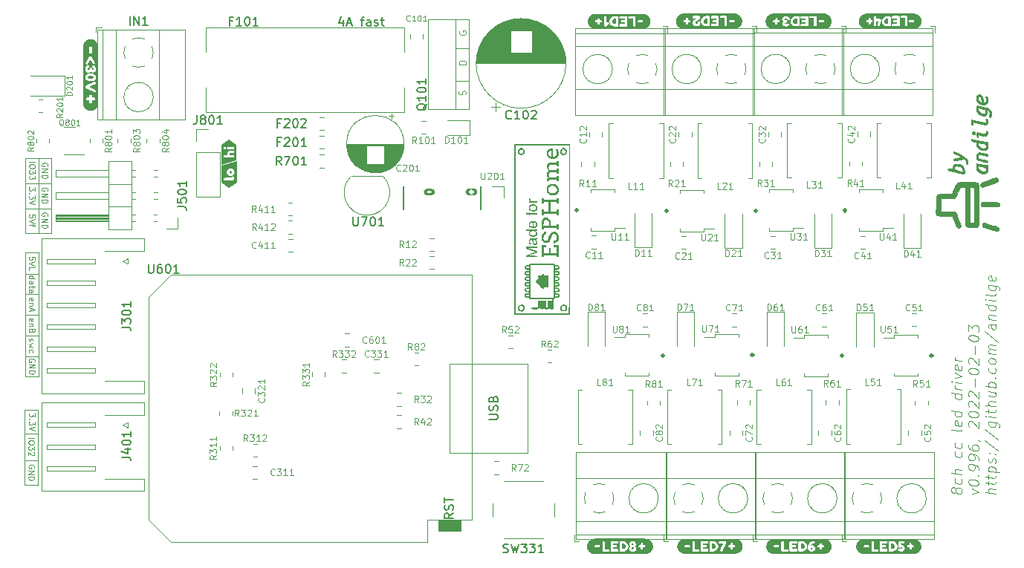
<source format=gto>
G04 #@! TF.GenerationSoftware,KiCad,Pcbnew,6.0.1-79c1e3a40b~116~ubuntu20.04.1*
G04 #@! TF.CreationDate,2022-02-07T23:27:10+01:00*
G04 #@! TF.ProjectId,CC dimmer low voltage,43432064-696d-46d6-9572-206c6f772076,0.996*
G04 #@! TF.SameCoordinates,Original*
G04 #@! TF.FileFunction,Legend,Top*
G04 #@! TF.FilePolarity,Positive*
%FSLAX46Y46*%
G04 Gerber Fmt 4.6, Leading zero omitted, Abs format (unit mm)*
G04 Created by KiCad (PCBNEW 6.0.1-79c1e3a40b~116~ubuntu20.04.1) date 2022-02-07 23:27:10*
%MOMM*%
%LPD*%
G01*
G04 APERTURE LIST*
%ADD10C,0.100000*%
%ADD11C,0.120000*%
%ADD12C,0.080000*%
%ADD13C,0.300000*%
%ADD14C,0.150000*%
%ADD15C,0.010000*%
G04 APERTURE END LIST*
D10*
X100632000Y-104295000D02*
X100632000Y-112925000D01*
X99102000Y-112915000D02*
X99102000Y-104315000D01*
X100632000Y-104285000D02*
X99102000Y-104285000D01*
X100632000Y-107005000D02*
X99102000Y-107005000D01*
X100632000Y-110105000D02*
X99102000Y-110105000D01*
X100632000Y-112915000D02*
X99102000Y-112915000D01*
X100657000Y-91145000D02*
X99127000Y-91145000D01*
X100652000Y-88795000D02*
X100647000Y-100545000D01*
X102122000Y-84150000D02*
X99144000Y-84150000D01*
X100647000Y-98195000D02*
X99117000Y-98195000D01*
X100672000Y-75610000D02*
X100672000Y-84150000D01*
X100647000Y-98195000D02*
X99117000Y-98195000D01*
X102121000Y-81380000D02*
X99143000Y-81380000D01*
X99144000Y-75612000D02*
X99144000Y-84150000D01*
X100652000Y-86335000D02*
X100652000Y-100545000D01*
X100657000Y-93495000D02*
X99127000Y-93495000D01*
X100652000Y-88795000D02*
X99122000Y-88795000D01*
X102121000Y-75610000D02*
X99143000Y-75610000D01*
X102121000Y-78470000D02*
X99143000Y-78470000D01*
X100657000Y-93495000D02*
X99127000Y-93495000D01*
X100652000Y-86335000D02*
X99122000Y-86335000D01*
X100647000Y-100545000D02*
X99117000Y-100545000D01*
X102122000Y-75610000D02*
X102122000Y-84150000D01*
X99117000Y-86335000D02*
X99117000Y-100545000D01*
X100647000Y-95845000D02*
X99117000Y-95845000D01*
X148612000Y-61115476D02*
X148573904Y-61191666D01*
X148573904Y-61305952D01*
X148612000Y-61420238D01*
X148688190Y-61496428D01*
X148764380Y-61534523D01*
X148916761Y-61572619D01*
X149031047Y-61572619D01*
X149183428Y-61534523D01*
X149259619Y-61496428D01*
X149335809Y-61420238D01*
X149373904Y-61305952D01*
X149373904Y-61229761D01*
X149335809Y-61115476D01*
X149297714Y-61077380D01*
X149031047Y-61077380D01*
X149031047Y-61229761D01*
X149373904Y-64954523D02*
X148573904Y-64954523D01*
X148573904Y-64764047D01*
X148612000Y-64649761D01*
X148688190Y-64573571D01*
X148764380Y-64535476D01*
X148916761Y-64497380D01*
X149031047Y-64497380D01*
X149183428Y-64535476D01*
X149259619Y-64573571D01*
X149335809Y-64649761D01*
X149373904Y-64764047D01*
X149373904Y-64954523D01*
X149315809Y-68383571D02*
X149353904Y-68269285D01*
X149353904Y-68078809D01*
X149315809Y-68002619D01*
X149277714Y-67964523D01*
X149201523Y-67926428D01*
X149125333Y-67926428D01*
X149049142Y-67964523D01*
X149011047Y-68002619D01*
X148972952Y-68078809D01*
X148934857Y-68231190D01*
X148896761Y-68307380D01*
X148858666Y-68345476D01*
X148782476Y-68383571D01*
X148706285Y-68383571D01*
X148630095Y-68345476D01*
X148592000Y-68307380D01*
X148553904Y-68231190D01*
X148553904Y-68040714D01*
X148592000Y-67926428D01*
D11*
X205167142Y-113627000D02*
X205110000Y-113734142D01*
X205052857Y-113784142D01*
X204938571Y-113827000D01*
X204881428Y-113819857D01*
X204767142Y-113748428D01*
X204710000Y-113684142D01*
X204652857Y-113562714D01*
X204652857Y-113334142D01*
X204710000Y-113227000D01*
X204767142Y-113177000D01*
X204881428Y-113134142D01*
X204938571Y-113141285D01*
X205052857Y-113212714D01*
X205110000Y-113277000D01*
X205167142Y-113398428D01*
X205167142Y-113627000D01*
X205224285Y-113748428D01*
X205281428Y-113812714D01*
X205395714Y-113884142D01*
X205624285Y-113912714D01*
X205738571Y-113869857D01*
X205795714Y-113819857D01*
X205852857Y-113712714D01*
X205852857Y-113484142D01*
X205795714Y-113362714D01*
X205738571Y-113298428D01*
X205624285Y-113227000D01*
X205395714Y-113198428D01*
X205281428Y-113241285D01*
X205224285Y-113291285D01*
X205167142Y-113398428D01*
X205795714Y-112219857D02*
X205852857Y-112341285D01*
X205852857Y-112569857D01*
X205795714Y-112677000D01*
X205738571Y-112727000D01*
X205624285Y-112769857D01*
X205281428Y-112727000D01*
X205167142Y-112655571D01*
X205110000Y-112591285D01*
X205052857Y-112469857D01*
X205052857Y-112241285D01*
X205110000Y-112134142D01*
X205852857Y-111712714D02*
X204652857Y-111562714D01*
X205852857Y-111198428D02*
X205224285Y-111119857D01*
X205110000Y-111162714D01*
X205052857Y-111269857D01*
X205052857Y-111441285D01*
X205110000Y-111562714D01*
X205167142Y-111627000D01*
X205795714Y-109191285D02*
X205852857Y-109312714D01*
X205852857Y-109541285D01*
X205795714Y-109648428D01*
X205738571Y-109698428D01*
X205624285Y-109741285D01*
X205281428Y-109698428D01*
X205167142Y-109627000D01*
X205110000Y-109562714D01*
X205052857Y-109441285D01*
X205052857Y-109212714D01*
X205110000Y-109105571D01*
X205795714Y-108162714D02*
X205852857Y-108284142D01*
X205852857Y-108512714D01*
X205795714Y-108619857D01*
X205738571Y-108669857D01*
X205624285Y-108712714D01*
X205281428Y-108669857D01*
X205167142Y-108598428D01*
X205110000Y-108534142D01*
X205052857Y-108412714D01*
X205052857Y-108184142D01*
X205110000Y-108077000D01*
X205852857Y-106569857D02*
X205795714Y-106677000D01*
X205681428Y-106719857D01*
X204652857Y-106591285D01*
X205795714Y-105648428D02*
X205852857Y-105769857D01*
X205852857Y-105998428D01*
X205795714Y-106105571D01*
X205681428Y-106148428D01*
X205224285Y-106091285D01*
X205110000Y-106019857D01*
X205052857Y-105898428D01*
X205052857Y-105669857D01*
X205110000Y-105562714D01*
X205224285Y-105519857D01*
X205338571Y-105534142D01*
X205452857Y-106119857D01*
X205852857Y-104569857D02*
X204652857Y-104419857D01*
X205795714Y-104562714D02*
X205852857Y-104684142D01*
X205852857Y-104912714D01*
X205795714Y-105019857D01*
X205738571Y-105069857D01*
X205624285Y-105112714D01*
X205281428Y-105069857D01*
X205167142Y-104998428D01*
X205110000Y-104934142D01*
X205052857Y-104812714D01*
X205052857Y-104584142D01*
X205110000Y-104477000D01*
X205852857Y-102569857D02*
X204652857Y-102419857D01*
X205795714Y-102562714D02*
X205852857Y-102684142D01*
X205852857Y-102912714D01*
X205795714Y-103019857D01*
X205738571Y-103069857D01*
X205624285Y-103112714D01*
X205281428Y-103069857D01*
X205167142Y-102998428D01*
X205110000Y-102934142D01*
X205052857Y-102812714D01*
X205052857Y-102584142D01*
X205110000Y-102477000D01*
X205852857Y-101998428D02*
X205052857Y-101898428D01*
X205281428Y-101927000D02*
X205167142Y-101855571D01*
X205110000Y-101791285D01*
X205052857Y-101669857D01*
X205052857Y-101555571D01*
X205852857Y-101255571D02*
X205052857Y-101155571D01*
X204652857Y-101105571D02*
X204710000Y-101169857D01*
X204767142Y-101119857D01*
X204710000Y-101055571D01*
X204652857Y-101105571D01*
X204767142Y-101119857D01*
X205052857Y-100698428D02*
X205852857Y-100512714D01*
X205052857Y-100127000D01*
X205795714Y-99305571D02*
X205852857Y-99427000D01*
X205852857Y-99655571D01*
X205795714Y-99762714D01*
X205681428Y-99805571D01*
X205224285Y-99748428D01*
X205110000Y-99677000D01*
X205052857Y-99555571D01*
X205052857Y-99327000D01*
X205110000Y-99219857D01*
X205224285Y-99177000D01*
X205338571Y-99191285D01*
X205452857Y-99777000D01*
X205852857Y-98741285D02*
X205052857Y-98641285D01*
X205281428Y-98669857D02*
X205167142Y-98598428D01*
X205110000Y-98534142D01*
X205052857Y-98412714D01*
X205052857Y-98298428D01*
X206984857Y-113898428D02*
X207784857Y-113712714D01*
X206984857Y-113327000D01*
X206584857Y-112591285D02*
X206584857Y-112477000D01*
X206642000Y-112369857D01*
X206699142Y-112319857D01*
X206813428Y-112277000D01*
X207042000Y-112248428D01*
X207327714Y-112284142D01*
X207556285Y-112369857D01*
X207670571Y-112441285D01*
X207727714Y-112505571D01*
X207784857Y-112627000D01*
X207784857Y-112741285D01*
X207727714Y-112848428D01*
X207670571Y-112898428D01*
X207556285Y-112941285D01*
X207327714Y-112969857D01*
X207042000Y-112934142D01*
X206813428Y-112848428D01*
X206699142Y-112777000D01*
X206642000Y-112712714D01*
X206584857Y-112591285D01*
X207670571Y-111812714D02*
X207727714Y-111762714D01*
X207784857Y-111827000D01*
X207727714Y-111877000D01*
X207670571Y-111812714D01*
X207784857Y-111827000D01*
X207784857Y-111198428D02*
X207784857Y-110969857D01*
X207727714Y-110848428D01*
X207670571Y-110784142D01*
X207499142Y-110648428D01*
X207270571Y-110562714D01*
X206813428Y-110505571D01*
X206699142Y-110548428D01*
X206642000Y-110598428D01*
X206584857Y-110705571D01*
X206584857Y-110934142D01*
X206642000Y-111055571D01*
X206699142Y-111119857D01*
X206813428Y-111191285D01*
X207099142Y-111227000D01*
X207213428Y-111184142D01*
X207270571Y-111134142D01*
X207327714Y-111027000D01*
X207327714Y-110798428D01*
X207270571Y-110677000D01*
X207213428Y-110612714D01*
X207099142Y-110541285D01*
X207784857Y-110055571D02*
X207784857Y-109827000D01*
X207727714Y-109705571D01*
X207670571Y-109641285D01*
X207499142Y-109505571D01*
X207270571Y-109419857D01*
X206813428Y-109362714D01*
X206699142Y-109405571D01*
X206642000Y-109455571D01*
X206584857Y-109562714D01*
X206584857Y-109791285D01*
X206642000Y-109912714D01*
X206699142Y-109977000D01*
X206813428Y-110048428D01*
X207099142Y-110084142D01*
X207213428Y-110041285D01*
X207270571Y-109991285D01*
X207327714Y-109884142D01*
X207327714Y-109655571D01*
X207270571Y-109534142D01*
X207213428Y-109469857D01*
X207099142Y-109398428D01*
X206584857Y-108305571D02*
X206584857Y-108534142D01*
X206642000Y-108655571D01*
X206699142Y-108719857D01*
X206870571Y-108855571D01*
X207099142Y-108941285D01*
X207556285Y-108998428D01*
X207670571Y-108955571D01*
X207727714Y-108905571D01*
X207784857Y-108798428D01*
X207784857Y-108569857D01*
X207727714Y-108448428D01*
X207670571Y-108384142D01*
X207556285Y-108312714D01*
X207270571Y-108277000D01*
X207156285Y-108319857D01*
X207099142Y-108369857D01*
X207042000Y-108477000D01*
X207042000Y-108705571D01*
X207099142Y-108827000D01*
X207156285Y-108891285D01*
X207270571Y-108962714D01*
X207727714Y-107762714D02*
X207784857Y-107769857D01*
X207899142Y-107841285D01*
X207956285Y-107905571D01*
X206699142Y-106262714D02*
X206642000Y-106198428D01*
X206584857Y-106077000D01*
X206584857Y-105791285D01*
X206642000Y-105684142D01*
X206699142Y-105634142D01*
X206813428Y-105591285D01*
X206927714Y-105605571D01*
X207099142Y-105684142D01*
X207784857Y-106455571D01*
X207784857Y-105712714D01*
X206584857Y-104819857D02*
X206584857Y-104705571D01*
X206642000Y-104598428D01*
X206699142Y-104548428D01*
X206813428Y-104505571D01*
X207042000Y-104477000D01*
X207327714Y-104512714D01*
X207556285Y-104598428D01*
X207670571Y-104669857D01*
X207727714Y-104734142D01*
X207784857Y-104855571D01*
X207784857Y-104969857D01*
X207727714Y-105077000D01*
X207670571Y-105127000D01*
X207556285Y-105169857D01*
X207327714Y-105198428D01*
X207042000Y-105162714D01*
X206813428Y-105077000D01*
X206699142Y-105005571D01*
X206642000Y-104941285D01*
X206584857Y-104819857D01*
X206699142Y-103977000D02*
X206642000Y-103912714D01*
X206584857Y-103791285D01*
X206584857Y-103505571D01*
X206642000Y-103398428D01*
X206699142Y-103348428D01*
X206813428Y-103305571D01*
X206927714Y-103319857D01*
X207099142Y-103398428D01*
X207784857Y-104169857D01*
X207784857Y-103427000D01*
X206699142Y-102834142D02*
X206642000Y-102769857D01*
X206584857Y-102648428D01*
X206584857Y-102362714D01*
X206642000Y-102255571D01*
X206699142Y-102205571D01*
X206813428Y-102162714D01*
X206927714Y-102177000D01*
X207099142Y-102255571D01*
X207784857Y-103027000D01*
X207784857Y-102284142D01*
X207327714Y-101712714D02*
X207327714Y-100798428D01*
X206584857Y-99905571D02*
X206584857Y-99791285D01*
X206642000Y-99684142D01*
X206699142Y-99634142D01*
X206813428Y-99591285D01*
X207042000Y-99562714D01*
X207327714Y-99598428D01*
X207556285Y-99684142D01*
X207670571Y-99755571D01*
X207727714Y-99819857D01*
X207784857Y-99941285D01*
X207784857Y-100055571D01*
X207727714Y-100162714D01*
X207670571Y-100212714D01*
X207556285Y-100255571D01*
X207327714Y-100284142D01*
X207042000Y-100248428D01*
X206813428Y-100162714D01*
X206699142Y-100091285D01*
X206642000Y-100027000D01*
X206584857Y-99905571D01*
X206699142Y-99062714D02*
X206642000Y-98998428D01*
X206584857Y-98877000D01*
X206584857Y-98591285D01*
X206642000Y-98484142D01*
X206699142Y-98434142D01*
X206813428Y-98391285D01*
X206927714Y-98405571D01*
X207099142Y-98484142D01*
X207784857Y-99255571D01*
X207784857Y-98512714D01*
X207327714Y-97941285D02*
X207327714Y-97027000D01*
X206584857Y-96134142D02*
X206584857Y-96019857D01*
X206642000Y-95912714D01*
X206699142Y-95862714D01*
X206813428Y-95819857D01*
X207042000Y-95791285D01*
X207327714Y-95827000D01*
X207556285Y-95912714D01*
X207670571Y-95984142D01*
X207727714Y-96048428D01*
X207784857Y-96169857D01*
X207784857Y-96284142D01*
X207727714Y-96391285D01*
X207670571Y-96441285D01*
X207556285Y-96484142D01*
X207327714Y-96512714D01*
X207042000Y-96477000D01*
X206813428Y-96391285D01*
X206699142Y-96319857D01*
X206642000Y-96255571D01*
X206584857Y-96134142D01*
X206584857Y-95334142D02*
X206584857Y-94591285D01*
X207042000Y-95048428D01*
X207042000Y-94877000D01*
X207099142Y-94769857D01*
X207156285Y-94719857D01*
X207270571Y-94677000D01*
X207556285Y-94712714D01*
X207670571Y-94784142D01*
X207727714Y-94848428D01*
X207784857Y-94969857D01*
X207784857Y-95312714D01*
X207727714Y-95419857D01*
X207670571Y-95469857D01*
X209716857Y-113884142D02*
X208516857Y-113734142D01*
X209716857Y-113369857D02*
X209088285Y-113291285D01*
X208974000Y-113334142D01*
X208916857Y-113441285D01*
X208916857Y-113612714D01*
X208974000Y-113734142D01*
X209031142Y-113798428D01*
X208916857Y-112869857D02*
X208916857Y-112412714D01*
X208516857Y-112648428D02*
X209545428Y-112777000D01*
X209659714Y-112734142D01*
X209716857Y-112627000D01*
X209716857Y-112512714D01*
X208916857Y-112184142D02*
X208916857Y-111727000D01*
X208516857Y-111962714D02*
X209545428Y-112091285D01*
X209659714Y-112048428D01*
X209716857Y-111941285D01*
X209716857Y-111827000D01*
X208916857Y-111327000D02*
X210116857Y-111477000D01*
X208974000Y-111334142D02*
X208916857Y-111212714D01*
X208916857Y-110984142D01*
X208974000Y-110877000D01*
X209031142Y-110827000D01*
X209145428Y-110784142D01*
X209488285Y-110827000D01*
X209602571Y-110898428D01*
X209659714Y-110962714D01*
X209716857Y-111084142D01*
X209716857Y-111312714D01*
X209659714Y-111419857D01*
X209659714Y-110391285D02*
X209716857Y-110284142D01*
X209716857Y-110055571D01*
X209659714Y-109934142D01*
X209545428Y-109862714D01*
X209488285Y-109855571D01*
X209374000Y-109898428D01*
X209316857Y-110005571D01*
X209316857Y-110177000D01*
X209259714Y-110284142D01*
X209145428Y-110327000D01*
X209088285Y-110319857D01*
X208974000Y-110248428D01*
X208916857Y-110127000D01*
X208916857Y-109955571D01*
X208974000Y-109848428D01*
X209602571Y-109355571D02*
X209659714Y-109305571D01*
X209716857Y-109369857D01*
X209659714Y-109419857D01*
X209602571Y-109355571D01*
X209716857Y-109369857D01*
X208974000Y-109277000D02*
X209031142Y-109227000D01*
X209088285Y-109291285D01*
X209031142Y-109341285D01*
X208974000Y-109277000D01*
X209088285Y-109291285D01*
X208459714Y-107784142D02*
X210002571Y-109005571D01*
X208459714Y-106527000D02*
X210002571Y-107748428D01*
X208916857Y-105669857D02*
X209888285Y-105791285D01*
X210002571Y-105862714D01*
X210059714Y-105927000D01*
X210116857Y-106048428D01*
X210116857Y-106219857D01*
X210059714Y-106327000D01*
X209659714Y-105762714D02*
X209716857Y-105884142D01*
X209716857Y-106112714D01*
X209659714Y-106219857D01*
X209602571Y-106269857D01*
X209488285Y-106312714D01*
X209145428Y-106269857D01*
X209031142Y-106198428D01*
X208974000Y-106134142D01*
X208916857Y-106012714D01*
X208916857Y-105784142D01*
X208974000Y-105677000D01*
X209716857Y-105198428D02*
X208916857Y-105098428D01*
X208516857Y-105048428D02*
X208574000Y-105112714D01*
X208631142Y-105062714D01*
X208574000Y-104998428D01*
X208516857Y-105048428D01*
X208631142Y-105062714D01*
X208916857Y-104698428D02*
X208916857Y-104241285D01*
X208516857Y-104477000D02*
X209545428Y-104605571D01*
X209659714Y-104562714D01*
X209716857Y-104455571D01*
X209716857Y-104341285D01*
X209716857Y-103941285D02*
X208516857Y-103791285D01*
X209716857Y-103427000D02*
X209088285Y-103348428D01*
X208974000Y-103391285D01*
X208916857Y-103498428D01*
X208916857Y-103669857D01*
X208974000Y-103791285D01*
X209031142Y-103855571D01*
X208916857Y-102241285D02*
X209716857Y-102341285D01*
X208916857Y-102755571D02*
X209545428Y-102834142D01*
X209659714Y-102791285D01*
X209716857Y-102684142D01*
X209716857Y-102512714D01*
X209659714Y-102391285D01*
X209602571Y-102327000D01*
X209716857Y-101769857D02*
X208516857Y-101619857D01*
X208974000Y-101677000D02*
X208916857Y-101555571D01*
X208916857Y-101327000D01*
X208974000Y-101219857D01*
X209031142Y-101169857D01*
X209145428Y-101127000D01*
X209488285Y-101169857D01*
X209602571Y-101241285D01*
X209659714Y-101305571D01*
X209716857Y-101427000D01*
X209716857Y-101655571D01*
X209659714Y-101762714D01*
X209602571Y-100669857D02*
X209659714Y-100619857D01*
X209716857Y-100684142D01*
X209659714Y-100734142D01*
X209602571Y-100669857D01*
X209716857Y-100684142D01*
X209659714Y-99591285D02*
X209716857Y-99712714D01*
X209716857Y-99941285D01*
X209659714Y-100048428D01*
X209602571Y-100098428D01*
X209488285Y-100141285D01*
X209145428Y-100098428D01*
X209031142Y-100027000D01*
X208974000Y-99962714D01*
X208916857Y-99841285D01*
X208916857Y-99612714D01*
X208974000Y-99505571D01*
X209716857Y-98912714D02*
X209659714Y-99019857D01*
X209602571Y-99069857D01*
X209488285Y-99112714D01*
X209145428Y-99069857D01*
X209031142Y-98998428D01*
X208974000Y-98934142D01*
X208916857Y-98812714D01*
X208916857Y-98641285D01*
X208974000Y-98534142D01*
X209031142Y-98484142D01*
X209145428Y-98441285D01*
X209488285Y-98484142D01*
X209602571Y-98555571D01*
X209659714Y-98619857D01*
X209716857Y-98741285D01*
X209716857Y-98912714D01*
X209716857Y-97998428D02*
X208916857Y-97898428D01*
X209031142Y-97912714D02*
X208974000Y-97848428D01*
X208916857Y-97727000D01*
X208916857Y-97555571D01*
X208974000Y-97448428D01*
X209088285Y-97405571D01*
X209716857Y-97484142D01*
X209088285Y-97405571D02*
X208974000Y-97334142D01*
X208916857Y-97212714D01*
X208916857Y-97041285D01*
X208974000Y-96934142D01*
X209088285Y-96891285D01*
X209716857Y-96969857D01*
X208459714Y-95384142D02*
X210002571Y-96605571D01*
X209716857Y-94627000D02*
X209088285Y-94548428D01*
X208974000Y-94591285D01*
X208916857Y-94698428D01*
X208916857Y-94927000D01*
X208974000Y-95048428D01*
X209659714Y-94619857D02*
X209716857Y-94741285D01*
X209716857Y-95027000D01*
X209659714Y-95134142D01*
X209545428Y-95177000D01*
X209431142Y-95162714D01*
X209316857Y-95091285D01*
X209259714Y-94969857D01*
X209259714Y-94684142D01*
X209202571Y-94562714D01*
X208916857Y-93955571D02*
X209716857Y-94055571D01*
X209031142Y-93969857D02*
X208974000Y-93905571D01*
X208916857Y-93784142D01*
X208916857Y-93612714D01*
X208974000Y-93505571D01*
X209088285Y-93462714D01*
X209716857Y-93541285D01*
X209716857Y-92455571D02*
X208516857Y-92305571D01*
X209659714Y-92448428D02*
X209716857Y-92569857D01*
X209716857Y-92798428D01*
X209659714Y-92905571D01*
X209602571Y-92955571D01*
X209488285Y-92998428D01*
X209145428Y-92955571D01*
X209031142Y-92884142D01*
X208974000Y-92819857D01*
X208916857Y-92698428D01*
X208916857Y-92469857D01*
X208974000Y-92362714D01*
X209716857Y-91884142D02*
X208916857Y-91784142D01*
X208516857Y-91734142D02*
X208574000Y-91798428D01*
X208631142Y-91748428D01*
X208574000Y-91684142D01*
X208516857Y-91734142D01*
X208631142Y-91748428D01*
X209716857Y-91141285D02*
X209659714Y-91248428D01*
X209545428Y-91291285D01*
X208516857Y-91162714D01*
X208916857Y-90069857D02*
X209888285Y-90191285D01*
X210002571Y-90262714D01*
X210059714Y-90327000D01*
X210116857Y-90448428D01*
X210116857Y-90619857D01*
X210059714Y-90727000D01*
X209659714Y-90162714D02*
X209716857Y-90284142D01*
X209716857Y-90512714D01*
X209659714Y-90619857D01*
X209602571Y-90669857D01*
X209488285Y-90712714D01*
X209145428Y-90669857D01*
X209031142Y-90598428D01*
X208974000Y-90534142D01*
X208916857Y-90412714D01*
X208916857Y-90184142D01*
X208974000Y-90077000D01*
X209659714Y-89134142D02*
X209716857Y-89255571D01*
X209716857Y-89484142D01*
X209659714Y-89591285D01*
X209545428Y-89634142D01*
X209088285Y-89577000D01*
X208974000Y-89505571D01*
X208916857Y-89384142D01*
X208916857Y-89155571D01*
X208974000Y-89048428D01*
X209088285Y-89005571D01*
X209202571Y-89019857D01*
X209316857Y-89605571D01*
D12*
X100235428Y-78925714D02*
X100235428Y-79334285D01*
X99984000Y-79114285D01*
X99984000Y-79208571D01*
X99952571Y-79271428D01*
X99921142Y-79302857D01*
X99858285Y-79334285D01*
X99701142Y-79334285D01*
X99638285Y-79302857D01*
X99606857Y-79271428D01*
X99575428Y-79208571D01*
X99575428Y-79020000D01*
X99606857Y-78957142D01*
X99638285Y-78925714D01*
X99638285Y-79617142D02*
X99606857Y-79648571D01*
X99575428Y-79617142D01*
X99606857Y-79585714D01*
X99638285Y-79617142D01*
X99575428Y-79617142D01*
X100235428Y-79868571D02*
X100235428Y-80277142D01*
X99984000Y-80057142D01*
X99984000Y-80151428D01*
X99952571Y-80214285D01*
X99921142Y-80245714D01*
X99858285Y-80277142D01*
X99701142Y-80277142D01*
X99638285Y-80245714D01*
X99606857Y-80214285D01*
X99575428Y-80151428D01*
X99575428Y-79962857D01*
X99606857Y-79900000D01*
X99638285Y-79868571D01*
X100235428Y-80465714D02*
X99575428Y-80685714D01*
X100235428Y-80905714D01*
X101664000Y-82217142D02*
X101695428Y-82154285D01*
X101695428Y-82060000D01*
X101664000Y-81965714D01*
X101601142Y-81902857D01*
X101538285Y-81871428D01*
X101412571Y-81840000D01*
X101318285Y-81840000D01*
X101192571Y-81871428D01*
X101129714Y-81902857D01*
X101066857Y-81965714D01*
X101035428Y-82060000D01*
X101035428Y-82122857D01*
X101066857Y-82217142D01*
X101098285Y-82248571D01*
X101318285Y-82248571D01*
X101318285Y-82122857D01*
X101035428Y-82531428D02*
X101695428Y-82531428D01*
X101035428Y-82908571D01*
X101695428Y-82908571D01*
X101035428Y-83222857D02*
X101695428Y-83222857D01*
X101695428Y-83380000D01*
X101664000Y-83474285D01*
X101601142Y-83537142D01*
X101538285Y-83568571D01*
X101412571Y-83600000D01*
X101318285Y-83600000D01*
X101192571Y-83568571D01*
X101129714Y-83537142D01*
X101066857Y-83474285D01*
X101035428Y-83380000D01*
X101035428Y-83222857D01*
X100235428Y-82375714D02*
X100235428Y-82061428D01*
X99921142Y-82030000D01*
X99952571Y-82061428D01*
X99984000Y-82124285D01*
X99984000Y-82281428D01*
X99952571Y-82344285D01*
X99921142Y-82375714D01*
X99858285Y-82407142D01*
X99701142Y-82407142D01*
X99638285Y-82375714D01*
X99606857Y-82344285D01*
X99575428Y-82281428D01*
X99575428Y-82124285D01*
X99606857Y-82061428D01*
X99638285Y-82030000D01*
X100235428Y-82595714D02*
X99575428Y-82815714D01*
X100235428Y-83035714D01*
X100015428Y-83161428D02*
X100015428Y-83412857D01*
X99575428Y-83255714D02*
X100141142Y-83255714D01*
X100204000Y-83287142D01*
X100235428Y-83350000D01*
X100235428Y-83412857D01*
X101674000Y-76527142D02*
X101705428Y-76464285D01*
X101705428Y-76370000D01*
X101674000Y-76275714D01*
X101611142Y-76212857D01*
X101548285Y-76181428D01*
X101422571Y-76150000D01*
X101328285Y-76150000D01*
X101202571Y-76181428D01*
X101139714Y-76212857D01*
X101076857Y-76275714D01*
X101045428Y-76370000D01*
X101045428Y-76432857D01*
X101076857Y-76527142D01*
X101108285Y-76558571D01*
X101328285Y-76558571D01*
X101328285Y-76432857D01*
X101045428Y-76841428D02*
X101705428Y-76841428D01*
X101045428Y-77218571D01*
X101705428Y-77218571D01*
X101045428Y-77532857D02*
X101705428Y-77532857D01*
X101705428Y-77690000D01*
X101674000Y-77784285D01*
X101611142Y-77847142D01*
X101548285Y-77878571D01*
X101422571Y-77910000D01*
X101328285Y-77910000D01*
X101202571Y-77878571D01*
X101139714Y-77847142D01*
X101076857Y-77784285D01*
X101045428Y-77690000D01*
X101045428Y-77532857D01*
X101664000Y-79357142D02*
X101695428Y-79294285D01*
X101695428Y-79200000D01*
X101664000Y-79105714D01*
X101601142Y-79042857D01*
X101538285Y-79011428D01*
X101412571Y-78980000D01*
X101318285Y-78980000D01*
X101192571Y-79011428D01*
X101129714Y-79042857D01*
X101066857Y-79105714D01*
X101035428Y-79200000D01*
X101035428Y-79262857D01*
X101066857Y-79357142D01*
X101098285Y-79388571D01*
X101318285Y-79388571D01*
X101318285Y-79262857D01*
X101035428Y-79671428D02*
X101695428Y-79671428D01*
X101035428Y-80048571D01*
X101695428Y-80048571D01*
X101035428Y-80362857D02*
X101695428Y-80362857D01*
X101695428Y-80520000D01*
X101664000Y-80614285D01*
X101601142Y-80677142D01*
X101538285Y-80708571D01*
X101412571Y-80740000D01*
X101318285Y-80740000D01*
X101192571Y-80708571D01*
X101129714Y-80677142D01*
X101066857Y-80614285D01*
X101035428Y-80520000D01*
X101035428Y-80362857D01*
X99595428Y-76055714D02*
X100255428Y-76055714D01*
X100255428Y-76495714D02*
X100255428Y-76621428D01*
X100224000Y-76684285D01*
X100161142Y-76747142D01*
X100035428Y-76778571D01*
X99815428Y-76778571D01*
X99689714Y-76747142D01*
X99626857Y-76684285D01*
X99595428Y-76621428D01*
X99595428Y-76495714D01*
X99626857Y-76432857D01*
X99689714Y-76370000D01*
X99815428Y-76338571D01*
X100035428Y-76338571D01*
X100161142Y-76370000D01*
X100224000Y-76432857D01*
X100255428Y-76495714D01*
X100255428Y-76998571D02*
X100255428Y-77407142D01*
X100004000Y-77187142D01*
X100004000Y-77281428D01*
X99972571Y-77344285D01*
X99941142Y-77375714D01*
X99878285Y-77407142D01*
X99721142Y-77407142D01*
X99658285Y-77375714D01*
X99626857Y-77344285D01*
X99595428Y-77281428D01*
X99595428Y-77092857D01*
X99626857Y-77030000D01*
X99658285Y-76998571D01*
X100255428Y-77627142D02*
X100255428Y-78035714D01*
X100004000Y-77815714D01*
X100004000Y-77910000D01*
X99972571Y-77972857D01*
X99941142Y-78004285D01*
X99878285Y-78035714D01*
X99721142Y-78035714D01*
X99658285Y-78004285D01*
X99626857Y-77972857D01*
X99595428Y-77910000D01*
X99595428Y-77721428D01*
X99626857Y-77658571D01*
X99658285Y-77627142D01*
X99594857Y-91839285D02*
X99563428Y-91776428D01*
X99563428Y-91650714D01*
X99594857Y-91587857D01*
X99657714Y-91556428D01*
X99909142Y-91556428D01*
X99972000Y-91587857D01*
X100003428Y-91650714D01*
X100003428Y-91776428D01*
X99972000Y-91839285D01*
X99909142Y-91870714D01*
X99846285Y-91870714D01*
X99783428Y-91556428D01*
X100003428Y-92153571D02*
X99563428Y-92153571D01*
X99940571Y-92153571D02*
X99972000Y-92185000D01*
X100003428Y-92247857D01*
X100003428Y-92342142D01*
X99972000Y-92405000D01*
X99909142Y-92436428D01*
X99563428Y-92436428D01*
X99752000Y-92719285D02*
X99752000Y-93033571D01*
X99563428Y-92656428D02*
X100223428Y-92876428D01*
X99563428Y-93096428D01*
X100136000Y-110970142D02*
X100167428Y-110907285D01*
X100167428Y-110813000D01*
X100136000Y-110718714D01*
X100073142Y-110655857D01*
X100010285Y-110624428D01*
X99884571Y-110593000D01*
X99790285Y-110593000D01*
X99664571Y-110624428D01*
X99601714Y-110655857D01*
X99538857Y-110718714D01*
X99507428Y-110813000D01*
X99507428Y-110875857D01*
X99538857Y-110970142D01*
X99570285Y-111001571D01*
X99790285Y-111001571D01*
X99790285Y-110875857D01*
X99507428Y-111284428D02*
X100167428Y-111284428D01*
X99507428Y-111661571D01*
X100167428Y-111661571D01*
X99507428Y-111975857D02*
X100167428Y-111975857D01*
X100167428Y-112133000D01*
X100136000Y-112227285D01*
X100073142Y-112290142D01*
X100010285Y-112321571D01*
X99884571Y-112353000D01*
X99790285Y-112353000D01*
X99664571Y-112321571D01*
X99601714Y-112290142D01*
X99538857Y-112227285D01*
X99507428Y-112133000D01*
X99507428Y-111975857D01*
X100217428Y-104698714D02*
X100217428Y-105107285D01*
X99966000Y-104887285D01*
X99966000Y-104981571D01*
X99934571Y-105044428D01*
X99903142Y-105075857D01*
X99840285Y-105107285D01*
X99683142Y-105107285D01*
X99620285Y-105075857D01*
X99588857Y-105044428D01*
X99557428Y-104981571D01*
X99557428Y-104793000D01*
X99588857Y-104730142D01*
X99620285Y-104698714D01*
X99620285Y-105390142D02*
X99588857Y-105421571D01*
X99557428Y-105390142D01*
X99588857Y-105358714D01*
X99620285Y-105390142D01*
X99557428Y-105390142D01*
X100217428Y-105641571D02*
X100217428Y-106050142D01*
X99966000Y-105830142D01*
X99966000Y-105924428D01*
X99934571Y-105987285D01*
X99903142Y-106018714D01*
X99840285Y-106050142D01*
X99683142Y-106050142D01*
X99620285Y-106018714D01*
X99588857Y-105987285D01*
X99557428Y-105924428D01*
X99557428Y-105735857D01*
X99588857Y-105673000D01*
X99620285Y-105641571D01*
X100217428Y-106238714D02*
X99557428Y-106458714D01*
X100217428Y-106678714D01*
X99507428Y-107548714D02*
X100167428Y-107548714D01*
X100167428Y-107988714D02*
X100167428Y-108114428D01*
X100136000Y-108177285D01*
X100073142Y-108240142D01*
X99947428Y-108271571D01*
X99727428Y-108271571D01*
X99601714Y-108240142D01*
X99538857Y-108177285D01*
X99507428Y-108114428D01*
X99507428Y-107988714D01*
X99538857Y-107925857D01*
X99601714Y-107863000D01*
X99727428Y-107831571D01*
X99947428Y-107831571D01*
X100073142Y-107863000D01*
X100136000Y-107925857D01*
X100167428Y-107988714D01*
X100167428Y-108491571D02*
X100167428Y-108900142D01*
X99916000Y-108680142D01*
X99916000Y-108774428D01*
X99884571Y-108837285D01*
X99853142Y-108868714D01*
X99790285Y-108900142D01*
X99633142Y-108900142D01*
X99570285Y-108868714D01*
X99538857Y-108837285D01*
X99507428Y-108774428D01*
X99507428Y-108585857D01*
X99538857Y-108523000D01*
X99570285Y-108491571D01*
X100104571Y-109151571D02*
X100136000Y-109183000D01*
X100167428Y-109245857D01*
X100167428Y-109403000D01*
X100136000Y-109465857D01*
X100104571Y-109497285D01*
X100041714Y-109528714D01*
X99978857Y-109528714D01*
X99884571Y-109497285D01*
X99507428Y-109120142D01*
X99507428Y-109528714D01*
D13*
X161970000Y-81484285D02*
X162065238Y-81579523D01*
X161970000Y-81674761D01*
X161874761Y-81579523D01*
X161970000Y-81484285D01*
X161970000Y-81674761D01*
X182360000Y-81524285D02*
X182455238Y-81619523D01*
X182360000Y-81714761D01*
X182264761Y-81619523D01*
X182360000Y-81524285D01*
X182360000Y-81714761D01*
X181990000Y-97964285D02*
X182085238Y-98059523D01*
X181990000Y-98154761D01*
X181894761Y-98059523D01*
X181990000Y-97964285D01*
X181990000Y-98154761D01*
D12*
X99573428Y-89340714D02*
X100233428Y-89340714D01*
X99604857Y-89340714D02*
X99573428Y-89277857D01*
X99573428Y-89152142D01*
X99604857Y-89089285D01*
X99636285Y-89057857D01*
X99699142Y-89026428D01*
X99887714Y-89026428D01*
X99950571Y-89057857D01*
X99982000Y-89089285D01*
X100013428Y-89152142D01*
X100013428Y-89277857D01*
X99982000Y-89340714D01*
X99573428Y-89937857D02*
X99919142Y-89937857D01*
X99982000Y-89906428D01*
X100013428Y-89843571D01*
X100013428Y-89717857D01*
X99982000Y-89655000D01*
X99604857Y-89937857D02*
X99573428Y-89875000D01*
X99573428Y-89717857D01*
X99604857Y-89655000D01*
X99667714Y-89623571D01*
X99730571Y-89623571D01*
X99793428Y-89655000D01*
X99824857Y-89717857D01*
X99824857Y-89875000D01*
X99856285Y-89937857D01*
X100013428Y-90157857D02*
X100013428Y-90409285D01*
X100233428Y-90252142D02*
X99667714Y-90252142D01*
X99604857Y-90283571D01*
X99573428Y-90346428D01*
X99573428Y-90409285D01*
X99573428Y-90912142D02*
X99919142Y-90912142D01*
X99982000Y-90880714D01*
X100013428Y-90817857D01*
X100013428Y-90692142D01*
X99982000Y-90629285D01*
X99604857Y-90912142D02*
X99573428Y-90849285D01*
X99573428Y-90692142D01*
X99604857Y-90629285D01*
X99667714Y-90597857D01*
X99730571Y-90597857D01*
X99793428Y-90629285D01*
X99824857Y-90692142D01*
X99824857Y-90849285D01*
X99856285Y-90912142D01*
X100218428Y-87202142D02*
X100218428Y-86887857D01*
X99904142Y-86856428D01*
X99935571Y-86887857D01*
X99967000Y-86950714D01*
X99967000Y-87107857D01*
X99935571Y-87170714D01*
X99904142Y-87202142D01*
X99841285Y-87233571D01*
X99684142Y-87233571D01*
X99621285Y-87202142D01*
X99589857Y-87170714D01*
X99558428Y-87107857D01*
X99558428Y-86950714D01*
X99589857Y-86887857D01*
X99621285Y-86856428D01*
X100218428Y-87422142D02*
X99558428Y-87642142D01*
X100218428Y-87862142D01*
X99558428Y-88396428D02*
X99558428Y-88082142D01*
X100218428Y-88082142D01*
D13*
X192170000Y-98024285D02*
X192265238Y-98119523D01*
X192170000Y-98214761D01*
X192074761Y-98119523D01*
X192170000Y-98024285D01*
X192170000Y-98214761D01*
X171800000Y-98034285D02*
X171895238Y-98129523D01*
X171800000Y-98224761D01*
X171704761Y-98129523D01*
X171800000Y-98034285D01*
X171800000Y-98224761D01*
D12*
X99594857Y-94182142D02*
X99563428Y-94119285D01*
X99563428Y-93993571D01*
X99594857Y-93930714D01*
X99657714Y-93899285D01*
X99909142Y-93899285D01*
X99972000Y-93930714D01*
X100003428Y-93993571D01*
X100003428Y-94119285D01*
X99972000Y-94182142D01*
X99909142Y-94213571D01*
X99846285Y-94213571D01*
X99783428Y-93899285D01*
X100003428Y-94496428D02*
X99563428Y-94496428D01*
X99940571Y-94496428D02*
X99972000Y-94527857D01*
X100003428Y-94590714D01*
X100003428Y-94685000D01*
X99972000Y-94747857D01*
X99909142Y-94779285D01*
X99563428Y-94779285D01*
X99909142Y-95313571D02*
X99877714Y-95407857D01*
X99846285Y-95439285D01*
X99783428Y-95470714D01*
X99689142Y-95470714D01*
X99626285Y-95439285D01*
X99594857Y-95407857D01*
X99563428Y-95345000D01*
X99563428Y-95093571D01*
X100223428Y-95093571D01*
X100223428Y-95313571D01*
X100192000Y-95376428D01*
X100160571Y-95407857D01*
X100097714Y-95439285D01*
X100034857Y-95439285D01*
X99972000Y-95407857D01*
X99940571Y-95376428D01*
X99909142Y-95313571D01*
X99909142Y-95093571D01*
D13*
X172190000Y-81514285D02*
X172285238Y-81609523D01*
X172190000Y-81704761D01*
X172094761Y-81609523D01*
X172190000Y-81514285D01*
X172190000Y-81704761D01*
X202400000Y-98024285D02*
X202495238Y-98119523D01*
X202400000Y-98214761D01*
X202304761Y-98119523D01*
X202400000Y-98024285D01*
X202400000Y-98214761D01*
X192550000Y-81494285D02*
X192645238Y-81589523D01*
X192550000Y-81684761D01*
X192454761Y-81589523D01*
X192550000Y-81494285D01*
X192550000Y-81684761D01*
D12*
X100182000Y-98842142D02*
X100213428Y-98779285D01*
X100213428Y-98685000D01*
X100182000Y-98590714D01*
X100119142Y-98527857D01*
X100056285Y-98496428D01*
X99930571Y-98465000D01*
X99836285Y-98465000D01*
X99710571Y-98496428D01*
X99647714Y-98527857D01*
X99584857Y-98590714D01*
X99553428Y-98685000D01*
X99553428Y-98747857D01*
X99584857Y-98842142D01*
X99616285Y-98873571D01*
X99836285Y-98873571D01*
X99836285Y-98747857D01*
X99553428Y-99156428D02*
X100213428Y-99156428D01*
X99553428Y-99533571D01*
X100213428Y-99533571D01*
X99553428Y-99847857D02*
X100213428Y-99847857D01*
X100213428Y-100005000D01*
X100182000Y-100099285D01*
X100119142Y-100162142D01*
X100056285Y-100193571D01*
X99930571Y-100225000D01*
X99836285Y-100225000D01*
X99710571Y-100193571D01*
X99647714Y-100162142D01*
X99584857Y-100099285D01*
X99553428Y-100005000D01*
X99553428Y-99847857D01*
X99584857Y-96225000D02*
X99553428Y-96287857D01*
X99553428Y-96413571D01*
X99584857Y-96476428D01*
X99647714Y-96507857D01*
X99679142Y-96507857D01*
X99742000Y-96476428D01*
X99773428Y-96413571D01*
X99773428Y-96319285D01*
X99804857Y-96256428D01*
X99867714Y-96225000D01*
X99899142Y-96225000D01*
X99962000Y-96256428D01*
X99993428Y-96319285D01*
X99993428Y-96413571D01*
X99962000Y-96476428D01*
X99993428Y-96727857D02*
X99553428Y-96853571D01*
X99867714Y-96979285D01*
X99553428Y-97105000D01*
X99993428Y-97230714D01*
X99584857Y-97765000D02*
X99553428Y-97702142D01*
X99553428Y-97576428D01*
X99584857Y-97513571D01*
X99616285Y-97482142D01*
X99679142Y-97450714D01*
X99867714Y-97450714D01*
X99930571Y-97482142D01*
X99962000Y-97513571D01*
X99993428Y-97576428D01*
X99993428Y-97702142D01*
X99962000Y-97765000D01*
D10*
X196511428Y-84189285D02*
X196511428Y-84796428D01*
X196547142Y-84867857D01*
X196582857Y-84903571D01*
X196654285Y-84939285D01*
X196797142Y-84939285D01*
X196868571Y-84903571D01*
X196904285Y-84867857D01*
X196940000Y-84796428D01*
X196940000Y-84189285D01*
X197618571Y-84439285D02*
X197618571Y-84939285D01*
X197440000Y-84153571D02*
X197261428Y-84689285D01*
X197725714Y-84689285D01*
X198404285Y-84939285D02*
X197975714Y-84939285D01*
X198190000Y-84939285D02*
X198190000Y-84189285D01*
X198118571Y-84296428D01*
X198047142Y-84367857D01*
X197975714Y-84403571D01*
X176201428Y-84249285D02*
X176201428Y-84856428D01*
X176237142Y-84927857D01*
X176272857Y-84963571D01*
X176344285Y-84999285D01*
X176487142Y-84999285D01*
X176558571Y-84963571D01*
X176594285Y-84927857D01*
X176630000Y-84856428D01*
X176630000Y-84249285D01*
X176951428Y-84320714D02*
X176987142Y-84285000D01*
X177058571Y-84249285D01*
X177237142Y-84249285D01*
X177308571Y-84285000D01*
X177344285Y-84320714D01*
X177380000Y-84392142D01*
X177380000Y-84463571D01*
X177344285Y-84570714D01*
X176915714Y-84999285D01*
X177380000Y-84999285D01*
X178094285Y-84999285D02*
X177665714Y-84999285D01*
X177880000Y-84999285D02*
X177880000Y-84249285D01*
X177808571Y-84356428D01*
X177737142Y-84427857D01*
X177665714Y-84463571D01*
X165981428Y-84209285D02*
X165981428Y-84816428D01*
X166017142Y-84887857D01*
X166052857Y-84923571D01*
X166124285Y-84959285D01*
X166267142Y-84959285D01*
X166338571Y-84923571D01*
X166374285Y-84887857D01*
X166410000Y-84816428D01*
X166410000Y-84209285D01*
X167160000Y-84959285D02*
X166731428Y-84959285D01*
X166945714Y-84959285D02*
X166945714Y-84209285D01*
X166874285Y-84316428D01*
X166802857Y-84387857D01*
X166731428Y-84423571D01*
X167874285Y-84959285D02*
X167445714Y-84959285D01*
X167660000Y-84959285D02*
X167660000Y-84209285D01*
X167588571Y-84316428D01*
X167517142Y-84387857D01*
X167445714Y-84423571D01*
X166081428Y-94739285D02*
X166081428Y-95346428D01*
X166117142Y-95417857D01*
X166152857Y-95453571D01*
X166224285Y-95489285D01*
X166367142Y-95489285D01*
X166438571Y-95453571D01*
X166474285Y-95417857D01*
X166510000Y-95346428D01*
X166510000Y-94739285D01*
X166974285Y-95060714D02*
X166902857Y-95025000D01*
X166867142Y-94989285D01*
X166831428Y-94917857D01*
X166831428Y-94882142D01*
X166867142Y-94810714D01*
X166902857Y-94775000D01*
X166974285Y-94739285D01*
X167117142Y-94739285D01*
X167188571Y-94775000D01*
X167224285Y-94810714D01*
X167260000Y-94882142D01*
X167260000Y-94917857D01*
X167224285Y-94989285D01*
X167188571Y-95025000D01*
X167117142Y-95060714D01*
X166974285Y-95060714D01*
X166902857Y-95096428D01*
X166867142Y-95132142D01*
X166831428Y-95203571D01*
X166831428Y-95346428D01*
X166867142Y-95417857D01*
X166902857Y-95453571D01*
X166974285Y-95489285D01*
X167117142Y-95489285D01*
X167188571Y-95453571D01*
X167224285Y-95417857D01*
X167260000Y-95346428D01*
X167260000Y-95203571D01*
X167224285Y-95132142D01*
X167188571Y-95096428D01*
X167117142Y-95060714D01*
X167974285Y-95489285D02*
X167545714Y-95489285D01*
X167760000Y-95489285D02*
X167760000Y-94739285D01*
X167688571Y-94846428D01*
X167617142Y-94917857D01*
X167545714Y-94953571D01*
X176291428Y-94709285D02*
X176291428Y-95316428D01*
X176327142Y-95387857D01*
X176362857Y-95423571D01*
X176434285Y-95459285D01*
X176577142Y-95459285D01*
X176648571Y-95423571D01*
X176684285Y-95387857D01*
X176720000Y-95316428D01*
X176720000Y-94709285D01*
X177005714Y-94709285D02*
X177505714Y-94709285D01*
X177184285Y-95459285D01*
X178184285Y-95459285D02*
X177755714Y-95459285D01*
X177970000Y-95459285D02*
X177970000Y-94709285D01*
X177898571Y-94816428D01*
X177827142Y-94887857D01*
X177755714Y-94923571D01*
X186471428Y-94779285D02*
X186471428Y-95386428D01*
X186507142Y-95457857D01*
X186542857Y-95493571D01*
X186614285Y-95529285D01*
X186757142Y-95529285D01*
X186828571Y-95493571D01*
X186864285Y-95457857D01*
X186900000Y-95386428D01*
X186900000Y-94779285D01*
X187578571Y-94779285D02*
X187435714Y-94779285D01*
X187364285Y-94815000D01*
X187328571Y-94850714D01*
X187257142Y-94957857D01*
X187221428Y-95100714D01*
X187221428Y-95386428D01*
X187257142Y-95457857D01*
X187292857Y-95493571D01*
X187364285Y-95529285D01*
X187507142Y-95529285D01*
X187578571Y-95493571D01*
X187614285Y-95457857D01*
X187650000Y-95386428D01*
X187650000Y-95207857D01*
X187614285Y-95136428D01*
X187578571Y-95100714D01*
X187507142Y-95065000D01*
X187364285Y-95065000D01*
X187292857Y-95100714D01*
X187257142Y-95136428D01*
X187221428Y-95207857D01*
X188364285Y-95529285D02*
X187935714Y-95529285D01*
X188150000Y-95529285D02*
X188150000Y-94779285D01*
X188078571Y-94886428D01*
X188007142Y-94957857D01*
X187935714Y-94993571D01*
X196641428Y-94749285D02*
X196641428Y-95356428D01*
X196677142Y-95427857D01*
X196712857Y-95463571D01*
X196784285Y-95499285D01*
X196927142Y-95499285D01*
X196998571Y-95463571D01*
X197034285Y-95427857D01*
X197070000Y-95356428D01*
X197070000Y-94749285D01*
X197784285Y-94749285D02*
X197427142Y-94749285D01*
X197391428Y-95106428D01*
X197427142Y-95070714D01*
X197498571Y-95035000D01*
X197677142Y-95035000D01*
X197748571Y-95070714D01*
X197784285Y-95106428D01*
X197820000Y-95177857D01*
X197820000Y-95356428D01*
X197784285Y-95427857D01*
X197748571Y-95463571D01*
X197677142Y-95499285D01*
X197498571Y-95499285D01*
X197427142Y-95463571D01*
X197391428Y-95427857D01*
X198534285Y-95499285D02*
X198105714Y-95499285D01*
X198320000Y-95499285D02*
X198320000Y-94749285D01*
X198248571Y-94856428D01*
X198177142Y-94927857D01*
X198105714Y-94963571D01*
D14*
X136513714Y-82347380D02*
X136513714Y-83156904D01*
X136561333Y-83252142D01*
X136608952Y-83299761D01*
X136704190Y-83347380D01*
X136894666Y-83347380D01*
X136989904Y-83299761D01*
X137037523Y-83252142D01*
X137085142Y-83156904D01*
X137085142Y-82347380D01*
X137466095Y-82347380D02*
X138132761Y-82347380D01*
X137704190Y-83347380D01*
X138704190Y-82347380D02*
X138799428Y-82347380D01*
X138894666Y-82395000D01*
X138942285Y-82442619D01*
X138989904Y-82537857D01*
X139037523Y-82728333D01*
X139037523Y-82966428D01*
X138989904Y-83156904D01*
X138942285Y-83252142D01*
X138894666Y-83299761D01*
X138799428Y-83347380D01*
X138704190Y-83347380D01*
X138608952Y-83299761D01*
X138561333Y-83252142D01*
X138513714Y-83156904D01*
X138466095Y-82966428D01*
X138466095Y-82728333D01*
X138513714Y-82537857D01*
X138561333Y-82442619D01*
X138608952Y-82395000D01*
X138704190Y-82347380D01*
X139989904Y-83347380D02*
X139418476Y-83347380D01*
X139704190Y-83347380D02*
X139704190Y-82347380D01*
X139608952Y-82490238D01*
X139513714Y-82585476D01*
X139418476Y-82633095D01*
D10*
X186341428Y-84189285D02*
X186341428Y-84796428D01*
X186377142Y-84867857D01*
X186412857Y-84903571D01*
X186484285Y-84939285D01*
X186627142Y-84939285D01*
X186698571Y-84903571D01*
X186734285Y-84867857D01*
X186770000Y-84796428D01*
X186770000Y-84189285D01*
X187055714Y-84189285D02*
X187520000Y-84189285D01*
X187270000Y-84475000D01*
X187377142Y-84475000D01*
X187448571Y-84510714D01*
X187484285Y-84546428D01*
X187520000Y-84617857D01*
X187520000Y-84796428D01*
X187484285Y-84867857D01*
X187448571Y-84903571D01*
X187377142Y-84939285D01*
X187162857Y-84939285D01*
X187091428Y-84903571D01*
X187055714Y-84867857D01*
X188234285Y-84939285D02*
X187805714Y-84939285D01*
X188020000Y-84939285D02*
X188020000Y-84189285D01*
X187948571Y-84296428D01*
X187877142Y-84367857D01*
X187805714Y-84403571D01*
X146984142Y-73904285D02*
X146984142Y-73154285D01*
X147162714Y-73154285D01*
X147269857Y-73190000D01*
X147341285Y-73261428D01*
X147377000Y-73332857D01*
X147412714Y-73475714D01*
X147412714Y-73582857D01*
X147377000Y-73725714D01*
X147341285Y-73797142D01*
X147269857Y-73868571D01*
X147162714Y-73904285D01*
X146984142Y-73904285D01*
X148127000Y-73904285D02*
X147698428Y-73904285D01*
X147912714Y-73904285D02*
X147912714Y-73154285D01*
X147841285Y-73261428D01*
X147769857Y-73332857D01*
X147698428Y-73368571D01*
X148591285Y-73154285D02*
X148662714Y-73154285D01*
X148734142Y-73190000D01*
X148769857Y-73225714D01*
X148805571Y-73297142D01*
X148841285Y-73440000D01*
X148841285Y-73618571D01*
X148805571Y-73761428D01*
X148769857Y-73832857D01*
X148734142Y-73868571D01*
X148662714Y-73904285D01*
X148591285Y-73904285D01*
X148519857Y-73868571D01*
X148484142Y-73832857D01*
X148448428Y-73761428D01*
X148412714Y-73618571D01*
X148412714Y-73440000D01*
X148448428Y-73297142D01*
X148484142Y-73225714D01*
X148519857Y-73190000D01*
X148591285Y-73154285D01*
X149555571Y-73904285D02*
X149127000Y-73904285D01*
X149341285Y-73904285D02*
X149341285Y-73154285D01*
X149269857Y-73261428D01*
X149198428Y-73332857D01*
X149127000Y-73368571D01*
D14*
X144889619Y-69412619D02*
X144842000Y-69507857D01*
X144746761Y-69603095D01*
X144603904Y-69745952D01*
X144556285Y-69841190D01*
X144556285Y-69936428D01*
X144794380Y-69888809D02*
X144746761Y-69984047D01*
X144651523Y-70079285D01*
X144461047Y-70126904D01*
X144127714Y-70126904D01*
X143937238Y-70079285D01*
X143842000Y-69984047D01*
X143794380Y-69888809D01*
X143794380Y-69698333D01*
X143842000Y-69603095D01*
X143937238Y-69507857D01*
X144127714Y-69460238D01*
X144461047Y-69460238D01*
X144651523Y-69507857D01*
X144746761Y-69603095D01*
X144794380Y-69698333D01*
X144794380Y-69888809D01*
X144794380Y-68507857D02*
X144794380Y-69079285D01*
X144794380Y-68793571D02*
X143794380Y-68793571D01*
X143937238Y-68888809D01*
X144032476Y-68984047D01*
X144080095Y-69079285D01*
X143794380Y-67888809D02*
X143794380Y-67793571D01*
X143842000Y-67698333D01*
X143889619Y-67650714D01*
X143984857Y-67603095D01*
X144175333Y-67555476D01*
X144413428Y-67555476D01*
X144603904Y-67603095D01*
X144699142Y-67650714D01*
X144746761Y-67698333D01*
X144794380Y-67793571D01*
X144794380Y-67888809D01*
X144746761Y-67984047D01*
X144699142Y-68031666D01*
X144603904Y-68079285D01*
X144413428Y-68126904D01*
X144175333Y-68126904D01*
X143984857Y-68079285D01*
X143889619Y-68031666D01*
X143842000Y-67984047D01*
X143794380Y-67888809D01*
X144794380Y-66603095D02*
X144794380Y-67174523D01*
X144794380Y-66888809D02*
X143794380Y-66888809D01*
X143937238Y-66984047D01*
X144032476Y-67079285D01*
X144080095Y-67174523D01*
X122736285Y-59993571D02*
X122402952Y-59993571D01*
X122402952Y-60517380D02*
X122402952Y-59517380D01*
X122879142Y-59517380D01*
X123783904Y-60517380D02*
X123212476Y-60517380D01*
X123498190Y-60517380D02*
X123498190Y-59517380D01*
X123402952Y-59660238D01*
X123307714Y-59755476D01*
X123212476Y-59803095D01*
X124402952Y-59517380D02*
X124498190Y-59517380D01*
X124593428Y-59565000D01*
X124641047Y-59612619D01*
X124688666Y-59707857D01*
X124736285Y-59898333D01*
X124736285Y-60136428D01*
X124688666Y-60326904D01*
X124641047Y-60422142D01*
X124593428Y-60469761D01*
X124498190Y-60517380D01*
X124402952Y-60517380D01*
X124307714Y-60469761D01*
X124260095Y-60422142D01*
X124212476Y-60326904D01*
X124164857Y-60136428D01*
X124164857Y-59898333D01*
X124212476Y-59707857D01*
X124260095Y-59612619D01*
X124307714Y-59565000D01*
X124402952Y-59517380D01*
X125688666Y-60517380D02*
X125117238Y-60517380D01*
X125402952Y-60517380D02*
X125402952Y-59517380D01*
X125307714Y-59660238D01*
X125212476Y-59755476D01*
X125117238Y-59803095D01*
X135364380Y-59860714D02*
X135364380Y-60527380D01*
X135126285Y-59479761D02*
X134888190Y-60194047D01*
X135507238Y-60194047D01*
X135840571Y-60241666D02*
X136316761Y-60241666D01*
X135745333Y-60527380D02*
X136078666Y-59527380D01*
X136412000Y-60527380D01*
X137364380Y-59860714D02*
X137745333Y-59860714D01*
X137507238Y-60527380D02*
X137507238Y-59670238D01*
X137554857Y-59575000D01*
X137650095Y-59527380D01*
X137745333Y-59527380D01*
X138507238Y-60527380D02*
X138507238Y-60003571D01*
X138459619Y-59908333D01*
X138364380Y-59860714D01*
X138173904Y-59860714D01*
X138078666Y-59908333D01*
X138507238Y-60479761D02*
X138412000Y-60527380D01*
X138173904Y-60527380D01*
X138078666Y-60479761D01*
X138031047Y-60384523D01*
X138031047Y-60289285D01*
X138078666Y-60194047D01*
X138173904Y-60146428D01*
X138412000Y-60146428D01*
X138507238Y-60098809D01*
X138935809Y-60479761D02*
X139031047Y-60527380D01*
X139221523Y-60527380D01*
X139316761Y-60479761D01*
X139364380Y-60384523D01*
X139364380Y-60336904D01*
X139316761Y-60241666D01*
X139221523Y-60194047D01*
X139078666Y-60194047D01*
X138983428Y-60146428D01*
X138935809Y-60051190D01*
X138935809Y-60003571D01*
X138983428Y-59908333D01*
X139078666Y-59860714D01*
X139221523Y-59860714D01*
X139316761Y-59908333D01*
X139650095Y-59860714D02*
X140031047Y-59860714D01*
X139792952Y-59527380D02*
X139792952Y-60384523D01*
X139840571Y-60479761D01*
X139935809Y-60527380D01*
X140031047Y-60527380D01*
D10*
X163467857Y-86957857D02*
X163432142Y-86993571D01*
X163325000Y-87029285D01*
X163253571Y-87029285D01*
X163146428Y-86993571D01*
X163075000Y-86922142D01*
X163039285Y-86850714D01*
X163003571Y-86707857D01*
X163003571Y-86600714D01*
X163039285Y-86457857D01*
X163075000Y-86386428D01*
X163146428Y-86315000D01*
X163253571Y-86279285D01*
X163325000Y-86279285D01*
X163432142Y-86315000D01*
X163467857Y-86350714D01*
X164182142Y-87029285D02*
X163753571Y-87029285D01*
X163967857Y-87029285D02*
X163967857Y-86279285D01*
X163896428Y-86386428D01*
X163825000Y-86457857D01*
X163753571Y-86493571D01*
X164896428Y-87029285D02*
X164467857Y-87029285D01*
X164682142Y-87029285D02*
X164682142Y-86279285D01*
X164610714Y-86386428D01*
X164539285Y-86457857D01*
X164467857Y-86493571D01*
X162987857Y-73402142D02*
X163023571Y-73437857D01*
X163059285Y-73545000D01*
X163059285Y-73616428D01*
X163023571Y-73723571D01*
X162952142Y-73795000D01*
X162880714Y-73830714D01*
X162737857Y-73866428D01*
X162630714Y-73866428D01*
X162487857Y-73830714D01*
X162416428Y-73795000D01*
X162345000Y-73723571D01*
X162309285Y-73616428D01*
X162309285Y-73545000D01*
X162345000Y-73437857D01*
X162380714Y-73402142D01*
X163059285Y-72687857D02*
X163059285Y-73116428D01*
X163059285Y-72902142D02*
X162309285Y-72902142D01*
X162416428Y-72973571D01*
X162487857Y-73045000D01*
X162523571Y-73116428D01*
X162380714Y-72402142D02*
X162345000Y-72366428D01*
X162309285Y-72295000D01*
X162309285Y-72116428D01*
X162345000Y-72045000D01*
X162380714Y-72009285D01*
X162452142Y-71973571D01*
X162523571Y-71973571D01*
X162630714Y-72009285D01*
X163059285Y-72437857D01*
X163059285Y-71973571D01*
X173679857Y-87037857D02*
X173644142Y-87073571D01*
X173537000Y-87109285D01*
X173465571Y-87109285D01*
X173358428Y-87073571D01*
X173287000Y-87002142D01*
X173251285Y-86930714D01*
X173215571Y-86787857D01*
X173215571Y-86680714D01*
X173251285Y-86537857D01*
X173287000Y-86466428D01*
X173358428Y-86395000D01*
X173465571Y-86359285D01*
X173537000Y-86359285D01*
X173644142Y-86395000D01*
X173679857Y-86430714D01*
X173965571Y-86430714D02*
X174001285Y-86395000D01*
X174072714Y-86359285D01*
X174251285Y-86359285D01*
X174322714Y-86395000D01*
X174358428Y-86430714D01*
X174394142Y-86502142D01*
X174394142Y-86573571D01*
X174358428Y-86680714D01*
X173929857Y-87109285D01*
X174394142Y-87109285D01*
X175108428Y-87109285D02*
X174679857Y-87109285D01*
X174894142Y-87109285D02*
X174894142Y-86359285D01*
X174822714Y-86466428D01*
X174751285Y-86537857D01*
X174679857Y-86573571D01*
X173177857Y-73392142D02*
X173213571Y-73427857D01*
X173249285Y-73535000D01*
X173249285Y-73606428D01*
X173213571Y-73713571D01*
X173142142Y-73785000D01*
X173070714Y-73820714D01*
X172927857Y-73856428D01*
X172820714Y-73856428D01*
X172677857Y-73820714D01*
X172606428Y-73785000D01*
X172535000Y-73713571D01*
X172499285Y-73606428D01*
X172499285Y-73535000D01*
X172535000Y-73427857D01*
X172570714Y-73392142D01*
X172570714Y-73106428D02*
X172535000Y-73070714D01*
X172499285Y-72999285D01*
X172499285Y-72820714D01*
X172535000Y-72749285D01*
X172570714Y-72713571D01*
X172642142Y-72677857D01*
X172713571Y-72677857D01*
X172820714Y-72713571D01*
X173249285Y-73142142D01*
X173249285Y-72677857D01*
X172570714Y-72392142D02*
X172535000Y-72356428D01*
X172499285Y-72285000D01*
X172499285Y-72106428D01*
X172535000Y-72035000D01*
X172570714Y-71999285D01*
X172642142Y-71963571D01*
X172713571Y-71963571D01*
X172820714Y-71999285D01*
X173249285Y-72427857D01*
X173249285Y-71963571D01*
X183847857Y-86987857D02*
X183812142Y-87023571D01*
X183705000Y-87059285D01*
X183633571Y-87059285D01*
X183526428Y-87023571D01*
X183455000Y-86952142D01*
X183419285Y-86880714D01*
X183383571Y-86737857D01*
X183383571Y-86630714D01*
X183419285Y-86487857D01*
X183455000Y-86416428D01*
X183526428Y-86345000D01*
X183633571Y-86309285D01*
X183705000Y-86309285D01*
X183812142Y-86345000D01*
X183847857Y-86380714D01*
X184097857Y-86309285D02*
X184562142Y-86309285D01*
X184312142Y-86595000D01*
X184419285Y-86595000D01*
X184490714Y-86630714D01*
X184526428Y-86666428D01*
X184562142Y-86737857D01*
X184562142Y-86916428D01*
X184526428Y-86987857D01*
X184490714Y-87023571D01*
X184419285Y-87059285D01*
X184205000Y-87059285D01*
X184133571Y-87023571D01*
X184097857Y-86987857D01*
X185276428Y-87059285D02*
X184847857Y-87059285D01*
X185062142Y-87059285D02*
X185062142Y-86309285D01*
X184990714Y-86416428D01*
X184919285Y-86487857D01*
X184847857Y-86523571D01*
X183367857Y-73392142D02*
X183403571Y-73427857D01*
X183439285Y-73535000D01*
X183439285Y-73606428D01*
X183403571Y-73713571D01*
X183332142Y-73785000D01*
X183260714Y-73820714D01*
X183117857Y-73856428D01*
X183010714Y-73856428D01*
X182867857Y-73820714D01*
X182796428Y-73785000D01*
X182725000Y-73713571D01*
X182689285Y-73606428D01*
X182689285Y-73535000D01*
X182725000Y-73427857D01*
X182760714Y-73392142D01*
X182689285Y-73142142D02*
X182689285Y-72677857D01*
X182975000Y-72927857D01*
X182975000Y-72820714D01*
X183010714Y-72749285D01*
X183046428Y-72713571D01*
X183117857Y-72677857D01*
X183296428Y-72677857D01*
X183367857Y-72713571D01*
X183403571Y-72749285D01*
X183439285Y-72820714D01*
X183439285Y-73035000D01*
X183403571Y-73106428D01*
X183367857Y-73142142D01*
X182760714Y-72392142D02*
X182725000Y-72356428D01*
X182689285Y-72285000D01*
X182689285Y-72106428D01*
X182725000Y-72035000D01*
X182760714Y-71999285D01*
X182832142Y-71963571D01*
X182903571Y-71963571D01*
X183010714Y-71999285D01*
X183439285Y-72427857D01*
X183439285Y-71963571D01*
X193537857Y-73372142D02*
X193573571Y-73407857D01*
X193609285Y-73515000D01*
X193609285Y-73586428D01*
X193573571Y-73693571D01*
X193502142Y-73765000D01*
X193430714Y-73800714D01*
X193287857Y-73836428D01*
X193180714Y-73836428D01*
X193037857Y-73800714D01*
X192966428Y-73765000D01*
X192895000Y-73693571D01*
X192859285Y-73586428D01*
X192859285Y-73515000D01*
X192895000Y-73407857D01*
X192930714Y-73372142D01*
X193109285Y-72729285D02*
X193609285Y-72729285D01*
X192823571Y-72907857D02*
X193359285Y-73086428D01*
X193359285Y-72622142D01*
X192930714Y-72372142D02*
X192895000Y-72336428D01*
X192859285Y-72265000D01*
X192859285Y-72086428D01*
X192895000Y-72015000D01*
X192930714Y-71979285D01*
X193002142Y-71943571D01*
X193073571Y-71943571D01*
X193180714Y-71979285D01*
X193609285Y-72407857D01*
X193609285Y-71943571D01*
X199917857Y-92947857D02*
X199882142Y-92983571D01*
X199775000Y-93019285D01*
X199703571Y-93019285D01*
X199596428Y-92983571D01*
X199525000Y-92912142D01*
X199489285Y-92840714D01*
X199453571Y-92697857D01*
X199453571Y-92590714D01*
X199489285Y-92447857D01*
X199525000Y-92376428D01*
X199596428Y-92305000D01*
X199703571Y-92269285D01*
X199775000Y-92269285D01*
X199882142Y-92305000D01*
X199917857Y-92340714D01*
X200596428Y-92269285D02*
X200239285Y-92269285D01*
X200203571Y-92626428D01*
X200239285Y-92590714D01*
X200310714Y-92555000D01*
X200489285Y-92555000D01*
X200560714Y-92590714D01*
X200596428Y-92626428D01*
X200632142Y-92697857D01*
X200632142Y-92876428D01*
X200596428Y-92947857D01*
X200560714Y-92983571D01*
X200489285Y-93019285D01*
X200310714Y-93019285D01*
X200239285Y-92983571D01*
X200203571Y-92947857D01*
X201346428Y-93019285D02*
X200917857Y-93019285D01*
X201132142Y-93019285D02*
X201132142Y-92269285D01*
X201060714Y-92376428D01*
X200989285Y-92447857D01*
X200917857Y-92483571D01*
X202237857Y-107432142D02*
X202273571Y-107467857D01*
X202309285Y-107575000D01*
X202309285Y-107646428D01*
X202273571Y-107753571D01*
X202202142Y-107825000D01*
X202130714Y-107860714D01*
X201987857Y-107896428D01*
X201880714Y-107896428D01*
X201737857Y-107860714D01*
X201666428Y-107825000D01*
X201595000Y-107753571D01*
X201559285Y-107646428D01*
X201559285Y-107575000D01*
X201595000Y-107467857D01*
X201630714Y-107432142D01*
X201559285Y-106753571D02*
X201559285Y-107110714D01*
X201916428Y-107146428D01*
X201880714Y-107110714D01*
X201845000Y-107039285D01*
X201845000Y-106860714D01*
X201880714Y-106789285D01*
X201916428Y-106753571D01*
X201987857Y-106717857D01*
X202166428Y-106717857D01*
X202237857Y-106753571D01*
X202273571Y-106789285D01*
X202309285Y-106860714D01*
X202309285Y-107039285D01*
X202273571Y-107110714D01*
X202237857Y-107146428D01*
X201630714Y-106432142D02*
X201595000Y-106396428D01*
X201559285Y-106325000D01*
X201559285Y-106146428D01*
X201595000Y-106075000D01*
X201630714Y-106039285D01*
X201702142Y-106003571D01*
X201773571Y-106003571D01*
X201880714Y-106039285D01*
X202309285Y-106467857D01*
X202309285Y-106003571D01*
X189687857Y-92947857D02*
X189652142Y-92983571D01*
X189545000Y-93019285D01*
X189473571Y-93019285D01*
X189366428Y-92983571D01*
X189295000Y-92912142D01*
X189259285Y-92840714D01*
X189223571Y-92697857D01*
X189223571Y-92590714D01*
X189259285Y-92447857D01*
X189295000Y-92376428D01*
X189366428Y-92305000D01*
X189473571Y-92269285D01*
X189545000Y-92269285D01*
X189652142Y-92305000D01*
X189687857Y-92340714D01*
X190330714Y-92269285D02*
X190187857Y-92269285D01*
X190116428Y-92305000D01*
X190080714Y-92340714D01*
X190009285Y-92447857D01*
X189973571Y-92590714D01*
X189973571Y-92876428D01*
X190009285Y-92947857D01*
X190045000Y-92983571D01*
X190116428Y-93019285D01*
X190259285Y-93019285D01*
X190330714Y-92983571D01*
X190366428Y-92947857D01*
X190402142Y-92876428D01*
X190402142Y-92697857D01*
X190366428Y-92626428D01*
X190330714Y-92590714D01*
X190259285Y-92555000D01*
X190116428Y-92555000D01*
X190045000Y-92590714D01*
X190009285Y-92626428D01*
X189973571Y-92697857D01*
X191116428Y-93019285D02*
X190687857Y-93019285D01*
X190902142Y-93019285D02*
X190902142Y-92269285D01*
X190830714Y-92376428D01*
X190759285Y-92447857D01*
X190687857Y-92483571D01*
X191997857Y-107422142D02*
X192033571Y-107457857D01*
X192069285Y-107565000D01*
X192069285Y-107636428D01*
X192033571Y-107743571D01*
X191962142Y-107815000D01*
X191890714Y-107850714D01*
X191747857Y-107886428D01*
X191640714Y-107886428D01*
X191497857Y-107850714D01*
X191426428Y-107815000D01*
X191355000Y-107743571D01*
X191319285Y-107636428D01*
X191319285Y-107565000D01*
X191355000Y-107457857D01*
X191390714Y-107422142D01*
X191319285Y-106779285D02*
X191319285Y-106922142D01*
X191355000Y-106993571D01*
X191390714Y-107029285D01*
X191497857Y-107100714D01*
X191640714Y-107136428D01*
X191926428Y-107136428D01*
X191997857Y-107100714D01*
X192033571Y-107065000D01*
X192069285Y-106993571D01*
X192069285Y-106850714D01*
X192033571Y-106779285D01*
X191997857Y-106743571D01*
X191926428Y-106707857D01*
X191747857Y-106707857D01*
X191676428Y-106743571D01*
X191640714Y-106779285D01*
X191605000Y-106850714D01*
X191605000Y-106993571D01*
X191640714Y-107065000D01*
X191676428Y-107100714D01*
X191747857Y-107136428D01*
X191390714Y-106422142D02*
X191355000Y-106386428D01*
X191319285Y-106315000D01*
X191319285Y-106136428D01*
X191355000Y-106065000D01*
X191390714Y-106029285D01*
X191462142Y-105993571D01*
X191533571Y-105993571D01*
X191640714Y-106029285D01*
X192069285Y-106457857D01*
X192069285Y-105993571D01*
X181907857Y-107422142D02*
X181943571Y-107457857D01*
X181979285Y-107565000D01*
X181979285Y-107636428D01*
X181943571Y-107743571D01*
X181872142Y-107815000D01*
X181800714Y-107850714D01*
X181657857Y-107886428D01*
X181550714Y-107886428D01*
X181407857Y-107850714D01*
X181336428Y-107815000D01*
X181265000Y-107743571D01*
X181229285Y-107636428D01*
X181229285Y-107565000D01*
X181265000Y-107457857D01*
X181300714Y-107422142D01*
X181229285Y-107172142D02*
X181229285Y-106672142D01*
X181979285Y-106993571D01*
X181300714Y-106422142D02*
X181265000Y-106386428D01*
X181229285Y-106315000D01*
X181229285Y-106136428D01*
X181265000Y-106065000D01*
X181300714Y-106029285D01*
X181372142Y-105993571D01*
X181443571Y-105993571D01*
X181550714Y-106029285D01*
X181979285Y-106457857D01*
X181979285Y-105993571D01*
X169267857Y-92947857D02*
X169232142Y-92983571D01*
X169125000Y-93019285D01*
X169053571Y-93019285D01*
X168946428Y-92983571D01*
X168875000Y-92912142D01*
X168839285Y-92840714D01*
X168803571Y-92697857D01*
X168803571Y-92590714D01*
X168839285Y-92447857D01*
X168875000Y-92376428D01*
X168946428Y-92305000D01*
X169053571Y-92269285D01*
X169125000Y-92269285D01*
X169232142Y-92305000D01*
X169267857Y-92340714D01*
X169696428Y-92590714D02*
X169625000Y-92555000D01*
X169589285Y-92519285D01*
X169553571Y-92447857D01*
X169553571Y-92412142D01*
X169589285Y-92340714D01*
X169625000Y-92305000D01*
X169696428Y-92269285D01*
X169839285Y-92269285D01*
X169910714Y-92305000D01*
X169946428Y-92340714D01*
X169982142Y-92412142D01*
X169982142Y-92447857D01*
X169946428Y-92519285D01*
X169910714Y-92555000D01*
X169839285Y-92590714D01*
X169696428Y-92590714D01*
X169625000Y-92626428D01*
X169589285Y-92662142D01*
X169553571Y-92733571D01*
X169553571Y-92876428D01*
X169589285Y-92947857D01*
X169625000Y-92983571D01*
X169696428Y-93019285D01*
X169839285Y-93019285D01*
X169910714Y-92983571D01*
X169946428Y-92947857D01*
X169982142Y-92876428D01*
X169982142Y-92733571D01*
X169946428Y-92662142D01*
X169910714Y-92626428D01*
X169839285Y-92590714D01*
X170696428Y-93019285D02*
X170267857Y-93019285D01*
X170482142Y-93019285D02*
X170482142Y-92269285D01*
X170410714Y-92376428D01*
X170339285Y-92447857D01*
X170267857Y-92483571D01*
X171667857Y-107407142D02*
X171703571Y-107442857D01*
X171739285Y-107550000D01*
X171739285Y-107621428D01*
X171703571Y-107728571D01*
X171632142Y-107800000D01*
X171560714Y-107835714D01*
X171417857Y-107871428D01*
X171310714Y-107871428D01*
X171167857Y-107835714D01*
X171096428Y-107800000D01*
X171025000Y-107728571D01*
X170989285Y-107621428D01*
X170989285Y-107550000D01*
X171025000Y-107442857D01*
X171060714Y-107407142D01*
X171310714Y-106978571D02*
X171275000Y-107050000D01*
X171239285Y-107085714D01*
X171167857Y-107121428D01*
X171132142Y-107121428D01*
X171060714Y-107085714D01*
X171025000Y-107050000D01*
X170989285Y-106978571D01*
X170989285Y-106835714D01*
X171025000Y-106764285D01*
X171060714Y-106728571D01*
X171132142Y-106692857D01*
X171167857Y-106692857D01*
X171239285Y-106728571D01*
X171275000Y-106764285D01*
X171310714Y-106835714D01*
X171310714Y-106978571D01*
X171346428Y-107050000D01*
X171382142Y-107085714D01*
X171453571Y-107121428D01*
X171596428Y-107121428D01*
X171667857Y-107085714D01*
X171703571Y-107050000D01*
X171739285Y-106978571D01*
X171739285Y-106835714D01*
X171703571Y-106764285D01*
X171667857Y-106728571D01*
X171596428Y-106692857D01*
X171453571Y-106692857D01*
X171382142Y-106728571D01*
X171346428Y-106764285D01*
X171310714Y-106835714D01*
X171060714Y-106407142D02*
X171025000Y-106371428D01*
X170989285Y-106300000D01*
X170989285Y-106121428D01*
X171025000Y-106050000D01*
X171060714Y-106014285D01*
X171132142Y-105978571D01*
X171203571Y-105978571D01*
X171310714Y-106014285D01*
X171739285Y-106442857D01*
X171739285Y-105978571D01*
X142971428Y-59935714D02*
X142940000Y-59967142D01*
X142845714Y-59998571D01*
X142782857Y-59998571D01*
X142688571Y-59967142D01*
X142625714Y-59904285D01*
X142594285Y-59841428D01*
X142562857Y-59715714D01*
X142562857Y-59621428D01*
X142594285Y-59495714D01*
X142625714Y-59432857D01*
X142688571Y-59370000D01*
X142782857Y-59338571D01*
X142845714Y-59338571D01*
X142940000Y-59370000D01*
X142971428Y-59401428D01*
X143600000Y-59998571D02*
X143222857Y-59998571D01*
X143411428Y-59998571D02*
X143411428Y-59338571D01*
X143348571Y-59432857D01*
X143285714Y-59495714D01*
X143222857Y-59527142D01*
X144008571Y-59338571D02*
X144071428Y-59338571D01*
X144134285Y-59370000D01*
X144165714Y-59401428D01*
X144197142Y-59464285D01*
X144228571Y-59590000D01*
X144228571Y-59747142D01*
X144197142Y-59872857D01*
X144165714Y-59935714D01*
X144134285Y-59967142D01*
X144071428Y-59998571D01*
X144008571Y-59998571D01*
X143945714Y-59967142D01*
X143914285Y-59935714D01*
X143882857Y-59872857D01*
X143851428Y-59747142D01*
X143851428Y-59590000D01*
X143882857Y-59464285D01*
X143914285Y-59401428D01*
X143945714Y-59370000D01*
X144008571Y-59338571D01*
X144857142Y-59998571D02*
X144480000Y-59998571D01*
X144668571Y-59998571D02*
X144668571Y-59338571D01*
X144605714Y-59432857D01*
X144542857Y-59495714D01*
X144480000Y-59527142D01*
X194079857Y-87017857D02*
X194044142Y-87053571D01*
X193937000Y-87089285D01*
X193865571Y-87089285D01*
X193758428Y-87053571D01*
X193687000Y-86982142D01*
X193651285Y-86910714D01*
X193615571Y-86767857D01*
X193615571Y-86660714D01*
X193651285Y-86517857D01*
X193687000Y-86446428D01*
X193758428Y-86375000D01*
X193865571Y-86339285D01*
X193937000Y-86339285D01*
X194044142Y-86375000D01*
X194079857Y-86410714D01*
X194722714Y-86589285D02*
X194722714Y-87089285D01*
X194544142Y-86303571D02*
X194365571Y-86839285D01*
X194829857Y-86839285D01*
X195508428Y-87089285D02*
X195079857Y-87089285D01*
X195294142Y-87089285D02*
X195294142Y-86339285D01*
X195222714Y-86446428D01*
X195151285Y-86517857D01*
X195079857Y-86553571D01*
D14*
X154530952Y-71077142D02*
X154483333Y-71124761D01*
X154340476Y-71172380D01*
X154245238Y-71172380D01*
X154102380Y-71124761D01*
X154007142Y-71029523D01*
X153959523Y-70934285D01*
X153911904Y-70743809D01*
X153911904Y-70600952D01*
X153959523Y-70410476D01*
X154007142Y-70315238D01*
X154102380Y-70220000D01*
X154245238Y-70172380D01*
X154340476Y-70172380D01*
X154483333Y-70220000D01*
X154530952Y-70267619D01*
X155483333Y-71172380D02*
X154911904Y-71172380D01*
X155197619Y-71172380D02*
X155197619Y-70172380D01*
X155102380Y-70315238D01*
X155007142Y-70410476D01*
X154911904Y-70458095D01*
X156102380Y-70172380D02*
X156197619Y-70172380D01*
X156292857Y-70220000D01*
X156340476Y-70267619D01*
X156388095Y-70362857D01*
X156435714Y-70553333D01*
X156435714Y-70791428D01*
X156388095Y-70981904D01*
X156340476Y-71077142D01*
X156292857Y-71124761D01*
X156197619Y-71172380D01*
X156102380Y-71172380D01*
X156007142Y-71124761D01*
X155959523Y-71077142D01*
X155911904Y-70981904D01*
X155864285Y-70791428D01*
X155864285Y-70553333D01*
X155911904Y-70362857D01*
X155959523Y-70267619D01*
X156007142Y-70220000D01*
X156102380Y-70172380D01*
X156816666Y-70267619D02*
X156864285Y-70220000D01*
X156959523Y-70172380D01*
X157197619Y-70172380D01*
X157292857Y-70220000D01*
X157340476Y-70267619D01*
X157388095Y-70362857D01*
X157388095Y-70458095D01*
X157340476Y-70600952D01*
X156769047Y-71172380D01*
X157388095Y-71172380D01*
D10*
X168649285Y-86789285D02*
X168649285Y-86039285D01*
X168827857Y-86039285D01*
X168935000Y-86075000D01*
X169006428Y-86146428D01*
X169042142Y-86217857D01*
X169077857Y-86360714D01*
X169077857Y-86467857D01*
X169042142Y-86610714D01*
X169006428Y-86682142D01*
X168935000Y-86753571D01*
X168827857Y-86789285D01*
X168649285Y-86789285D01*
X169792142Y-86789285D02*
X169363571Y-86789285D01*
X169577857Y-86789285D02*
X169577857Y-86039285D01*
X169506428Y-86146428D01*
X169435000Y-86217857D01*
X169363571Y-86253571D01*
X170506428Y-86789285D02*
X170077857Y-86789285D01*
X170292142Y-86789285D02*
X170292142Y-86039285D01*
X170220714Y-86146428D01*
X170149285Y-86217857D01*
X170077857Y-86253571D01*
X178919285Y-86799285D02*
X178919285Y-86049285D01*
X179097857Y-86049285D01*
X179205000Y-86085000D01*
X179276428Y-86156428D01*
X179312142Y-86227857D01*
X179347857Y-86370714D01*
X179347857Y-86477857D01*
X179312142Y-86620714D01*
X179276428Y-86692142D01*
X179205000Y-86763571D01*
X179097857Y-86799285D01*
X178919285Y-86799285D01*
X179633571Y-86120714D02*
X179669285Y-86085000D01*
X179740714Y-86049285D01*
X179919285Y-86049285D01*
X179990714Y-86085000D01*
X180026428Y-86120714D01*
X180062142Y-86192142D01*
X180062142Y-86263571D01*
X180026428Y-86370714D01*
X179597857Y-86799285D01*
X180062142Y-86799285D01*
X180776428Y-86799285D02*
X180347857Y-86799285D01*
X180562142Y-86799285D02*
X180562142Y-86049285D01*
X180490714Y-86156428D01*
X180419285Y-86227857D01*
X180347857Y-86263571D01*
X189119285Y-86839285D02*
X189119285Y-86089285D01*
X189297857Y-86089285D01*
X189405000Y-86125000D01*
X189476428Y-86196428D01*
X189512142Y-86267857D01*
X189547857Y-86410714D01*
X189547857Y-86517857D01*
X189512142Y-86660714D01*
X189476428Y-86732142D01*
X189405000Y-86803571D01*
X189297857Y-86839285D01*
X189119285Y-86839285D01*
X189797857Y-86089285D02*
X190262142Y-86089285D01*
X190012142Y-86375000D01*
X190119285Y-86375000D01*
X190190714Y-86410714D01*
X190226428Y-86446428D01*
X190262142Y-86517857D01*
X190262142Y-86696428D01*
X190226428Y-86767857D01*
X190190714Y-86803571D01*
X190119285Y-86839285D01*
X189905000Y-86839285D01*
X189833571Y-86803571D01*
X189797857Y-86767857D01*
X190976428Y-86839285D02*
X190547857Y-86839285D01*
X190762142Y-86839285D02*
X190762142Y-86089285D01*
X190690714Y-86196428D01*
X190619285Y-86267857D01*
X190547857Y-86303571D01*
X199299285Y-86869285D02*
X199299285Y-86119285D01*
X199477857Y-86119285D01*
X199585000Y-86155000D01*
X199656428Y-86226428D01*
X199692142Y-86297857D01*
X199727857Y-86440714D01*
X199727857Y-86547857D01*
X199692142Y-86690714D01*
X199656428Y-86762142D01*
X199585000Y-86833571D01*
X199477857Y-86869285D01*
X199299285Y-86869285D01*
X200370714Y-86369285D02*
X200370714Y-86869285D01*
X200192142Y-86083571D02*
X200013571Y-86619285D01*
X200477857Y-86619285D01*
X201156428Y-86869285D02*
X200727857Y-86869285D01*
X200942142Y-86869285D02*
X200942142Y-86119285D01*
X200870714Y-86226428D01*
X200799285Y-86297857D01*
X200727857Y-86333571D01*
X193919285Y-92989285D02*
X193919285Y-92239285D01*
X194097857Y-92239285D01*
X194205000Y-92275000D01*
X194276428Y-92346428D01*
X194312142Y-92417857D01*
X194347857Y-92560714D01*
X194347857Y-92667857D01*
X194312142Y-92810714D01*
X194276428Y-92882142D01*
X194205000Y-92953571D01*
X194097857Y-92989285D01*
X193919285Y-92989285D01*
X195026428Y-92239285D02*
X194669285Y-92239285D01*
X194633571Y-92596428D01*
X194669285Y-92560714D01*
X194740714Y-92525000D01*
X194919285Y-92525000D01*
X194990714Y-92560714D01*
X195026428Y-92596428D01*
X195062142Y-92667857D01*
X195062142Y-92846428D01*
X195026428Y-92917857D01*
X194990714Y-92953571D01*
X194919285Y-92989285D01*
X194740714Y-92989285D01*
X194669285Y-92953571D01*
X194633571Y-92917857D01*
X195776428Y-92989285D02*
X195347857Y-92989285D01*
X195562142Y-92989285D02*
X195562142Y-92239285D01*
X195490714Y-92346428D01*
X195419285Y-92417857D01*
X195347857Y-92453571D01*
X183709285Y-92999285D02*
X183709285Y-92249285D01*
X183887857Y-92249285D01*
X183995000Y-92285000D01*
X184066428Y-92356428D01*
X184102142Y-92427857D01*
X184137857Y-92570714D01*
X184137857Y-92677857D01*
X184102142Y-92820714D01*
X184066428Y-92892142D01*
X183995000Y-92963571D01*
X183887857Y-92999285D01*
X183709285Y-92999285D01*
X184780714Y-92249285D02*
X184637857Y-92249285D01*
X184566428Y-92285000D01*
X184530714Y-92320714D01*
X184459285Y-92427857D01*
X184423571Y-92570714D01*
X184423571Y-92856428D01*
X184459285Y-92927857D01*
X184495000Y-92963571D01*
X184566428Y-92999285D01*
X184709285Y-92999285D01*
X184780714Y-92963571D01*
X184816428Y-92927857D01*
X184852142Y-92856428D01*
X184852142Y-92677857D01*
X184816428Y-92606428D01*
X184780714Y-92570714D01*
X184709285Y-92535000D01*
X184566428Y-92535000D01*
X184495000Y-92570714D01*
X184459285Y-92606428D01*
X184423571Y-92677857D01*
X185566428Y-92999285D02*
X185137857Y-92999285D01*
X185352142Y-92999285D02*
X185352142Y-92249285D01*
X185280714Y-92356428D01*
X185209285Y-92427857D01*
X185137857Y-92463571D01*
X173449285Y-92969285D02*
X173449285Y-92219285D01*
X173627857Y-92219285D01*
X173735000Y-92255000D01*
X173806428Y-92326428D01*
X173842142Y-92397857D01*
X173877857Y-92540714D01*
X173877857Y-92647857D01*
X173842142Y-92790714D01*
X173806428Y-92862142D01*
X173735000Y-92933571D01*
X173627857Y-92969285D01*
X173449285Y-92969285D01*
X174127857Y-92219285D02*
X174627857Y-92219285D01*
X174306428Y-92969285D01*
X175306428Y-92969285D02*
X174877857Y-92969285D01*
X175092142Y-92969285D02*
X175092142Y-92219285D01*
X175020714Y-92326428D01*
X174949285Y-92397857D01*
X174877857Y-92433571D01*
X163309285Y-92989285D02*
X163309285Y-92239285D01*
X163487857Y-92239285D01*
X163595000Y-92275000D01*
X163666428Y-92346428D01*
X163702142Y-92417857D01*
X163737857Y-92560714D01*
X163737857Y-92667857D01*
X163702142Y-92810714D01*
X163666428Y-92882142D01*
X163595000Y-92953571D01*
X163487857Y-92989285D01*
X163309285Y-92989285D01*
X164166428Y-92560714D02*
X164095000Y-92525000D01*
X164059285Y-92489285D01*
X164023571Y-92417857D01*
X164023571Y-92382142D01*
X164059285Y-92310714D01*
X164095000Y-92275000D01*
X164166428Y-92239285D01*
X164309285Y-92239285D01*
X164380714Y-92275000D01*
X164416428Y-92310714D01*
X164452142Y-92382142D01*
X164452142Y-92417857D01*
X164416428Y-92489285D01*
X164380714Y-92525000D01*
X164309285Y-92560714D01*
X164166428Y-92560714D01*
X164095000Y-92596428D01*
X164059285Y-92632142D01*
X164023571Y-92703571D01*
X164023571Y-92846428D01*
X164059285Y-92917857D01*
X164095000Y-92953571D01*
X164166428Y-92989285D01*
X164309285Y-92989285D01*
X164380714Y-92953571D01*
X164416428Y-92917857D01*
X164452142Y-92846428D01*
X164452142Y-92703571D01*
X164416428Y-92632142D01*
X164380714Y-92596428D01*
X164309285Y-92560714D01*
X165166428Y-92989285D02*
X164737857Y-92989285D01*
X164952142Y-92989285D02*
X164952142Y-92239285D01*
X164880714Y-92346428D01*
X164809285Y-92417857D01*
X164737857Y-92453571D01*
X179457857Y-92947857D02*
X179422142Y-92983571D01*
X179315000Y-93019285D01*
X179243571Y-93019285D01*
X179136428Y-92983571D01*
X179065000Y-92912142D01*
X179029285Y-92840714D01*
X178993571Y-92697857D01*
X178993571Y-92590714D01*
X179029285Y-92447857D01*
X179065000Y-92376428D01*
X179136428Y-92305000D01*
X179243571Y-92269285D01*
X179315000Y-92269285D01*
X179422142Y-92305000D01*
X179457857Y-92340714D01*
X179707857Y-92269285D02*
X180207857Y-92269285D01*
X179886428Y-93019285D01*
X180886428Y-93019285D02*
X180457857Y-93019285D01*
X180672142Y-93019285D02*
X180672142Y-92269285D01*
X180600714Y-92376428D01*
X180529285Y-92447857D01*
X180457857Y-92483571D01*
X162767857Y-78864285D02*
X162517857Y-78507142D01*
X162339285Y-78864285D02*
X162339285Y-78114285D01*
X162625000Y-78114285D01*
X162696428Y-78150000D01*
X162732142Y-78185714D01*
X162767857Y-78257142D01*
X162767857Y-78364285D01*
X162732142Y-78435714D01*
X162696428Y-78471428D01*
X162625000Y-78507142D01*
X162339285Y-78507142D01*
X163482142Y-78864285D02*
X163053571Y-78864285D01*
X163267857Y-78864285D02*
X163267857Y-78114285D01*
X163196428Y-78221428D01*
X163125000Y-78292857D01*
X163053571Y-78328571D01*
X164196428Y-78864285D02*
X163767857Y-78864285D01*
X163982142Y-78864285D02*
X163982142Y-78114285D01*
X163910714Y-78221428D01*
X163839285Y-78292857D01*
X163767857Y-78328571D01*
X172889857Y-78839285D02*
X172639857Y-78482142D01*
X172461285Y-78839285D02*
X172461285Y-78089285D01*
X172747000Y-78089285D01*
X172818428Y-78125000D01*
X172854142Y-78160714D01*
X172889857Y-78232142D01*
X172889857Y-78339285D01*
X172854142Y-78410714D01*
X172818428Y-78446428D01*
X172747000Y-78482142D01*
X172461285Y-78482142D01*
X173175571Y-78160714D02*
X173211285Y-78125000D01*
X173282714Y-78089285D01*
X173461285Y-78089285D01*
X173532714Y-78125000D01*
X173568428Y-78160714D01*
X173604142Y-78232142D01*
X173604142Y-78303571D01*
X173568428Y-78410714D01*
X173139857Y-78839285D01*
X173604142Y-78839285D01*
X174318428Y-78839285D02*
X173889857Y-78839285D01*
X174104142Y-78839285D02*
X174104142Y-78089285D01*
X174032714Y-78196428D01*
X173961285Y-78267857D01*
X173889857Y-78303571D01*
X183042857Y-78814285D02*
X182792857Y-78457142D01*
X182614285Y-78814285D02*
X182614285Y-78064285D01*
X182900000Y-78064285D01*
X182971428Y-78100000D01*
X183007142Y-78135714D01*
X183042857Y-78207142D01*
X183042857Y-78314285D01*
X183007142Y-78385714D01*
X182971428Y-78421428D01*
X182900000Y-78457142D01*
X182614285Y-78457142D01*
X183292857Y-78064285D02*
X183757142Y-78064285D01*
X183507142Y-78350000D01*
X183614285Y-78350000D01*
X183685714Y-78385714D01*
X183721428Y-78421428D01*
X183757142Y-78492857D01*
X183757142Y-78671428D01*
X183721428Y-78742857D01*
X183685714Y-78778571D01*
X183614285Y-78814285D01*
X183400000Y-78814285D01*
X183328571Y-78778571D01*
X183292857Y-78742857D01*
X184471428Y-78814285D02*
X184042857Y-78814285D01*
X184257142Y-78814285D02*
X184257142Y-78064285D01*
X184185714Y-78171428D01*
X184114285Y-78242857D01*
X184042857Y-78278571D01*
X193267857Y-78814285D02*
X193017857Y-78457142D01*
X192839285Y-78814285D02*
X192839285Y-78064285D01*
X193125000Y-78064285D01*
X193196428Y-78100000D01*
X193232142Y-78135714D01*
X193267857Y-78207142D01*
X193267857Y-78314285D01*
X193232142Y-78385714D01*
X193196428Y-78421428D01*
X193125000Y-78457142D01*
X192839285Y-78457142D01*
X193910714Y-78314285D02*
X193910714Y-78814285D01*
X193732142Y-78028571D02*
X193553571Y-78564285D01*
X194017857Y-78564285D01*
X194696428Y-78814285D02*
X194267857Y-78814285D01*
X194482142Y-78814285D02*
X194482142Y-78064285D01*
X194410714Y-78171428D01*
X194339285Y-78242857D01*
X194267857Y-78278571D01*
X200777857Y-101689285D02*
X200527857Y-101332142D01*
X200349285Y-101689285D02*
X200349285Y-100939285D01*
X200635000Y-100939285D01*
X200706428Y-100975000D01*
X200742142Y-101010714D01*
X200777857Y-101082142D01*
X200777857Y-101189285D01*
X200742142Y-101260714D01*
X200706428Y-101296428D01*
X200635000Y-101332142D01*
X200349285Y-101332142D01*
X201456428Y-100939285D02*
X201099285Y-100939285D01*
X201063571Y-101296428D01*
X201099285Y-101260714D01*
X201170714Y-101225000D01*
X201349285Y-101225000D01*
X201420714Y-101260714D01*
X201456428Y-101296428D01*
X201492142Y-101367857D01*
X201492142Y-101546428D01*
X201456428Y-101617857D01*
X201420714Y-101653571D01*
X201349285Y-101689285D01*
X201170714Y-101689285D01*
X201099285Y-101653571D01*
X201063571Y-101617857D01*
X202206428Y-101689285D02*
X201777857Y-101689285D01*
X201992142Y-101689285D02*
X201992142Y-100939285D01*
X201920714Y-101046428D01*
X201849285Y-101117857D01*
X201777857Y-101153571D01*
X180487857Y-101659285D02*
X180237857Y-101302142D01*
X180059285Y-101659285D02*
X180059285Y-100909285D01*
X180345000Y-100909285D01*
X180416428Y-100945000D01*
X180452142Y-100980714D01*
X180487857Y-101052142D01*
X180487857Y-101159285D01*
X180452142Y-101230714D01*
X180416428Y-101266428D01*
X180345000Y-101302142D01*
X180059285Y-101302142D01*
X180737857Y-100909285D02*
X181237857Y-100909285D01*
X180916428Y-101659285D01*
X181916428Y-101659285D02*
X181487857Y-101659285D01*
X181702142Y-101659285D02*
X181702142Y-100909285D01*
X181630714Y-101016428D01*
X181559285Y-101087857D01*
X181487857Y-101123571D01*
X170267857Y-101719285D02*
X170017857Y-101362142D01*
X169839285Y-101719285D02*
X169839285Y-100969285D01*
X170125000Y-100969285D01*
X170196428Y-101005000D01*
X170232142Y-101040714D01*
X170267857Y-101112142D01*
X170267857Y-101219285D01*
X170232142Y-101290714D01*
X170196428Y-101326428D01*
X170125000Y-101362142D01*
X169839285Y-101362142D01*
X170696428Y-101290714D02*
X170625000Y-101255000D01*
X170589285Y-101219285D01*
X170553571Y-101147857D01*
X170553571Y-101112142D01*
X170589285Y-101040714D01*
X170625000Y-101005000D01*
X170696428Y-100969285D01*
X170839285Y-100969285D01*
X170910714Y-101005000D01*
X170946428Y-101040714D01*
X170982142Y-101112142D01*
X170982142Y-101147857D01*
X170946428Y-101219285D01*
X170910714Y-101255000D01*
X170839285Y-101290714D01*
X170696428Y-101290714D01*
X170625000Y-101326428D01*
X170589285Y-101362142D01*
X170553571Y-101433571D01*
X170553571Y-101576428D01*
X170589285Y-101647857D01*
X170625000Y-101683571D01*
X170696428Y-101719285D01*
X170839285Y-101719285D01*
X170910714Y-101683571D01*
X170946428Y-101647857D01*
X170982142Y-101576428D01*
X170982142Y-101433571D01*
X170946428Y-101362142D01*
X170910714Y-101326428D01*
X170839285Y-101290714D01*
X171696428Y-101719285D02*
X171267857Y-101719285D01*
X171482142Y-101719285D02*
X171482142Y-100969285D01*
X171410714Y-101076428D01*
X171339285Y-101147857D01*
X171267857Y-101183571D01*
X190599857Y-101659285D02*
X190349857Y-101302142D01*
X190171285Y-101659285D02*
X190171285Y-100909285D01*
X190457000Y-100909285D01*
X190528428Y-100945000D01*
X190564142Y-100980714D01*
X190599857Y-101052142D01*
X190599857Y-101159285D01*
X190564142Y-101230714D01*
X190528428Y-101266428D01*
X190457000Y-101302142D01*
X190171285Y-101302142D01*
X191242714Y-100909285D02*
X191099857Y-100909285D01*
X191028428Y-100945000D01*
X190992714Y-100980714D01*
X190921285Y-101087857D01*
X190885571Y-101230714D01*
X190885571Y-101516428D01*
X190921285Y-101587857D01*
X190957000Y-101623571D01*
X191028428Y-101659285D01*
X191171285Y-101659285D01*
X191242714Y-101623571D01*
X191278428Y-101587857D01*
X191314142Y-101516428D01*
X191314142Y-101337857D01*
X191278428Y-101266428D01*
X191242714Y-101230714D01*
X191171285Y-101195000D01*
X191028428Y-101195000D01*
X190957000Y-101230714D01*
X190921285Y-101266428D01*
X190885571Y-101337857D01*
X192028428Y-101659285D02*
X191599857Y-101659285D01*
X191814142Y-101659285D02*
X191814142Y-100909285D01*
X191742714Y-101016428D01*
X191671285Y-101087857D01*
X191599857Y-101123571D01*
X168242857Y-79139285D02*
X167885714Y-79139285D01*
X167885714Y-78389285D01*
X168885714Y-79139285D02*
X168457142Y-79139285D01*
X168671428Y-79139285D02*
X168671428Y-78389285D01*
X168600000Y-78496428D01*
X168528571Y-78567857D01*
X168457142Y-78603571D01*
X169600000Y-79139285D02*
X169171428Y-79139285D01*
X169385714Y-79139285D02*
X169385714Y-78389285D01*
X169314285Y-78496428D01*
X169242857Y-78567857D01*
X169171428Y-78603571D01*
X178392857Y-79139285D02*
X178035714Y-79139285D01*
X178035714Y-78389285D01*
X178607142Y-78460714D02*
X178642857Y-78425000D01*
X178714285Y-78389285D01*
X178892857Y-78389285D01*
X178964285Y-78425000D01*
X179000000Y-78460714D01*
X179035714Y-78532142D01*
X179035714Y-78603571D01*
X179000000Y-78710714D01*
X178571428Y-79139285D01*
X179035714Y-79139285D01*
X179750000Y-79139285D02*
X179321428Y-79139285D01*
X179535714Y-79139285D02*
X179535714Y-78389285D01*
X179464285Y-78496428D01*
X179392857Y-78567857D01*
X179321428Y-78603571D01*
X188579857Y-79039285D02*
X188222714Y-79039285D01*
X188222714Y-78289285D01*
X188758428Y-78289285D02*
X189222714Y-78289285D01*
X188972714Y-78575000D01*
X189079857Y-78575000D01*
X189151285Y-78610714D01*
X189187000Y-78646428D01*
X189222714Y-78717857D01*
X189222714Y-78896428D01*
X189187000Y-78967857D01*
X189151285Y-79003571D01*
X189079857Y-79039285D01*
X188865571Y-79039285D01*
X188794142Y-79003571D01*
X188758428Y-78967857D01*
X189937000Y-79039285D02*
X189508428Y-79039285D01*
X189722714Y-79039285D02*
X189722714Y-78289285D01*
X189651285Y-78396428D01*
X189579857Y-78467857D01*
X189508428Y-78503571D01*
X198767857Y-79129285D02*
X198410714Y-79129285D01*
X198410714Y-78379285D01*
X199339285Y-78629285D02*
X199339285Y-79129285D01*
X199160714Y-78343571D02*
X198982142Y-78879285D01*
X199446428Y-78879285D01*
X200125000Y-79129285D02*
X199696428Y-79129285D01*
X199910714Y-79129285D02*
X199910714Y-78379285D01*
X199839285Y-78486428D01*
X199767857Y-78557857D01*
X199696428Y-78593571D01*
X195257857Y-101509285D02*
X194900714Y-101509285D01*
X194900714Y-100759285D01*
X195865000Y-100759285D02*
X195507857Y-100759285D01*
X195472142Y-101116428D01*
X195507857Y-101080714D01*
X195579285Y-101045000D01*
X195757857Y-101045000D01*
X195829285Y-101080714D01*
X195865000Y-101116428D01*
X195900714Y-101187857D01*
X195900714Y-101366428D01*
X195865000Y-101437857D01*
X195829285Y-101473571D01*
X195757857Y-101509285D01*
X195579285Y-101509285D01*
X195507857Y-101473571D01*
X195472142Y-101437857D01*
X196615000Y-101509285D02*
X196186428Y-101509285D01*
X196400714Y-101509285D02*
X196400714Y-100759285D01*
X196329285Y-100866428D01*
X196257857Y-100937857D01*
X196186428Y-100973571D01*
X185087857Y-101539285D02*
X184730714Y-101539285D01*
X184730714Y-100789285D01*
X185659285Y-100789285D02*
X185516428Y-100789285D01*
X185445000Y-100825000D01*
X185409285Y-100860714D01*
X185337857Y-100967857D01*
X185302142Y-101110714D01*
X185302142Y-101396428D01*
X185337857Y-101467857D01*
X185373571Y-101503571D01*
X185445000Y-101539285D01*
X185587857Y-101539285D01*
X185659285Y-101503571D01*
X185695000Y-101467857D01*
X185730714Y-101396428D01*
X185730714Y-101217857D01*
X185695000Y-101146428D01*
X185659285Y-101110714D01*
X185587857Y-101075000D01*
X185445000Y-101075000D01*
X185373571Y-101110714D01*
X185337857Y-101146428D01*
X185302142Y-101217857D01*
X186445000Y-101539285D02*
X186016428Y-101539285D01*
X186230714Y-101539285D02*
X186230714Y-100789285D01*
X186159285Y-100896428D01*
X186087857Y-100967857D01*
X186016428Y-101003571D01*
X174917857Y-101539285D02*
X174560714Y-101539285D01*
X174560714Y-100789285D01*
X175096428Y-100789285D02*
X175596428Y-100789285D01*
X175275000Y-101539285D01*
X176275000Y-101539285D02*
X175846428Y-101539285D01*
X176060714Y-101539285D02*
X176060714Y-100789285D01*
X175989285Y-100896428D01*
X175917857Y-100967857D01*
X175846428Y-101003571D01*
X164707857Y-101509285D02*
X164350714Y-101509285D01*
X164350714Y-100759285D01*
X165065000Y-101080714D02*
X164993571Y-101045000D01*
X164957857Y-101009285D01*
X164922142Y-100937857D01*
X164922142Y-100902142D01*
X164957857Y-100830714D01*
X164993571Y-100795000D01*
X165065000Y-100759285D01*
X165207857Y-100759285D01*
X165279285Y-100795000D01*
X165315000Y-100830714D01*
X165350714Y-100902142D01*
X165350714Y-100937857D01*
X165315000Y-101009285D01*
X165279285Y-101045000D01*
X165207857Y-101080714D01*
X165065000Y-101080714D01*
X164993571Y-101116428D01*
X164957857Y-101152142D01*
X164922142Y-101223571D01*
X164922142Y-101366428D01*
X164957857Y-101437857D01*
X164993571Y-101473571D01*
X165065000Y-101509285D01*
X165207857Y-101509285D01*
X165279285Y-101473571D01*
X165315000Y-101437857D01*
X165350714Y-101366428D01*
X165350714Y-101223571D01*
X165315000Y-101152142D01*
X165279285Y-101116428D01*
X165207857Y-101080714D01*
X166065000Y-101509285D02*
X165636428Y-101509285D01*
X165850714Y-101509285D02*
X165850714Y-100759285D01*
X165779285Y-100866428D01*
X165707857Y-100937857D01*
X165636428Y-100973571D01*
X143702714Y-73924285D02*
X143452714Y-73567142D01*
X143274142Y-73924285D02*
X143274142Y-73174285D01*
X143559857Y-73174285D01*
X143631285Y-73210000D01*
X143667000Y-73245714D01*
X143702714Y-73317142D01*
X143702714Y-73424285D01*
X143667000Y-73495714D01*
X143631285Y-73531428D01*
X143559857Y-73567142D01*
X143274142Y-73567142D01*
X144417000Y-73924285D02*
X143988428Y-73924285D01*
X144202714Y-73924285D02*
X144202714Y-73174285D01*
X144131285Y-73281428D01*
X144059857Y-73352857D01*
X143988428Y-73388571D01*
X144881285Y-73174285D02*
X144952714Y-73174285D01*
X145024142Y-73210000D01*
X145059857Y-73245714D01*
X145095571Y-73317142D01*
X145131285Y-73460000D01*
X145131285Y-73638571D01*
X145095571Y-73781428D01*
X145059857Y-73852857D01*
X145024142Y-73888571D01*
X144952714Y-73924285D01*
X144881285Y-73924285D01*
X144809857Y-73888571D01*
X144774142Y-73852857D01*
X144738428Y-73781428D01*
X144702714Y-73638571D01*
X144702714Y-73460000D01*
X144738428Y-73317142D01*
X144774142Y-73245714D01*
X144809857Y-73210000D01*
X144881285Y-73174285D01*
X145845571Y-73924285D02*
X145417000Y-73924285D01*
X145631285Y-73924285D02*
X145631285Y-73174285D01*
X145559857Y-73281428D01*
X145488428Y-73352857D01*
X145417000Y-73388571D01*
X104498571Y-68469464D02*
X103838571Y-68469464D01*
X103838571Y-68312321D01*
X103870000Y-68218035D01*
X103932857Y-68155178D01*
X103995714Y-68123750D01*
X104121428Y-68092321D01*
X104215714Y-68092321D01*
X104341428Y-68123750D01*
X104404285Y-68155178D01*
X104467142Y-68218035D01*
X104498571Y-68312321D01*
X104498571Y-68469464D01*
X103901428Y-67840892D02*
X103870000Y-67809464D01*
X103838571Y-67746607D01*
X103838571Y-67589464D01*
X103870000Y-67526607D01*
X103901428Y-67495178D01*
X103964285Y-67463750D01*
X104027142Y-67463750D01*
X104121428Y-67495178D01*
X104498571Y-67872321D01*
X104498571Y-67463750D01*
X103838571Y-67055178D02*
X103838571Y-66992321D01*
X103870000Y-66929464D01*
X103901428Y-66898035D01*
X103964285Y-66866607D01*
X104090000Y-66835178D01*
X104247142Y-66835178D01*
X104372857Y-66866607D01*
X104435714Y-66898035D01*
X104467142Y-66929464D01*
X104498571Y-66992321D01*
X104498571Y-67055178D01*
X104467142Y-67118035D01*
X104435714Y-67149464D01*
X104372857Y-67180892D01*
X104247142Y-67212321D01*
X104090000Y-67212321D01*
X103964285Y-67180892D01*
X103901428Y-67149464D01*
X103870000Y-67118035D01*
X103838571Y-67055178D01*
X104498571Y-66206607D02*
X104498571Y-66583750D01*
X104498571Y-66395178D02*
X103838571Y-66395178D01*
X103932857Y-66458035D01*
X103995714Y-66520892D01*
X104027142Y-66583750D01*
X141882714Y-77032857D02*
X141847000Y-77068571D01*
X141739857Y-77104285D01*
X141668428Y-77104285D01*
X141561285Y-77068571D01*
X141489857Y-76997142D01*
X141454142Y-76925714D01*
X141418428Y-76782857D01*
X141418428Y-76675714D01*
X141454142Y-76532857D01*
X141489857Y-76461428D01*
X141561285Y-76390000D01*
X141668428Y-76354285D01*
X141739857Y-76354285D01*
X141847000Y-76390000D01*
X141882714Y-76425714D01*
X142168428Y-76425714D02*
X142204142Y-76390000D01*
X142275571Y-76354285D01*
X142454142Y-76354285D01*
X142525571Y-76390000D01*
X142561285Y-76425714D01*
X142597000Y-76497142D01*
X142597000Y-76568571D01*
X142561285Y-76675714D01*
X142132714Y-77104285D01*
X142597000Y-77104285D01*
X143061285Y-76354285D02*
X143132714Y-76354285D01*
X143204142Y-76390000D01*
X143239857Y-76425714D01*
X143275571Y-76497142D01*
X143311285Y-76640000D01*
X143311285Y-76818571D01*
X143275571Y-76961428D01*
X143239857Y-77032857D01*
X143204142Y-77068571D01*
X143132714Y-77104285D01*
X143061285Y-77104285D01*
X142989857Y-77068571D01*
X142954142Y-77032857D01*
X142918428Y-76961428D01*
X142882714Y-76818571D01*
X142882714Y-76640000D01*
X142918428Y-76497142D01*
X142954142Y-76425714D01*
X142989857Y-76390000D01*
X143061285Y-76354285D01*
X144025571Y-77104285D02*
X143597000Y-77104285D01*
X143811285Y-77104285D02*
X143811285Y-76354285D01*
X143739857Y-76461428D01*
X143668428Y-76532857D01*
X143597000Y-76568571D01*
X138040714Y-96637857D02*
X138005000Y-96673571D01*
X137897857Y-96709285D01*
X137826428Y-96709285D01*
X137719285Y-96673571D01*
X137647857Y-96602142D01*
X137612142Y-96530714D01*
X137576428Y-96387857D01*
X137576428Y-96280714D01*
X137612142Y-96137857D01*
X137647857Y-96066428D01*
X137719285Y-95995000D01*
X137826428Y-95959285D01*
X137897857Y-95959285D01*
X138005000Y-95995000D01*
X138040714Y-96030714D01*
X138683571Y-95959285D02*
X138540714Y-95959285D01*
X138469285Y-95995000D01*
X138433571Y-96030714D01*
X138362142Y-96137857D01*
X138326428Y-96280714D01*
X138326428Y-96566428D01*
X138362142Y-96637857D01*
X138397857Y-96673571D01*
X138469285Y-96709285D01*
X138612142Y-96709285D01*
X138683571Y-96673571D01*
X138719285Y-96637857D01*
X138755000Y-96566428D01*
X138755000Y-96387857D01*
X138719285Y-96316428D01*
X138683571Y-96280714D01*
X138612142Y-96245000D01*
X138469285Y-96245000D01*
X138397857Y-96280714D01*
X138362142Y-96316428D01*
X138326428Y-96387857D01*
X139219285Y-95959285D02*
X139290714Y-95959285D01*
X139362142Y-95995000D01*
X139397857Y-96030714D01*
X139433571Y-96102142D01*
X139469285Y-96245000D01*
X139469285Y-96423571D01*
X139433571Y-96566428D01*
X139397857Y-96637857D01*
X139362142Y-96673571D01*
X139290714Y-96709285D01*
X139219285Y-96709285D01*
X139147857Y-96673571D01*
X139112142Y-96637857D01*
X139076428Y-96566428D01*
X139040714Y-96423571D01*
X139040714Y-96245000D01*
X139076428Y-96102142D01*
X139112142Y-96030714D01*
X139147857Y-95995000D01*
X139219285Y-95959285D01*
X140183571Y-96709285D02*
X139755000Y-96709285D01*
X139969285Y-96709285D02*
X139969285Y-95959285D01*
X139897857Y-96066428D01*
X139826428Y-96137857D01*
X139755000Y-96173571D01*
D14*
X113187714Y-87717380D02*
X113187714Y-88526904D01*
X113235333Y-88622142D01*
X113282952Y-88669761D01*
X113378190Y-88717380D01*
X113568666Y-88717380D01*
X113663904Y-88669761D01*
X113711523Y-88622142D01*
X113759142Y-88526904D01*
X113759142Y-87717380D01*
X114663904Y-87717380D02*
X114473428Y-87717380D01*
X114378190Y-87765000D01*
X114330571Y-87812619D01*
X114235333Y-87955476D01*
X114187714Y-88145952D01*
X114187714Y-88526904D01*
X114235333Y-88622142D01*
X114282952Y-88669761D01*
X114378190Y-88717380D01*
X114568666Y-88717380D01*
X114663904Y-88669761D01*
X114711523Y-88622142D01*
X114759142Y-88526904D01*
X114759142Y-88288809D01*
X114711523Y-88193571D01*
X114663904Y-88145952D01*
X114568666Y-88098333D01*
X114378190Y-88098333D01*
X114282952Y-88145952D01*
X114235333Y-88193571D01*
X114187714Y-88288809D01*
X115378190Y-87717380D02*
X115473428Y-87717380D01*
X115568666Y-87765000D01*
X115616285Y-87812619D01*
X115663904Y-87907857D01*
X115711523Y-88098333D01*
X115711523Y-88336428D01*
X115663904Y-88526904D01*
X115616285Y-88622142D01*
X115568666Y-88669761D01*
X115473428Y-88717380D01*
X115378190Y-88717380D01*
X115282952Y-88669761D01*
X115235333Y-88622142D01*
X115187714Y-88526904D01*
X115140095Y-88336428D01*
X115140095Y-88098333D01*
X115187714Y-87907857D01*
X115235333Y-87812619D01*
X115282952Y-87765000D01*
X115378190Y-87717380D01*
X116663904Y-88717380D02*
X116092476Y-88717380D01*
X116378190Y-88717380D02*
X116378190Y-87717380D01*
X116282952Y-87860238D01*
X116187714Y-87955476D01*
X116092476Y-88003095D01*
X151994380Y-105406904D02*
X152803904Y-105406904D01*
X152899142Y-105359285D01*
X152946761Y-105311666D01*
X152994380Y-105216428D01*
X152994380Y-105025952D01*
X152946761Y-104930714D01*
X152899142Y-104883095D01*
X152803904Y-104835476D01*
X151994380Y-104835476D01*
X152946761Y-104406904D02*
X152994380Y-104264047D01*
X152994380Y-104025952D01*
X152946761Y-103930714D01*
X152899142Y-103883095D01*
X152803904Y-103835476D01*
X152708666Y-103835476D01*
X152613428Y-103883095D01*
X152565809Y-103930714D01*
X152518190Y-104025952D01*
X152470571Y-104216428D01*
X152422952Y-104311666D01*
X152375333Y-104359285D01*
X152280095Y-104406904D01*
X152184857Y-104406904D01*
X152089619Y-104359285D01*
X152042000Y-104311666D01*
X151994380Y-104216428D01*
X151994380Y-103978333D01*
X152042000Y-103835476D01*
X152470571Y-103073571D02*
X152518190Y-102930714D01*
X152565809Y-102883095D01*
X152661047Y-102835476D01*
X152803904Y-102835476D01*
X152899142Y-102883095D01*
X152946761Y-102930714D01*
X152994380Y-103025952D01*
X152994380Y-103406904D01*
X151994380Y-103406904D01*
X151994380Y-103073571D01*
X152042000Y-102978333D01*
X152089619Y-102930714D01*
X152184857Y-102883095D01*
X152280095Y-102883095D01*
X152375333Y-102930714D01*
X152422952Y-102978333D01*
X152470571Y-103073571D01*
X152470571Y-103406904D01*
X147914380Y-116122619D02*
X147438190Y-116455952D01*
X147914380Y-116694047D02*
X146914380Y-116694047D01*
X146914380Y-116313095D01*
X146962000Y-116217857D01*
X147009619Y-116170238D01*
X147104857Y-116122619D01*
X147247714Y-116122619D01*
X147342952Y-116170238D01*
X147390571Y-116217857D01*
X147438190Y-116313095D01*
X147438190Y-116694047D01*
X147866761Y-115741666D02*
X147914380Y-115598809D01*
X147914380Y-115360714D01*
X147866761Y-115265476D01*
X147819142Y-115217857D01*
X147723904Y-115170238D01*
X147628666Y-115170238D01*
X147533428Y-115217857D01*
X147485809Y-115265476D01*
X147438190Y-115360714D01*
X147390571Y-115551190D01*
X147342952Y-115646428D01*
X147295333Y-115694047D01*
X147200095Y-115741666D01*
X147104857Y-115741666D01*
X147009619Y-115694047D01*
X146962000Y-115646428D01*
X146914380Y-115551190D01*
X146914380Y-115313095D01*
X146962000Y-115170238D01*
X146914380Y-114884523D02*
X146914380Y-114313095D01*
X147914380Y-114598809D02*
X146914380Y-114598809D01*
X111062000Y-60447380D02*
X111062000Y-59447380D01*
X111538190Y-60447380D02*
X111538190Y-59447380D01*
X112109619Y-60447380D01*
X112109619Y-59447380D01*
X113109619Y-60447380D02*
X112538190Y-60447380D01*
X112823904Y-60447380D02*
X112823904Y-59447380D01*
X112728666Y-59590238D01*
X112633428Y-59685476D01*
X112538190Y-59733095D01*
X116504380Y-81140714D02*
X117218666Y-81140714D01*
X117361523Y-81188333D01*
X117456761Y-81283571D01*
X117504380Y-81426428D01*
X117504380Y-81521666D01*
X116504380Y-80188333D02*
X116504380Y-80664523D01*
X116980571Y-80712142D01*
X116932952Y-80664523D01*
X116885333Y-80569285D01*
X116885333Y-80331190D01*
X116932952Y-80235952D01*
X116980571Y-80188333D01*
X117075809Y-80140714D01*
X117313904Y-80140714D01*
X117409142Y-80188333D01*
X117456761Y-80235952D01*
X117504380Y-80331190D01*
X117504380Y-80569285D01*
X117456761Y-80664523D01*
X117409142Y-80712142D01*
X116504380Y-79521666D02*
X116504380Y-79426428D01*
X116552000Y-79331190D01*
X116599619Y-79283571D01*
X116694857Y-79235952D01*
X116885333Y-79188333D01*
X117123428Y-79188333D01*
X117313904Y-79235952D01*
X117409142Y-79283571D01*
X117456761Y-79331190D01*
X117504380Y-79426428D01*
X117504380Y-79521666D01*
X117456761Y-79616904D01*
X117409142Y-79664523D01*
X117313904Y-79712142D01*
X117123428Y-79759761D01*
X116885333Y-79759761D01*
X116694857Y-79712142D01*
X116599619Y-79664523D01*
X116552000Y-79616904D01*
X116504380Y-79521666D01*
X117504380Y-78235952D02*
X117504380Y-78807380D01*
X117504380Y-78521666D02*
X116504380Y-78521666D01*
X116647238Y-78616904D01*
X116742476Y-78712142D01*
X116790095Y-78807380D01*
X128226285Y-73763571D02*
X127892952Y-73763571D01*
X127892952Y-74287380D02*
X127892952Y-73287380D01*
X128369142Y-73287380D01*
X128702476Y-73382619D02*
X128750095Y-73335000D01*
X128845333Y-73287380D01*
X129083428Y-73287380D01*
X129178666Y-73335000D01*
X129226285Y-73382619D01*
X129273904Y-73477857D01*
X129273904Y-73573095D01*
X129226285Y-73715952D01*
X128654857Y-74287380D01*
X129273904Y-74287380D01*
X129892952Y-73287380D02*
X129988190Y-73287380D01*
X130083428Y-73335000D01*
X130131047Y-73382619D01*
X130178666Y-73477857D01*
X130226285Y-73668333D01*
X130226285Y-73906428D01*
X130178666Y-74096904D01*
X130131047Y-74192142D01*
X130083428Y-74239761D01*
X129988190Y-74287380D01*
X129892952Y-74287380D01*
X129797714Y-74239761D01*
X129750095Y-74192142D01*
X129702476Y-74096904D01*
X129654857Y-73906428D01*
X129654857Y-73668333D01*
X129702476Y-73477857D01*
X129750095Y-73382619D01*
X129797714Y-73335000D01*
X129892952Y-73287380D01*
X131178666Y-74287380D02*
X130607238Y-74287380D01*
X130892952Y-74287380D02*
X130892952Y-73287380D01*
X130797714Y-73430238D01*
X130702476Y-73525476D01*
X130607238Y-73573095D01*
X110154380Y-94900714D02*
X110868666Y-94900714D01*
X111011523Y-94948333D01*
X111106761Y-95043571D01*
X111154380Y-95186428D01*
X111154380Y-95281666D01*
X110154380Y-94519761D02*
X110154380Y-93900714D01*
X110535333Y-94234047D01*
X110535333Y-94091190D01*
X110582952Y-93995952D01*
X110630571Y-93948333D01*
X110725809Y-93900714D01*
X110963904Y-93900714D01*
X111059142Y-93948333D01*
X111106761Y-93995952D01*
X111154380Y-94091190D01*
X111154380Y-94376904D01*
X111106761Y-94472142D01*
X111059142Y-94519761D01*
X110154380Y-93281666D02*
X110154380Y-93186428D01*
X110202000Y-93091190D01*
X110249619Y-93043571D01*
X110344857Y-92995952D01*
X110535333Y-92948333D01*
X110773428Y-92948333D01*
X110963904Y-92995952D01*
X111059142Y-93043571D01*
X111106761Y-93091190D01*
X111154380Y-93186428D01*
X111154380Y-93281666D01*
X111106761Y-93376904D01*
X111059142Y-93424523D01*
X110963904Y-93472142D01*
X110773428Y-93519761D01*
X110535333Y-93519761D01*
X110344857Y-93472142D01*
X110249619Y-93424523D01*
X110202000Y-93376904D01*
X110154380Y-93281666D01*
X111154380Y-91995952D02*
X111154380Y-92567380D01*
X111154380Y-92281666D02*
X110154380Y-92281666D01*
X110297238Y-92376904D01*
X110392476Y-92472142D01*
X110440095Y-92567380D01*
X110154380Y-109710714D02*
X110868666Y-109710714D01*
X111011523Y-109758333D01*
X111106761Y-109853571D01*
X111154380Y-109996428D01*
X111154380Y-110091666D01*
X110487714Y-108805952D02*
X111154380Y-108805952D01*
X110106761Y-109044047D02*
X110821047Y-109282142D01*
X110821047Y-108663095D01*
X110154380Y-108091666D02*
X110154380Y-107996428D01*
X110202000Y-107901190D01*
X110249619Y-107853571D01*
X110344857Y-107805952D01*
X110535333Y-107758333D01*
X110773428Y-107758333D01*
X110963904Y-107805952D01*
X111059142Y-107853571D01*
X111106761Y-107901190D01*
X111154380Y-107996428D01*
X111154380Y-108091666D01*
X111106761Y-108186904D01*
X111059142Y-108234523D01*
X110963904Y-108282142D01*
X110773428Y-108329761D01*
X110535333Y-108329761D01*
X110344857Y-108282142D01*
X110249619Y-108234523D01*
X110202000Y-108186904D01*
X110154380Y-108091666D01*
X111154380Y-106805952D02*
X111154380Y-107377380D01*
X111154380Y-107091666D02*
X110154380Y-107091666D01*
X110297238Y-107186904D01*
X110392476Y-107282142D01*
X110440095Y-107377380D01*
X128332952Y-76417380D02*
X127999619Y-75941190D01*
X127761523Y-76417380D02*
X127761523Y-75417380D01*
X128142476Y-75417380D01*
X128237714Y-75465000D01*
X128285333Y-75512619D01*
X128332952Y-75607857D01*
X128332952Y-75750714D01*
X128285333Y-75845952D01*
X128237714Y-75893571D01*
X128142476Y-75941190D01*
X127761523Y-75941190D01*
X128666285Y-75417380D02*
X129332952Y-75417380D01*
X128904380Y-76417380D01*
X129904380Y-75417380D02*
X129999619Y-75417380D01*
X130094857Y-75465000D01*
X130142476Y-75512619D01*
X130190095Y-75607857D01*
X130237714Y-75798333D01*
X130237714Y-76036428D01*
X130190095Y-76226904D01*
X130142476Y-76322142D01*
X130094857Y-76369761D01*
X129999619Y-76417380D01*
X129904380Y-76417380D01*
X129809142Y-76369761D01*
X129761523Y-76322142D01*
X129713904Y-76226904D01*
X129666285Y-76036428D01*
X129666285Y-75798333D01*
X129713904Y-75607857D01*
X129761523Y-75512619D01*
X129809142Y-75465000D01*
X129904380Y-75417380D01*
X131190095Y-76417380D02*
X130618666Y-76417380D01*
X130904380Y-76417380D02*
X130904380Y-75417380D01*
X130809142Y-75560238D01*
X130713904Y-75655476D01*
X130618666Y-75703095D01*
D10*
X103398571Y-70558571D02*
X103084285Y-70778571D01*
X103398571Y-70935714D02*
X102738571Y-70935714D01*
X102738571Y-70684285D01*
X102770000Y-70621428D01*
X102801428Y-70590000D01*
X102864285Y-70558571D01*
X102958571Y-70558571D01*
X103021428Y-70590000D01*
X103052857Y-70621428D01*
X103084285Y-70684285D01*
X103084285Y-70935714D01*
X102801428Y-70307142D02*
X102770000Y-70275714D01*
X102738571Y-70212857D01*
X102738571Y-70055714D01*
X102770000Y-69992857D01*
X102801428Y-69961428D01*
X102864285Y-69930000D01*
X102927142Y-69930000D01*
X103021428Y-69961428D01*
X103398571Y-70338571D01*
X103398571Y-69930000D01*
X102738571Y-69521428D02*
X102738571Y-69458571D01*
X102770000Y-69395714D01*
X102801428Y-69364285D01*
X102864285Y-69332857D01*
X102990000Y-69301428D01*
X103147142Y-69301428D01*
X103272857Y-69332857D01*
X103335714Y-69364285D01*
X103367142Y-69395714D01*
X103398571Y-69458571D01*
X103398571Y-69521428D01*
X103367142Y-69584285D01*
X103335714Y-69615714D01*
X103272857Y-69647142D01*
X103147142Y-69678571D01*
X102990000Y-69678571D01*
X102864285Y-69647142D01*
X102801428Y-69615714D01*
X102770000Y-69584285D01*
X102738571Y-69521428D01*
X103398571Y-68672857D02*
X103398571Y-69050000D01*
X103398571Y-68861428D02*
X102738571Y-68861428D01*
X102832857Y-68924285D01*
X102895714Y-68987142D01*
X102927142Y-69050000D01*
X127572714Y-111722857D02*
X127537000Y-111758571D01*
X127429857Y-111794285D01*
X127358428Y-111794285D01*
X127251285Y-111758571D01*
X127179857Y-111687142D01*
X127144142Y-111615714D01*
X127108428Y-111472857D01*
X127108428Y-111365714D01*
X127144142Y-111222857D01*
X127179857Y-111151428D01*
X127251285Y-111080000D01*
X127358428Y-111044285D01*
X127429857Y-111044285D01*
X127537000Y-111080000D01*
X127572714Y-111115714D01*
X127822714Y-111044285D02*
X128287000Y-111044285D01*
X128037000Y-111330000D01*
X128144142Y-111330000D01*
X128215571Y-111365714D01*
X128251285Y-111401428D01*
X128287000Y-111472857D01*
X128287000Y-111651428D01*
X128251285Y-111722857D01*
X128215571Y-111758571D01*
X128144142Y-111794285D01*
X127929857Y-111794285D01*
X127858428Y-111758571D01*
X127822714Y-111722857D01*
X129001285Y-111794285D02*
X128572714Y-111794285D01*
X128787000Y-111794285D02*
X128787000Y-111044285D01*
X128715571Y-111151428D01*
X128644142Y-111222857D01*
X128572714Y-111258571D01*
X129715571Y-111794285D02*
X129287000Y-111794285D01*
X129501285Y-111794285D02*
X129501285Y-111044285D01*
X129429857Y-111151428D01*
X129358428Y-111222857D01*
X129287000Y-111258571D01*
X126369857Y-102984285D02*
X126405571Y-103020000D01*
X126441285Y-103127142D01*
X126441285Y-103198571D01*
X126405571Y-103305714D01*
X126334142Y-103377142D01*
X126262714Y-103412857D01*
X126119857Y-103448571D01*
X126012714Y-103448571D01*
X125869857Y-103412857D01*
X125798428Y-103377142D01*
X125727000Y-103305714D01*
X125691285Y-103198571D01*
X125691285Y-103127142D01*
X125727000Y-103020000D01*
X125762714Y-102984285D01*
X125691285Y-102734285D02*
X125691285Y-102270000D01*
X125977000Y-102520000D01*
X125977000Y-102412857D01*
X126012714Y-102341428D01*
X126048428Y-102305714D01*
X126119857Y-102270000D01*
X126298428Y-102270000D01*
X126369857Y-102305714D01*
X126405571Y-102341428D01*
X126441285Y-102412857D01*
X126441285Y-102627142D01*
X126405571Y-102698571D01*
X126369857Y-102734285D01*
X125762714Y-101984285D02*
X125727000Y-101948571D01*
X125691285Y-101877142D01*
X125691285Y-101698571D01*
X125727000Y-101627142D01*
X125762714Y-101591428D01*
X125834142Y-101555714D01*
X125905571Y-101555714D01*
X126012714Y-101591428D01*
X126441285Y-102020000D01*
X126441285Y-101555714D01*
X126441285Y-100841428D02*
X126441285Y-101270000D01*
X126441285Y-101055714D02*
X125691285Y-101055714D01*
X125798428Y-101127142D01*
X125869857Y-101198571D01*
X125905571Y-101270000D01*
X120931285Y-109514285D02*
X120574142Y-109764285D01*
X120931285Y-109942857D02*
X120181285Y-109942857D01*
X120181285Y-109657142D01*
X120217000Y-109585714D01*
X120252714Y-109550000D01*
X120324142Y-109514285D01*
X120431285Y-109514285D01*
X120502714Y-109550000D01*
X120538428Y-109585714D01*
X120574142Y-109657142D01*
X120574142Y-109942857D01*
X120181285Y-109264285D02*
X120181285Y-108800000D01*
X120467000Y-109050000D01*
X120467000Y-108942857D01*
X120502714Y-108871428D01*
X120538428Y-108835714D01*
X120609857Y-108800000D01*
X120788428Y-108800000D01*
X120859857Y-108835714D01*
X120895571Y-108871428D01*
X120931285Y-108942857D01*
X120931285Y-109157142D01*
X120895571Y-109228571D01*
X120859857Y-109264285D01*
X120931285Y-108085714D02*
X120931285Y-108514285D01*
X120931285Y-108300000D02*
X120181285Y-108300000D01*
X120288428Y-108371428D01*
X120359857Y-108442857D01*
X120395571Y-108514285D01*
X120931285Y-107371428D02*
X120931285Y-107800000D01*
X120931285Y-107585714D02*
X120181285Y-107585714D01*
X120288428Y-107657142D01*
X120359857Y-107728571D01*
X120395571Y-107800000D01*
X124482714Y-107894285D02*
X124232714Y-107537142D01*
X124054142Y-107894285D02*
X124054142Y-107144285D01*
X124339857Y-107144285D01*
X124411285Y-107180000D01*
X124447000Y-107215714D01*
X124482714Y-107287142D01*
X124482714Y-107394285D01*
X124447000Y-107465714D01*
X124411285Y-107501428D01*
X124339857Y-107537142D01*
X124054142Y-107537142D01*
X124732714Y-107144285D02*
X125197000Y-107144285D01*
X124947000Y-107430000D01*
X125054142Y-107430000D01*
X125125571Y-107465714D01*
X125161285Y-107501428D01*
X125197000Y-107572857D01*
X125197000Y-107751428D01*
X125161285Y-107822857D01*
X125125571Y-107858571D01*
X125054142Y-107894285D01*
X124839857Y-107894285D01*
X124768428Y-107858571D01*
X124732714Y-107822857D01*
X125911285Y-107894285D02*
X125482714Y-107894285D01*
X125697000Y-107894285D02*
X125697000Y-107144285D01*
X125625571Y-107251428D01*
X125554142Y-107322857D01*
X125482714Y-107358571D01*
X126197000Y-107215714D02*
X126232714Y-107180000D01*
X126304142Y-107144285D01*
X126482714Y-107144285D01*
X126554142Y-107180000D01*
X126589857Y-107215714D01*
X126625571Y-107287142D01*
X126625571Y-107358571D01*
X126589857Y-107465714D01*
X126161285Y-107894285D01*
X126625571Y-107894285D01*
X123482714Y-105044285D02*
X123232714Y-104687142D01*
X123054142Y-105044285D02*
X123054142Y-104294285D01*
X123339857Y-104294285D01*
X123411285Y-104330000D01*
X123447000Y-104365714D01*
X123482714Y-104437142D01*
X123482714Y-104544285D01*
X123447000Y-104615714D01*
X123411285Y-104651428D01*
X123339857Y-104687142D01*
X123054142Y-104687142D01*
X123732714Y-104294285D02*
X124197000Y-104294285D01*
X123947000Y-104580000D01*
X124054142Y-104580000D01*
X124125571Y-104615714D01*
X124161285Y-104651428D01*
X124197000Y-104722857D01*
X124197000Y-104901428D01*
X124161285Y-104972857D01*
X124125571Y-105008571D01*
X124054142Y-105044285D01*
X123839857Y-105044285D01*
X123768428Y-105008571D01*
X123732714Y-104972857D01*
X124482714Y-104365714D02*
X124518428Y-104330000D01*
X124589857Y-104294285D01*
X124768428Y-104294285D01*
X124839857Y-104330000D01*
X124875571Y-104365714D01*
X124911285Y-104437142D01*
X124911285Y-104508571D01*
X124875571Y-104615714D01*
X124447000Y-105044285D01*
X124911285Y-105044285D01*
X125625571Y-105044285D02*
X125197000Y-105044285D01*
X125411285Y-105044285D02*
X125411285Y-104294285D01*
X125339857Y-104401428D01*
X125268428Y-104472857D01*
X125197000Y-104508571D01*
X120951285Y-101154285D02*
X120594142Y-101404285D01*
X120951285Y-101582857D02*
X120201285Y-101582857D01*
X120201285Y-101297142D01*
X120237000Y-101225714D01*
X120272714Y-101190000D01*
X120344142Y-101154285D01*
X120451285Y-101154285D01*
X120522714Y-101190000D01*
X120558428Y-101225714D01*
X120594142Y-101297142D01*
X120594142Y-101582857D01*
X120201285Y-100904285D02*
X120201285Y-100440000D01*
X120487000Y-100690000D01*
X120487000Y-100582857D01*
X120522714Y-100511428D01*
X120558428Y-100475714D01*
X120629857Y-100440000D01*
X120808428Y-100440000D01*
X120879857Y-100475714D01*
X120915571Y-100511428D01*
X120951285Y-100582857D01*
X120951285Y-100797142D01*
X120915571Y-100868571D01*
X120879857Y-100904285D01*
X120272714Y-100154285D02*
X120237000Y-100118571D01*
X120201285Y-100047142D01*
X120201285Y-99868571D01*
X120237000Y-99797142D01*
X120272714Y-99761428D01*
X120344142Y-99725714D01*
X120415571Y-99725714D01*
X120522714Y-99761428D01*
X120951285Y-100190000D01*
X120951285Y-99725714D01*
X120272714Y-99440000D02*
X120237000Y-99404285D01*
X120201285Y-99332857D01*
X120201285Y-99154285D01*
X120237000Y-99082857D01*
X120272714Y-99047142D01*
X120344142Y-99011428D01*
X120415571Y-99011428D01*
X120522714Y-99047142D01*
X120951285Y-99475714D01*
X120951285Y-99011428D01*
X131501285Y-101094285D02*
X131144142Y-101344285D01*
X131501285Y-101522857D02*
X130751285Y-101522857D01*
X130751285Y-101237142D01*
X130787000Y-101165714D01*
X130822714Y-101130000D01*
X130894142Y-101094285D01*
X131001285Y-101094285D01*
X131072714Y-101130000D01*
X131108428Y-101165714D01*
X131144142Y-101237142D01*
X131144142Y-101522857D01*
X130751285Y-100844285D02*
X130751285Y-100380000D01*
X131037000Y-100630000D01*
X131037000Y-100522857D01*
X131072714Y-100451428D01*
X131108428Y-100415714D01*
X131179857Y-100380000D01*
X131358428Y-100380000D01*
X131429857Y-100415714D01*
X131465571Y-100451428D01*
X131501285Y-100522857D01*
X131501285Y-100737142D01*
X131465571Y-100808571D01*
X131429857Y-100844285D01*
X130751285Y-100130000D02*
X130751285Y-99665714D01*
X131037000Y-99915714D01*
X131037000Y-99808571D01*
X131072714Y-99737142D01*
X131108428Y-99701428D01*
X131179857Y-99665714D01*
X131358428Y-99665714D01*
X131429857Y-99701428D01*
X131465571Y-99737142D01*
X131501285Y-99808571D01*
X131501285Y-100022857D01*
X131465571Y-100094285D01*
X131429857Y-100130000D01*
X131501285Y-98951428D02*
X131501285Y-99380000D01*
X131501285Y-99165714D02*
X130751285Y-99165714D01*
X130858428Y-99237142D01*
X130929857Y-99308571D01*
X130965571Y-99380000D01*
X134612714Y-98304285D02*
X134362714Y-97947142D01*
X134184142Y-98304285D02*
X134184142Y-97554285D01*
X134469857Y-97554285D01*
X134541285Y-97590000D01*
X134577000Y-97625714D01*
X134612714Y-97697142D01*
X134612714Y-97804285D01*
X134577000Y-97875714D01*
X134541285Y-97911428D01*
X134469857Y-97947142D01*
X134184142Y-97947142D01*
X134862714Y-97554285D02*
X135327000Y-97554285D01*
X135077000Y-97840000D01*
X135184142Y-97840000D01*
X135255571Y-97875714D01*
X135291285Y-97911428D01*
X135327000Y-97982857D01*
X135327000Y-98161428D01*
X135291285Y-98232857D01*
X135255571Y-98268571D01*
X135184142Y-98304285D01*
X134969857Y-98304285D01*
X134898428Y-98268571D01*
X134862714Y-98232857D01*
X135577000Y-97554285D02*
X136041285Y-97554285D01*
X135791285Y-97840000D01*
X135898428Y-97840000D01*
X135969857Y-97875714D01*
X136005571Y-97911428D01*
X136041285Y-97982857D01*
X136041285Y-98161428D01*
X136005571Y-98232857D01*
X135969857Y-98268571D01*
X135898428Y-98304285D01*
X135684142Y-98304285D01*
X135612714Y-98268571D01*
X135577000Y-98232857D01*
X136327000Y-97625714D02*
X136362714Y-97590000D01*
X136434142Y-97554285D01*
X136612714Y-97554285D01*
X136684142Y-97590000D01*
X136719857Y-97625714D01*
X136755571Y-97697142D01*
X136755571Y-97768571D01*
X136719857Y-97875714D01*
X136291285Y-98304285D01*
X136755571Y-98304285D01*
X138302714Y-98202857D02*
X138267000Y-98238571D01*
X138159857Y-98274285D01*
X138088428Y-98274285D01*
X137981285Y-98238571D01*
X137909857Y-98167142D01*
X137874142Y-98095714D01*
X137838428Y-97952857D01*
X137838428Y-97845714D01*
X137874142Y-97702857D01*
X137909857Y-97631428D01*
X137981285Y-97560000D01*
X138088428Y-97524285D01*
X138159857Y-97524285D01*
X138267000Y-97560000D01*
X138302714Y-97595714D01*
X138552714Y-97524285D02*
X139017000Y-97524285D01*
X138767000Y-97810000D01*
X138874142Y-97810000D01*
X138945571Y-97845714D01*
X138981285Y-97881428D01*
X139017000Y-97952857D01*
X139017000Y-98131428D01*
X138981285Y-98202857D01*
X138945571Y-98238571D01*
X138874142Y-98274285D01*
X138659857Y-98274285D01*
X138588428Y-98238571D01*
X138552714Y-98202857D01*
X139267000Y-97524285D02*
X139731285Y-97524285D01*
X139481285Y-97810000D01*
X139588428Y-97810000D01*
X139659857Y-97845714D01*
X139695571Y-97881428D01*
X139731285Y-97952857D01*
X139731285Y-98131428D01*
X139695571Y-98202857D01*
X139659857Y-98238571D01*
X139588428Y-98274285D01*
X139374142Y-98274285D01*
X139302714Y-98238571D01*
X139267000Y-98202857D01*
X140445571Y-98274285D02*
X140017000Y-98274285D01*
X140231285Y-98274285D02*
X140231285Y-97524285D01*
X140159857Y-97631428D01*
X140088428Y-97702857D01*
X140017000Y-97738571D01*
X125440714Y-81764285D02*
X125190714Y-81407142D01*
X125012142Y-81764285D02*
X125012142Y-81014285D01*
X125297857Y-81014285D01*
X125369285Y-81050000D01*
X125405000Y-81085714D01*
X125440714Y-81157142D01*
X125440714Y-81264285D01*
X125405000Y-81335714D01*
X125369285Y-81371428D01*
X125297857Y-81407142D01*
X125012142Y-81407142D01*
X126083571Y-81264285D02*
X126083571Y-81764285D01*
X125905000Y-80978571D02*
X125726428Y-81514285D01*
X126190714Y-81514285D01*
X126869285Y-81764285D02*
X126440714Y-81764285D01*
X126655000Y-81764285D02*
X126655000Y-81014285D01*
X126583571Y-81121428D01*
X126512142Y-81192857D01*
X126440714Y-81228571D01*
X127583571Y-81764285D02*
X127155000Y-81764285D01*
X127369285Y-81764285D02*
X127369285Y-81014285D01*
X127297857Y-81121428D01*
X127226428Y-81192857D01*
X127155000Y-81228571D01*
X103510571Y-71926428D02*
X103447714Y-71895000D01*
X103384857Y-71832142D01*
X103290571Y-71737857D01*
X103227714Y-71706428D01*
X103164857Y-71706428D01*
X103196285Y-71863571D02*
X103133428Y-71832142D01*
X103070571Y-71769285D01*
X103039142Y-71643571D01*
X103039142Y-71423571D01*
X103070571Y-71297857D01*
X103133428Y-71235000D01*
X103196285Y-71203571D01*
X103322000Y-71203571D01*
X103384857Y-71235000D01*
X103447714Y-71297857D01*
X103479142Y-71423571D01*
X103479142Y-71643571D01*
X103447714Y-71769285D01*
X103384857Y-71832142D01*
X103322000Y-71863571D01*
X103196285Y-71863571D01*
X103856285Y-71486428D02*
X103793428Y-71455000D01*
X103762000Y-71423571D01*
X103730571Y-71360714D01*
X103730571Y-71329285D01*
X103762000Y-71266428D01*
X103793428Y-71235000D01*
X103856285Y-71203571D01*
X103982000Y-71203571D01*
X104044857Y-71235000D01*
X104076285Y-71266428D01*
X104107714Y-71329285D01*
X104107714Y-71360714D01*
X104076285Y-71423571D01*
X104044857Y-71455000D01*
X103982000Y-71486428D01*
X103856285Y-71486428D01*
X103793428Y-71517857D01*
X103762000Y-71549285D01*
X103730571Y-71612142D01*
X103730571Y-71737857D01*
X103762000Y-71800714D01*
X103793428Y-71832142D01*
X103856285Y-71863571D01*
X103982000Y-71863571D01*
X104044857Y-71832142D01*
X104076285Y-71800714D01*
X104107714Y-71737857D01*
X104107714Y-71612142D01*
X104076285Y-71549285D01*
X104044857Y-71517857D01*
X103982000Y-71486428D01*
X104516285Y-71203571D02*
X104579142Y-71203571D01*
X104642000Y-71235000D01*
X104673428Y-71266428D01*
X104704857Y-71329285D01*
X104736285Y-71455000D01*
X104736285Y-71612142D01*
X104704857Y-71737857D01*
X104673428Y-71800714D01*
X104642000Y-71832142D01*
X104579142Y-71863571D01*
X104516285Y-71863571D01*
X104453428Y-71832142D01*
X104422000Y-71800714D01*
X104390571Y-71737857D01*
X104359142Y-71612142D01*
X104359142Y-71455000D01*
X104390571Y-71329285D01*
X104422000Y-71266428D01*
X104453428Y-71235000D01*
X104516285Y-71203571D01*
X105364857Y-71863571D02*
X104987714Y-71863571D01*
X105176285Y-71863571D02*
X105176285Y-71203571D01*
X105113428Y-71297857D01*
X105050571Y-71360714D01*
X104987714Y-71392142D01*
X143949857Y-103454285D02*
X143699857Y-103097142D01*
X143521285Y-103454285D02*
X143521285Y-102704285D01*
X143807000Y-102704285D01*
X143878428Y-102740000D01*
X143914142Y-102775714D01*
X143949857Y-102847142D01*
X143949857Y-102954285D01*
X143914142Y-103025714D01*
X143878428Y-103061428D01*
X143807000Y-103097142D01*
X143521285Y-103097142D01*
X144199857Y-102704285D02*
X144664142Y-102704285D01*
X144414142Y-102990000D01*
X144521285Y-102990000D01*
X144592714Y-103025714D01*
X144628428Y-103061428D01*
X144664142Y-103132857D01*
X144664142Y-103311428D01*
X144628428Y-103382857D01*
X144592714Y-103418571D01*
X144521285Y-103454285D01*
X144307000Y-103454285D01*
X144235571Y-103418571D01*
X144199857Y-103382857D01*
X144949857Y-102775714D02*
X144985571Y-102740000D01*
X145057000Y-102704285D01*
X145235571Y-102704285D01*
X145307000Y-102740000D01*
X145342714Y-102775714D01*
X145378428Y-102847142D01*
X145378428Y-102918571D01*
X145342714Y-103025714D01*
X144914142Y-103454285D01*
X145378428Y-103454285D01*
X115479285Y-74469285D02*
X115122142Y-74719285D01*
X115479285Y-74897857D02*
X114729285Y-74897857D01*
X114729285Y-74612142D01*
X114765000Y-74540714D01*
X114800714Y-74505000D01*
X114872142Y-74469285D01*
X114979285Y-74469285D01*
X115050714Y-74505000D01*
X115086428Y-74540714D01*
X115122142Y-74612142D01*
X115122142Y-74897857D01*
X115050714Y-74040714D02*
X115015000Y-74112142D01*
X114979285Y-74147857D01*
X114907857Y-74183571D01*
X114872142Y-74183571D01*
X114800714Y-74147857D01*
X114765000Y-74112142D01*
X114729285Y-74040714D01*
X114729285Y-73897857D01*
X114765000Y-73826428D01*
X114800714Y-73790714D01*
X114872142Y-73755000D01*
X114907857Y-73755000D01*
X114979285Y-73790714D01*
X115015000Y-73826428D01*
X115050714Y-73897857D01*
X115050714Y-74040714D01*
X115086428Y-74112142D01*
X115122142Y-74147857D01*
X115193571Y-74183571D01*
X115336428Y-74183571D01*
X115407857Y-74147857D01*
X115443571Y-74112142D01*
X115479285Y-74040714D01*
X115479285Y-73897857D01*
X115443571Y-73826428D01*
X115407857Y-73790714D01*
X115336428Y-73755000D01*
X115193571Y-73755000D01*
X115122142Y-73790714D01*
X115086428Y-73826428D01*
X115050714Y-73897857D01*
X114729285Y-73290714D02*
X114729285Y-73219285D01*
X114765000Y-73147857D01*
X114800714Y-73112142D01*
X114872142Y-73076428D01*
X115015000Y-73040714D01*
X115193571Y-73040714D01*
X115336428Y-73076428D01*
X115407857Y-73112142D01*
X115443571Y-73147857D01*
X115479285Y-73219285D01*
X115479285Y-73290714D01*
X115443571Y-73362142D01*
X115407857Y-73397857D01*
X115336428Y-73433571D01*
X115193571Y-73469285D01*
X115015000Y-73469285D01*
X114872142Y-73433571D01*
X114800714Y-73397857D01*
X114765000Y-73362142D01*
X114729285Y-73290714D01*
X114979285Y-72397857D02*
X115479285Y-72397857D01*
X114693571Y-72576428D02*
X115229285Y-72755000D01*
X115229285Y-72290714D01*
X112201285Y-74464285D02*
X111844142Y-74714285D01*
X112201285Y-74892857D02*
X111451285Y-74892857D01*
X111451285Y-74607142D01*
X111487000Y-74535714D01*
X111522714Y-74500000D01*
X111594142Y-74464285D01*
X111701285Y-74464285D01*
X111772714Y-74500000D01*
X111808428Y-74535714D01*
X111844142Y-74607142D01*
X111844142Y-74892857D01*
X111772714Y-74035714D02*
X111737000Y-74107142D01*
X111701285Y-74142857D01*
X111629857Y-74178571D01*
X111594142Y-74178571D01*
X111522714Y-74142857D01*
X111487000Y-74107142D01*
X111451285Y-74035714D01*
X111451285Y-73892857D01*
X111487000Y-73821428D01*
X111522714Y-73785714D01*
X111594142Y-73750000D01*
X111629857Y-73750000D01*
X111701285Y-73785714D01*
X111737000Y-73821428D01*
X111772714Y-73892857D01*
X111772714Y-74035714D01*
X111808428Y-74107142D01*
X111844142Y-74142857D01*
X111915571Y-74178571D01*
X112058428Y-74178571D01*
X112129857Y-74142857D01*
X112165571Y-74107142D01*
X112201285Y-74035714D01*
X112201285Y-73892857D01*
X112165571Y-73821428D01*
X112129857Y-73785714D01*
X112058428Y-73750000D01*
X111915571Y-73750000D01*
X111844142Y-73785714D01*
X111808428Y-73821428D01*
X111772714Y-73892857D01*
X111451285Y-73285714D02*
X111451285Y-73214285D01*
X111487000Y-73142857D01*
X111522714Y-73107142D01*
X111594142Y-73071428D01*
X111737000Y-73035714D01*
X111915571Y-73035714D01*
X112058428Y-73071428D01*
X112129857Y-73107142D01*
X112165571Y-73142857D01*
X112201285Y-73214285D01*
X112201285Y-73285714D01*
X112165571Y-73357142D01*
X112129857Y-73392857D01*
X112058428Y-73428571D01*
X111915571Y-73464285D01*
X111737000Y-73464285D01*
X111594142Y-73428571D01*
X111522714Y-73392857D01*
X111487000Y-73357142D01*
X111451285Y-73285714D01*
X111451285Y-72785714D02*
X111451285Y-72321428D01*
X111737000Y-72571428D01*
X111737000Y-72464285D01*
X111772714Y-72392857D01*
X111808428Y-72357142D01*
X111879857Y-72321428D01*
X112058428Y-72321428D01*
X112129857Y-72357142D01*
X112165571Y-72392857D01*
X112201285Y-72464285D01*
X112201285Y-72678571D01*
X112165571Y-72750000D01*
X112129857Y-72785714D01*
D14*
X118696285Y-70747380D02*
X118696285Y-71461666D01*
X118648666Y-71604523D01*
X118553428Y-71699761D01*
X118410571Y-71747380D01*
X118315333Y-71747380D01*
X119315333Y-71175952D02*
X119220095Y-71128333D01*
X119172476Y-71080714D01*
X119124857Y-70985476D01*
X119124857Y-70937857D01*
X119172476Y-70842619D01*
X119220095Y-70795000D01*
X119315333Y-70747380D01*
X119505809Y-70747380D01*
X119601047Y-70795000D01*
X119648666Y-70842619D01*
X119696285Y-70937857D01*
X119696285Y-70985476D01*
X119648666Y-71080714D01*
X119601047Y-71128333D01*
X119505809Y-71175952D01*
X119315333Y-71175952D01*
X119220095Y-71223571D01*
X119172476Y-71271190D01*
X119124857Y-71366428D01*
X119124857Y-71556904D01*
X119172476Y-71652142D01*
X119220095Y-71699761D01*
X119315333Y-71747380D01*
X119505809Y-71747380D01*
X119601047Y-71699761D01*
X119648666Y-71652142D01*
X119696285Y-71556904D01*
X119696285Y-71366428D01*
X119648666Y-71271190D01*
X119601047Y-71223571D01*
X119505809Y-71175952D01*
X120315333Y-70747380D02*
X120410571Y-70747380D01*
X120505809Y-70795000D01*
X120553428Y-70842619D01*
X120601047Y-70937857D01*
X120648666Y-71128333D01*
X120648666Y-71366428D01*
X120601047Y-71556904D01*
X120553428Y-71652142D01*
X120505809Y-71699761D01*
X120410571Y-71747380D01*
X120315333Y-71747380D01*
X120220095Y-71699761D01*
X120172476Y-71652142D01*
X120124857Y-71556904D01*
X120077238Y-71366428D01*
X120077238Y-71128333D01*
X120124857Y-70937857D01*
X120172476Y-70842619D01*
X120220095Y-70795000D01*
X120315333Y-70747380D01*
X121601047Y-71747380D02*
X121029619Y-71747380D01*
X121315333Y-71747380D02*
X121315333Y-70747380D01*
X121220095Y-70890238D01*
X121124857Y-70985476D01*
X121029619Y-71033095D01*
D10*
X155029857Y-111264285D02*
X154779857Y-110907142D01*
X154601285Y-111264285D02*
X154601285Y-110514285D01*
X154887000Y-110514285D01*
X154958428Y-110550000D01*
X154994142Y-110585714D01*
X155029857Y-110657142D01*
X155029857Y-110764285D01*
X154994142Y-110835714D01*
X154958428Y-110871428D01*
X154887000Y-110907142D01*
X154601285Y-110907142D01*
X155279857Y-110514285D02*
X155779857Y-110514285D01*
X155458428Y-111264285D01*
X156029857Y-110585714D02*
X156065571Y-110550000D01*
X156137000Y-110514285D01*
X156315571Y-110514285D01*
X156387000Y-110550000D01*
X156422714Y-110585714D01*
X156458428Y-110657142D01*
X156458428Y-110728571D01*
X156422714Y-110835714D01*
X155994142Y-111264285D01*
X156458428Y-111264285D01*
X100080571Y-74373571D02*
X99766285Y-74593571D01*
X100080571Y-74750714D02*
X99420571Y-74750714D01*
X99420571Y-74499285D01*
X99452000Y-74436428D01*
X99483428Y-74405000D01*
X99546285Y-74373571D01*
X99640571Y-74373571D01*
X99703428Y-74405000D01*
X99734857Y-74436428D01*
X99766285Y-74499285D01*
X99766285Y-74750714D01*
X99703428Y-73996428D02*
X99672000Y-74059285D01*
X99640571Y-74090714D01*
X99577714Y-74122142D01*
X99546285Y-74122142D01*
X99483428Y-74090714D01*
X99452000Y-74059285D01*
X99420571Y-73996428D01*
X99420571Y-73870714D01*
X99452000Y-73807857D01*
X99483428Y-73776428D01*
X99546285Y-73745000D01*
X99577714Y-73745000D01*
X99640571Y-73776428D01*
X99672000Y-73807857D01*
X99703428Y-73870714D01*
X99703428Y-73996428D01*
X99734857Y-74059285D01*
X99766285Y-74090714D01*
X99829142Y-74122142D01*
X99954857Y-74122142D01*
X100017714Y-74090714D01*
X100049142Y-74059285D01*
X100080571Y-73996428D01*
X100080571Y-73870714D01*
X100049142Y-73807857D01*
X100017714Y-73776428D01*
X99954857Y-73745000D01*
X99829142Y-73745000D01*
X99766285Y-73776428D01*
X99734857Y-73807857D01*
X99703428Y-73870714D01*
X99420571Y-73336428D02*
X99420571Y-73273571D01*
X99452000Y-73210714D01*
X99483428Y-73179285D01*
X99546285Y-73147857D01*
X99672000Y-73116428D01*
X99829142Y-73116428D01*
X99954857Y-73147857D01*
X100017714Y-73179285D01*
X100049142Y-73210714D01*
X100080571Y-73273571D01*
X100080571Y-73336428D01*
X100049142Y-73399285D01*
X100017714Y-73430714D01*
X99954857Y-73462142D01*
X99829142Y-73493571D01*
X99672000Y-73493571D01*
X99546285Y-73462142D01*
X99483428Y-73430714D01*
X99452000Y-73399285D01*
X99420571Y-73336428D01*
X99483428Y-72865000D02*
X99452000Y-72833571D01*
X99420571Y-72770714D01*
X99420571Y-72613571D01*
X99452000Y-72550714D01*
X99483428Y-72519285D01*
X99546285Y-72487857D01*
X99609142Y-72487857D01*
X99703428Y-72519285D01*
X100080571Y-72896428D01*
X100080571Y-72487857D01*
X143219857Y-97474285D02*
X142969857Y-97117142D01*
X142791285Y-97474285D02*
X142791285Y-96724285D01*
X143077000Y-96724285D01*
X143148428Y-96760000D01*
X143184142Y-96795714D01*
X143219857Y-96867142D01*
X143219857Y-96974285D01*
X143184142Y-97045714D01*
X143148428Y-97081428D01*
X143077000Y-97117142D01*
X142791285Y-97117142D01*
X143648428Y-97045714D02*
X143577000Y-97010000D01*
X143541285Y-96974285D01*
X143505571Y-96902857D01*
X143505571Y-96867142D01*
X143541285Y-96795714D01*
X143577000Y-96760000D01*
X143648428Y-96724285D01*
X143791285Y-96724285D01*
X143862714Y-96760000D01*
X143898428Y-96795714D01*
X143934142Y-96867142D01*
X143934142Y-96902857D01*
X143898428Y-96974285D01*
X143862714Y-97010000D01*
X143791285Y-97045714D01*
X143648428Y-97045714D01*
X143577000Y-97081428D01*
X143541285Y-97117142D01*
X143505571Y-97188571D01*
X143505571Y-97331428D01*
X143541285Y-97402857D01*
X143577000Y-97438571D01*
X143648428Y-97474285D01*
X143791285Y-97474285D01*
X143862714Y-97438571D01*
X143898428Y-97402857D01*
X143934142Y-97331428D01*
X143934142Y-97188571D01*
X143898428Y-97117142D01*
X143862714Y-97081428D01*
X143791285Y-97045714D01*
X144219857Y-96795714D02*
X144255571Y-96760000D01*
X144327000Y-96724285D01*
X144505571Y-96724285D01*
X144577000Y-96760000D01*
X144612714Y-96795714D01*
X144648428Y-96867142D01*
X144648428Y-96938571D01*
X144612714Y-97045714D01*
X144184142Y-97474285D01*
X144648428Y-97474285D01*
X125450714Y-83819285D02*
X125200714Y-83462142D01*
X125022142Y-83819285D02*
X125022142Y-83069285D01*
X125307857Y-83069285D01*
X125379285Y-83105000D01*
X125415000Y-83140714D01*
X125450714Y-83212142D01*
X125450714Y-83319285D01*
X125415000Y-83390714D01*
X125379285Y-83426428D01*
X125307857Y-83462142D01*
X125022142Y-83462142D01*
X126093571Y-83319285D02*
X126093571Y-83819285D01*
X125915000Y-83033571D02*
X125736428Y-83569285D01*
X126200714Y-83569285D01*
X126879285Y-83819285D02*
X126450714Y-83819285D01*
X126665000Y-83819285D02*
X126665000Y-83069285D01*
X126593571Y-83176428D01*
X126522142Y-83247857D01*
X126450714Y-83283571D01*
X127165000Y-83140714D02*
X127200714Y-83105000D01*
X127272142Y-83069285D01*
X127450714Y-83069285D01*
X127522142Y-83105000D01*
X127557857Y-83140714D01*
X127593571Y-83212142D01*
X127593571Y-83283571D01*
X127557857Y-83390714D01*
X127129285Y-83819285D01*
X127593571Y-83819285D01*
D14*
X128206285Y-71603571D02*
X127872952Y-71603571D01*
X127872952Y-72127380D02*
X127872952Y-71127380D01*
X128349142Y-71127380D01*
X128682476Y-71222619D02*
X128730095Y-71175000D01*
X128825333Y-71127380D01*
X129063428Y-71127380D01*
X129158666Y-71175000D01*
X129206285Y-71222619D01*
X129253904Y-71317857D01*
X129253904Y-71413095D01*
X129206285Y-71555952D01*
X128634857Y-72127380D01*
X129253904Y-72127380D01*
X129872952Y-71127380D02*
X129968190Y-71127380D01*
X130063428Y-71175000D01*
X130111047Y-71222619D01*
X130158666Y-71317857D01*
X130206285Y-71508333D01*
X130206285Y-71746428D01*
X130158666Y-71936904D01*
X130111047Y-72032142D01*
X130063428Y-72079761D01*
X129968190Y-72127380D01*
X129872952Y-72127380D01*
X129777714Y-72079761D01*
X129730095Y-72032142D01*
X129682476Y-71936904D01*
X129634857Y-71746428D01*
X129634857Y-71508333D01*
X129682476Y-71317857D01*
X129730095Y-71222619D01*
X129777714Y-71175000D01*
X129872952Y-71127380D01*
X130587238Y-71222619D02*
X130634857Y-71175000D01*
X130730095Y-71127380D01*
X130968190Y-71127380D01*
X131063428Y-71175000D01*
X131111047Y-71222619D01*
X131158666Y-71317857D01*
X131158666Y-71413095D01*
X131111047Y-71555952D01*
X130539619Y-72127380D01*
X131158666Y-72127380D01*
D10*
X153927857Y-95519285D02*
X153677857Y-95162142D01*
X153499285Y-95519285D02*
X153499285Y-94769285D01*
X153785000Y-94769285D01*
X153856428Y-94805000D01*
X153892142Y-94840714D01*
X153927857Y-94912142D01*
X153927857Y-95019285D01*
X153892142Y-95090714D01*
X153856428Y-95126428D01*
X153785000Y-95162142D01*
X153499285Y-95162142D01*
X154606428Y-94769285D02*
X154249285Y-94769285D01*
X154213571Y-95126428D01*
X154249285Y-95090714D01*
X154320714Y-95055000D01*
X154499285Y-95055000D01*
X154570714Y-95090714D01*
X154606428Y-95126428D01*
X154642142Y-95197857D01*
X154642142Y-95376428D01*
X154606428Y-95447857D01*
X154570714Y-95483571D01*
X154499285Y-95519285D01*
X154320714Y-95519285D01*
X154249285Y-95483571D01*
X154213571Y-95447857D01*
X154927857Y-94840714D02*
X154963571Y-94805000D01*
X155035000Y-94769285D01*
X155213571Y-94769285D01*
X155285000Y-94805000D01*
X155320714Y-94840714D01*
X155356428Y-94912142D01*
X155356428Y-94983571D01*
X155320714Y-95090714D01*
X154892142Y-95519285D01*
X155356428Y-95519285D01*
X109001285Y-74474285D02*
X108644142Y-74724285D01*
X109001285Y-74902857D02*
X108251285Y-74902857D01*
X108251285Y-74617142D01*
X108287000Y-74545714D01*
X108322714Y-74510000D01*
X108394142Y-74474285D01*
X108501285Y-74474285D01*
X108572714Y-74510000D01*
X108608428Y-74545714D01*
X108644142Y-74617142D01*
X108644142Y-74902857D01*
X108572714Y-74045714D02*
X108537000Y-74117142D01*
X108501285Y-74152857D01*
X108429857Y-74188571D01*
X108394142Y-74188571D01*
X108322714Y-74152857D01*
X108287000Y-74117142D01*
X108251285Y-74045714D01*
X108251285Y-73902857D01*
X108287000Y-73831428D01*
X108322714Y-73795714D01*
X108394142Y-73760000D01*
X108429857Y-73760000D01*
X108501285Y-73795714D01*
X108537000Y-73831428D01*
X108572714Y-73902857D01*
X108572714Y-74045714D01*
X108608428Y-74117142D01*
X108644142Y-74152857D01*
X108715571Y-74188571D01*
X108858428Y-74188571D01*
X108929857Y-74152857D01*
X108965571Y-74117142D01*
X109001285Y-74045714D01*
X109001285Y-73902857D01*
X108965571Y-73831428D01*
X108929857Y-73795714D01*
X108858428Y-73760000D01*
X108715571Y-73760000D01*
X108644142Y-73795714D01*
X108608428Y-73831428D01*
X108572714Y-73902857D01*
X108251285Y-73295714D02*
X108251285Y-73224285D01*
X108287000Y-73152857D01*
X108322714Y-73117142D01*
X108394142Y-73081428D01*
X108537000Y-73045714D01*
X108715571Y-73045714D01*
X108858428Y-73081428D01*
X108929857Y-73117142D01*
X108965571Y-73152857D01*
X109001285Y-73224285D01*
X109001285Y-73295714D01*
X108965571Y-73367142D01*
X108929857Y-73402857D01*
X108858428Y-73438571D01*
X108715571Y-73474285D01*
X108537000Y-73474285D01*
X108394142Y-73438571D01*
X108322714Y-73402857D01*
X108287000Y-73367142D01*
X108251285Y-73295714D01*
X109001285Y-72331428D02*
X109001285Y-72760000D01*
X109001285Y-72545714D02*
X108251285Y-72545714D01*
X108358428Y-72617142D01*
X108429857Y-72688571D01*
X108465571Y-72760000D01*
X125430714Y-85827857D02*
X125395000Y-85863571D01*
X125287857Y-85899285D01*
X125216428Y-85899285D01*
X125109285Y-85863571D01*
X125037857Y-85792142D01*
X125002142Y-85720714D01*
X124966428Y-85577857D01*
X124966428Y-85470714D01*
X125002142Y-85327857D01*
X125037857Y-85256428D01*
X125109285Y-85185000D01*
X125216428Y-85149285D01*
X125287857Y-85149285D01*
X125395000Y-85185000D01*
X125430714Y-85220714D01*
X126073571Y-85399285D02*
X126073571Y-85899285D01*
X125895000Y-85113571D02*
X125716428Y-85649285D01*
X126180714Y-85649285D01*
X126859285Y-85899285D02*
X126430714Y-85899285D01*
X126645000Y-85899285D02*
X126645000Y-85149285D01*
X126573571Y-85256428D01*
X126502142Y-85327857D01*
X126430714Y-85363571D01*
X127573571Y-85899285D02*
X127145000Y-85899285D01*
X127359285Y-85899285D02*
X127359285Y-85149285D01*
X127287857Y-85256428D01*
X127216428Y-85327857D01*
X127145000Y-85363571D01*
X142249857Y-85794285D02*
X141999857Y-85437142D01*
X141821285Y-85794285D02*
X141821285Y-85044285D01*
X142107000Y-85044285D01*
X142178428Y-85080000D01*
X142214142Y-85115714D01*
X142249857Y-85187142D01*
X142249857Y-85294285D01*
X142214142Y-85365714D01*
X142178428Y-85401428D01*
X142107000Y-85437142D01*
X141821285Y-85437142D01*
X142964142Y-85794285D02*
X142535571Y-85794285D01*
X142749857Y-85794285D02*
X142749857Y-85044285D01*
X142678428Y-85151428D01*
X142607000Y-85222857D01*
X142535571Y-85258571D01*
X143249857Y-85115714D02*
X143285571Y-85080000D01*
X143357000Y-85044285D01*
X143535571Y-85044285D01*
X143607000Y-85080000D01*
X143642714Y-85115714D01*
X143678428Y-85187142D01*
X143678428Y-85258571D01*
X143642714Y-85365714D01*
X143214142Y-85794285D01*
X143678428Y-85794285D01*
X151074285Y-77279285D02*
X151074285Y-77886428D01*
X151110000Y-77957857D01*
X151145714Y-77993571D01*
X151217142Y-78029285D01*
X151360000Y-78029285D01*
X151431428Y-77993571D01*
X151467142Y-77957857D01*
X151502857Y-77886428D01*
X151502857Y-77279285D01*
X151824285Y-77350714D02*
X151860000Y-77315000D01*
X151931428Y-77279285D01*
X152110000Y-77279285D01*
X152181428Y-77315000D01*
X152217142Y-77350714D01*
X152252857Y-77422142D01*
X152252857Y-77493571D01*
X152217142Y-77600714D01*
X151788571Y-78029285D01*
X152252857Y-78029285D01*
X152717142Y-77279285D02*
X152788571Y-77279285D01*
X152860000Y-77315000D01*
X152895714Y-77350714D01*
X152931428Y-77422142D01*
X152967142Y-77565000D01*
X152967142Y-77743571D01*
X152931428Y-77886428D01*
X152895714Y-77957857D01*
X152860000Y-77993571D01*
X152788571Y-78029285D01*
X152717142Y-78029285D01*
X152645714Y-77993571D01*
X152610000Y-77957857D01*
X152574285Y-77886428D01*
X152538571Y-77743571D01*
X152538571Y-77565000D01*
X152574285Y-77422142D01*
X152610000Y-77350714D01*
X152645714Y-77315000D01*
X152717142Y-77279285D01*
X153681428Y-78029285D02*
X153252857Y-78029285D01*
X153467142Y-78029285D02*
X153467142Y-77279285D01*
X153395714Y-77386428D01*
X153324285Y-77457857D01*
X153252857Y-77493571D01*
X143949857Y-106014285D02*
X143699857Y-105657142D01*
X143521285Y-106014285D02*
X143521285Y-105264285D01*
X143807000Y-105264285D01*
X143878428Y-105300000D01*
X143914142Y-105335714D01*
X143949857Y-105407142D01*
X143949857Y-105514285D01*
X143914142Y-105585714D01*
X143878428Y-105621428D01*
X143807000Y-105657142D01*
X143521285Y-105657142D01*
X144592714Y-105514285D02*
X144592714Y-106014285D01*
X144414142Y-105228571D02*
X144235571Y-105764285D01*
X144699857Y-105764285D01*
X144949857Y-105335714D02*
X144985571Y-105300000D01*
X145057000Y-105264285D01*
X145235571Y-105264285D01*
X145307000Y-105300000D01*
X145342714Y-105335714D01*
X145378428Y-105407142D01*
X145378428Y-105478571D01*
X145342714Y-105585714D01*
X144914142Y-106014285D01*
X145378428Y-106014285D01*
X158399857Y-97164285D02*
X158149857Y-96807142D01*
X157971285Y-97164285D02*
X157971285Y-96414285D01*
X158257000Y-96414285D01*
X158328428Y-96450000D01*
X158364142Y-96485714D01*
X158399857Y-96557142D01*
X158399857Y-96664285D01*
X158364142Y-96735714D01*
X158328428Y-96771428D01*
X158257000Y-96807142D01*
X157971285Y-96807142D01*
X159042714Y-96414285D02*
X158899857Y-96414285D01*
X158828428Y-96450000D01*
X158792714Y-96485714D01*
X158721285Y-96592857D01*
X158685571Y-96735714D01*
X158685571Y-97021428D01*
X158721285Y-97092857D01*
X158757000Y-97128571D01*
X158828428Y-97164285D01*
X158971285Y-97164285D01*
X159042714Y-97128571D01*
X159078428Y-97092857D01*
X159114142Y-97021428D01*
X159114142Y-96842857D01*
X159078428Y-96771428D01*
X159042714Y-96735714D01*
X158971285Y-96700000D01*
X158828428Y-96700000D01*
X158757000Y-96735714D01*
X158721285Y-96771428D01*
X158685571Y-96842857D01*
X159399857Y-96485714D02*
X159435571Y-96450000D01*
X159507000Y-96414285D01*
X159685571Y-96414285D01*
X159757000Y-96450000D01*
X159792714Y-96485714D01*
X159828428Y-96557142D01*
X159828428Y-96628571D01*
X159792714Y-96735714D01*
X159364142Y-97164285D01*
X159828428Y-97164285D01*
X142239857Y-87874285D02*
X141989857Y-87517142D01*
X141811285Y-87874285D02*
X141811285Y-87124285D01*
X142097000Y-87124285D01*
X142168428Y-87160000D01*
X142204142Y-87195714D01*
X142239857Y-87267142D01*
X142239857Y-87374285D01*
X142204142Y-87445714D01*
X142168428Y-87481428D01*
X142097000Y-87517142D01*
X141811285Y-87517142D01*
X142525571Y-87195714D02*
X142561285Y-87160000D01*
X142632714Y-87124285D01*
X142811285Y-87124285D01*
X142882714Y-87160000D01*
X142918428Y-87195714D01*
X142954142Y-87267142D01*
X142954142Y-87338571D01*
X142918428Y-87445714D01*
X142489857Y-87874285D01*
X142954142Y-87874285D01*
X143239857Y-87195714D02*
X143275571Y-87160000D01*
X143347000Y-87124285D01*
X143525571Y-87124285D01*
X143597000Y-87160000D01*
X143632714Y-87195714D01*
X143668428Y-87267142D01*
X143668428Y-87338571D01*
X143632714Y-87445714D01*
X143204142Y-87874285D01*
X143668428Y-87874285D01*
D14*
X153614285Y-120564761D02*
X153757142Y-120612380D01*
X153995238Y-120612380D01*
X154090476Y-120564761D01*
X154138095Y-120517142D01*
X154185714Y-120421904D01*
X154185714Y-120326666D01*
X154138095Y-120231428D01*
X154090476Y-120183809D01*
X153995238Y-120136190D01*
X153804761Y-120088571D01*
X153709523Y-120040952D01*
X153661904Y-119993333D01*
X153614285Y-119898095D01*
X153614285Y-119802857D01*
X153661904Y-119707619D01*
X153709523Y-119660000D01*
X153804761Y-119612380D01*
X154042857Y-119612380D01*
X154185714Y-119660000D01*
X154519047Y-119612380D02*
X154757142Y-120612380D01*
X154947619Y-119898095D01*
X155138095Y-120612380D01*
X155376190Y-119612380D01*
X155661904Y-119612380D02*
X156280952Y-119612380D01*
X155947619Y-119993333D01*
X156090476Y-119993333D01*
X156185714Y-120040952D01*
X156233333Y-120088571D01*
X156280952Y-120183809D01*
X156280952Y-120421904D01*
X156233333Y-120517142D01*
X156185714Y-120564761D01*
X156090476Y-120612380D01*
X155804761Y-120612380D01*
X155709523Y-120564761D01*
X155661904Y-120517142D01*
X156614285Y-119612380D02*
X157233333Y-119612380D01*
X156900000Y-119993333D01*
X157042857Y-119993333D01*
X157138095Y-120040952D01*
X157185714Y-120088571D01*
X157233333Y-120183809D01*
X157233333Y-120421904D01*
X157185714Y-120517142D01*
X157138095Y-120564761D01*
X157042857Y-120612380D01*
X156757142Y-120612380D01*
X156661904Y-120564761D01*
X156614285Y-120517142D01*
X158185714Y-120612380D02*
X157614285Y-120612380D01*
X157900000Y-120612380D02*
X157900000Y-119612380D01*
X157804761Y-119755238D01*
X157709523Y-119850476D01*
X157614285Y-119898095D01*
D11*
X196862000Y-83935000D02*
X194142000Y-83935000D01*
X198042000Y-83605000D02*
X196862000Y-83605000D01*
X194142000Y-79215000D02*
X196862000Y-79215000D01*
X196862000Y-83935000D02*
X196862000Y-83605000D01*
X194142000Y-79545000D02*
X194142000Y-79215000D01*
X194142000Y-83935000D02*
X194142000Y-83605000D01*
X196862000Y-79215000D02*
X196862000Y-79545000D01*
X176492000Y-83965000D02*
X176492000Y-83635000D01*
X176492000Y-79245000D02*
X176492000Y-79575000D01*
X176492000Y-83965000D02*
X173772000Y-83965000D01*
X173772000Y-79245000D02*
X176492000Y-79245000D01*
X173772000Y-79575000D02*
X173772000Y-79245000D01*
X177672000Y-83635000D02*
X176492000Y-83635000D01*
X173772000Y-83965000D02*
X173772000Y-83635000D01*
X172052000Y-62867000D02*
X161772000Y-62867000D01*
X172292000Y-60567000D02*
X171792000Y-60567000D01*
X165406000Y-64228000D02*
X165441000Y-64193000D01*
X165599000Y-64444000D02*
X165646000Y-64398000D01*
X161772000Y-70728000D02*
X161772000Y-60807000D01*
X163302000Y-66742000D02*
X163337000Y-66706000D01*
X172052000Y-61367000D02*
X161772000Y-61367000D01*
X172292000Y-61307000D02*
X172292000Y-60567000D01*
X172052000Y-60807000D02*
X161772000Y-60807000D01*
X172052000Y-67768000D02*
X161772000Y-67768000D01*
X163097000Y-66536000D02*
X163144000Y-66490000D01*
X172052000Y-70728000D02*
X161772000Y-70728000D01*
X172052000Y-70728000D02*
X172052000Y-60807000D01*
X168768000Y-67002000D02*
G75*
G03*
X170135042Y-67002427I684001J1534993D01*
G01*
X169452000Y-63787000D02*
G75*
G03*
X168768682Y-63932244I-1J-1679992D01*
G01*
X170987000Y-66151000D02*
G75*
G03*
X170987427Y-64783958I-1534993J684001D01*
G01*
X170136000Y-63932000D02*
G75*
G03*
X169423195Y-63786747I-683999J-1535001D01*
G01*
X167917000Y-64783000D02*
G75*
G03*
X167916573Y-66150042I1534993J-684001D01*
G01*
X166052000Y-65467000D02*
G75*
G03*
X166052000Y-65467000I-1680000J0D01*
G01*
X167462000Y-83595000D02*
X166282000Y-83595000D01*
X166282000Y-83925000D02*
X166282000Y-83595000D01*
X166282000Y-79205000D02*
X166282000Y-79535000D01*
X163562000Y-83925000D02*
X163562000Y-83595000D01*
X163562000Y-79535000D02*
X163562000Y-79205000D01*
X163562000Y-79205000D02*
X166282000Y-79205000D01*
X166282000Y-83925000D02*
X163562000Y-83925000D01*
X173452000Y-66740000D02*
X173487000Y-66704000D01*
X182202000Y-70726000D02*
X171922000Y-70726000D01*
X182202000Y-60805000D02*
X171922000Y-60805000D01*
X182442000Y-61305000D02*
X182442000Y-60565000D01*
X175749000Y-64442000D02*
X175796000Y-64396000D01*
X182442000Y-60565000D02*
X181942000Y-60565000D01*
X182202000Y-70726000D02*
X182202000Y-60805000D01*
X175556000Y-64226000D02*
X175591000Y-64191000D01*
X182202000Y-62865000D02*
X171922000Y-62865000D01*
X182202000Y-67766000D02*
X171922000Y-67766000D01*
X171922000Y-70726000D02*
X171922000Y-60805000D01*
X182202000Y-61365000D02*
X171922000Y-61365000D01*
X173247000Y-66534000D02*
X173294000Y-66488000D01*
X180286000Y-63930000D02*
G75*
G03*
X179573195Y-63784747I-683999J-1535001D01*
G01*
X179602000Y-63785000D02*
G75*
G03*
X178918682Y-63930244I-1J-1679992D01*
G01*
X178067000Y-64781000D02*
G75*
G03*
X178066573Y-66148042I1534993J-684001D01*
G01*
X178918000Y-67000000D02*
G75*
G03*
X180285042Y-67000427I684001J1534993D01*
G01*
X181137000Y-66149000D02*
G75*
G03*
X181137427Y-64781958I-1534993J684001D01*
G01*
X176202000Y-65465000D02*
G75*
G03*
X176202000Y-65465000I-1680000J0D01*
G01*
X170222000Y-95725000D02*
X170222000Y-96055000D01*
X167502000Y-100445000D02*
X167502000Y-100115000D01*
X170222000Y-100115000D02*
X170222000Y-100445000D01*
X166322000Y-96055000D02*
X167502000Y-96055000D01*
X167502000Y-95725000D02*
X170222000Y-95725000D01*
X170222000Y-100445000D02*
X167502000Y-100445000D01*
X167502000Y-95725000D02*
X167502000Y-96055000D01*
X180402000Y-100415000D02*
X177682000Y-100415000D01*
X177682000Y-95695000D02*
X180402000Y-95695000D01*
X177682000Y-100415000D02*
X177682000Y-100085000D01*
X180402000Y-95695000D02*
X180402000Y-96025000D01*
X176502000Y-96025000D02*
X177682000Y-96025000D01*
X177682000Y-95695000D02*
X177682000Y-96025000D01*
X180402000Y-100085000D02*
X180402000Y-100415000D01*
X187902000Y-95765000D02*
X190622000Y-95765000D01*
X186722000Y-96095000D02*
X187902000Y-96095000D01*
X187902000Y-100485000D02*
X187902000Y-100155000D01*
X187902000Y-95765000D02*
X187902000Y-96095000D01*
X190622000Y-100155000D02*
X190622000Y-100485000D01*
X190622000Y-95765000D02*
X190622000Y-96095000D01*
X190622000Y-100485000D02*
X187902000Y-100485000D01*
X198112000Y-100465000D02*
X198112000Y-100135000D01*
X196932000Y-96075000D02*
X198112000Y-96075000D01*
X198112000Y-95745000D02*
X200832000Y-95745000D01*
X200832000Y-95745000D02*
X200832000Y-96075000D01*
X200832000Y-100465000D02*
X198112000Y-100465000D01*
X200832000Y-100135000D02*
X200832000Y-100465000D01*
X198112000Y-95745000D02*
X198112000Y-96075000D01*
X170887000Y-113346000D02*
X170840000Y-113392000D01*
X170682000Y-113140000D02*
X170647000Y-113176000D01*
X161932000Y-119075000D02*
X172212000Y-119075000D01*
X168385000Y-115438000D02*
X168338000Y-115484000D01*
X161932000Y-109154000D02*
X161932000Y-119075000D01*
X168578000Y-115654000D02*
X168543000Y-115689000D01*
X161692000Y-118575000D02*
X161692000Y-119315000D01*
X172212000Y-109154000D02*
X172212000Y-119075000D01*
X161932000Y-109154000D02*
X172212000Y-109154000D01*
X161692000Y-119315000D02*
X162192000Y-119315000D01*
X161932000Y-117015000D02*
X172212000Y-117015000D01*
X161932000Y-112114000D02*
X172212000Y-112114000D01*
X161932000Y-118515000D02*
X172212000Y-118515000D01*
X164532000Y-116095000D02*
G75*
G03*
X165215318Y-115949756I1J1679992D01*
G01*
X165216000Y-112880000D02*
G75*
G03*
X163848958Y-112879573I-684001J-1534993D01*
G01*
X163848000Y-115950000D02*
G75*
G03*
X164560805Y-116095253I683999J1535001D01*
G01*
X166067000Y-115099000D02*
G75*
G03*
X166067427Y-113731958I-1534993J684001D01*
G01*
X162997000Y-113731000D02*
G75*
G03*
X162996573Y-115098042I1534993J-684001D01*
G01*
X171292000Y-114415000D02*
G75*
G03*
X171292000Y-114415000I-1680000J0D01*
G01*
X182392000Y-109154000D02*
X182392000Y-119075000D01*
X171872000Y-118575000D02*
X171872000Y-119315000D01*
X181067000Y-113346000D02*
X181020000Y-113392000D01*
X172112000Y-109154000D02*
X182392000Y-109154000D01*
X172112000Y-109154000D02*
X172112000Y-119075000D01*
X172112000Y-119075000D02*
X182392000Y-119075000D01*
X171872000Y-119315000D02*
X172372000Y-119315000D01*
X178565000Y-115438000D02*
X178518000Y-115484000D01*
X172112000Y-112114000D02*
X182392000Y-112114000D01*
X180862000Y-113140000D02*
X180827000Y-113176000D01*
X172112000Y-117015000D02*
X182392000Y-117015000D01*
X178758000Y-115654000D02*
X178723000Y-115689000D01*
X172112000Y-118515000D02*
X182392000Y-118515000D01*
X176247000Y-115099000D02*
G75*
G03*
X176247427Y-113731958I-1534993J684001D01*
G01*
X174712000Y-116095000D02*
G75*
G03*
X175395318Y-115949756I1J1679992D01*
G01*
X173177000Y-113731000D02*
G75*
G03*
X173176573Y-115098042I1534993J-684001D01*
G01*
X175396000Y-112880000D02*
G75*
G03*
X174028958Y-112879573I-684001J-1534993D01*
G01*
X174028000Y-115950000D02*
G75*
G03*
X174740805Y-116095253I683999J1535001D01*
G01*
X181472000Y-114415000D02*
G75*
G03*
X181472000Y-114415000I-1680000J0D01*
G01*
X192562000Y-109154000D02*
X192562000Y-119075000D01*
X182282000Y-112114000D02*
X192562000Y-112114000D01*
X182282000Y-109154000D02*
X192562000Y-109154000D01*
X188735000Y-115438000D02*
X188688000Y-115484000D01*
X191032000Y-113140000D02*
X190997000Y-113176000D01*
X182042000Y-118575000D02*
X182042000Y-119315000D01*
X191237000Y-113346000D02*
X191190000Y-113392000D01*
X182282000Y-117015000D02*
X192562000Y-117015000D01*
X182282000Y-119075000D02*
X192562000Y-119075000D01*
X182282000Y-118515000D02*
X192562000Y-118515000D01*
X182042000Y-119315000D02*
X182542000Y-119315000D01*
X188928000Y-115654000D02*
X188893000Y-115689000D01*
X182282000Y-109154000D02*
X182282000Y-119075000D01*
X186417000Y-115099000D02*
G75*
G03*
X186417427Y-113731958I-1534993J684001D01*
G01*
X184198000Y-115950000D02*
G75*
G03*
X184910805Y-116095253I683999J1535001D01*
G01*
X185566000Y-112880000D02*
G75*
G03*
X184198958Y-112879573I-684001J-1534993D01*
G01*
X184882000Y-116095000D02*
G75*
G03*
X185565318Y-115949756I1J1679992D01*
G01*
X183347000Y-113731000D02*
G75*
G03*
X183346573Y-115098042I1534993J-684001D01*
G01*
X191642000Y-114415000D02*
G75*
G03*
X191642000Y-114415000I-1680000J0D01*
G01*
X192212000Y-119315000D02*
X192712000Y-119315000D01*
X192452000Y-112114000D02*
X202732000Y-112114000D01*
X192452000Y-109154000D02*
X192452000Y-119075000D01*
X201202000Y-113140000D02*
X201167000Y-113176000D01*
X202732000Y-109154000D02*
X202732000Y-119075000D01*
X192452000Y-109154000D02*
X202732000Y-109154000D01*
X192452000Y-119075000D02*
X202732000Y-119075000D01*
X192452000Y-118515000D02*
X202732000Y-118515000D01*
X198905000Y-115438000D02*
X198858000Y-115484000D01*
X201407000Y-113346000D02*
X201360000Y-113392000D01*
X192452000Y-117015000D02*
X202732000Y-117015000D01*
X192212000Y-118575000D02*
X192212000Y-119315000D01*
X199098000Y-115654000D02*
X199063000Y-115689000D01*
X194368000Y-115950000D02*
G75*
G03*
X195080805Y-116095253I683999J1535001D01*
G01*
X196587000Y-115099000D02*
G75*
G03*
X196587427Y-113731958I-1534993J684001D01*
G01*
X195052000Y-116095000D02*
G75*
G03*
X195735318Y-115949756I1J1679992D01*
G01*
X195736000Y-112880000D02*
G75*
G03*
X194368958Y-112879573I-684001J-1534993D01*
G01*
X193517000Y-113731000D02*
G75*
G03*
X193516573Y-115098042I1534993J-684001D01*
G01*
X201812000Y-114415000D02*
G75*
G03*
X201812000Y-114415000I-1680000J0D01*
G01*
X192352000Y-61355000D02*
X182072000Y-61355000D01*
X192592000Y-60555000D02*
X192092000Y-60555000D01*
X192592000Y-61295000D02*
X192592000Y-60555000D01*
X192352000Y-67756000D02*
X182072000Y-67756000D01*
X185706000Y-64216000D02*
X185741000Y-64181000D01*
X183602000Y-66730000D02*
X183637000Y-66694000D01*
X192352000Y-70716000D02*
X182072000Y-70716000D01*
X192352000Y-60795000D02*
X182072000Y-60795000D01*
X183397000Y-66524000D02*
X183444000Y-66478000D01*
X192352000Y-70716000D02*
X192352000Y-60795000D01*
X185899000Y-64432000D02*
X185946000Y-64386000D01*
X182072000Y-70716000D02*
X182072000Y-60795000D01*
X192352000Y-62855000D02*
X182072000Y-62855000D01*
X189068000Y-66990000D02*
G75*
G03*
X190435042Y-66990427I684001J1534993D01*
G01*
X189752000Y-63775000D02*
G75*
G03*
X189068682Y-63920244I-1J-1679992D01*
G01*
X188217000Y-64771000D02*
G75*
G03*
X188216573Y-66138042I1534993J-684001D01*
G01*
X191287000Y-66139000D02*
G75*
G03*
X191287427Y-64771958I-1534993J684001D01*
G01*
X190436000Y-63920000D02*
G75*
G03*
X189723195Y-63774747I-683999J-1535001D01*
G01*
X186352000Y-65455000D02*
G75*
G03*
X186352000Y-65455000I-1680000J0D01*
G01*
X139882000Y-77695000D02*
X136282000Y-77695000D01*
X136243522Y-77706522D02*
G75*
G03*
X138082000Y-82145000I1838478J-1838478D01*
G01*
X138082000Y-82145001D02*
G75*
G03*
X139920478Y-77706522I0J2600001D01*
G01*
X195856000Y-64206000D02*
X195891000Y-64171000D01*
X202502000Y-61345000D02*
X192222000Y-61345000D01*
X202502000Y-70706000D02*
X192222000Y-70706000D01*
X202502000Y-60785000D02*
X192222000Y-60785000D01*
X193547000Y-66514000D02*
X193594000Y-66468000D01*
X202502000Y-62845000D02*
X192222000Y-62845000D01*
X202742000Y-60545000D02*
X202242000Y-60545000D01*
X193752000Y-66720000D02*
X193787000Y-66684000D01*
X202502000Y-67746000D02*
X192222000Y-67746000D01*
X202502000Y-70706000D02*
X202502000Y-60785000D01*
X196049000Y-64422000D02*
X196096000Y-64376000D01*
X202742000Y-61285000D02*
X202742000Y-60545000D01*
X192222000Y-70706000D02*
X192222000Y-60785000D01*
X201437000Y-66129000D02*
G75*
G03*
X201437427Y-64761958I-1534993J684001D01*
G01*
X198367000Y-64761000D02*
G75*
G03*
X198366573Y-66128042I1534993J-684001D01*
G01*
X199902000Y-63765000D02*
G75*
G03*
X199218682Y-63910244I-1J-1679992D01*
G01*
X199218000Y-66980000D02*
G75*
G03*
X200585042Y-66980427I684001J1534993D01*
G01*
X200586000Y-63910000D02*
G75*
G03*
X199873195Y-63764747I-683999J-1535001D01*
G01*
X196502000Y-65445000D02*
G75*
G03*
X196502000Y-65445000I-1680000J0D01*
G01*
X187822000Y-83605000D02*
X186642000Y-83605000D01*
X183922000Y-79215000D02*
X186642000Y-79215000D01*
X183922000Y-83935000D02*
X183922000Y-83605000D01*
X186642000Y-83935000D02*
X186642000Y-83605000D01*
X183922000Y-79545000D02*
X183922000Y-79215000D01*
X186642000Y-79215000D02*
X186642000Y-79545000D01*
X186642000Y-83935000D02*
X183922000Y-83935000D01*
X149752000Y-71265000D02*
X147202000Y-71265000D01*
X149752000Y-72965000D02*
X147202000Y-72965000D01*
X149752000Y-72965000D02*
X149752000Y-71265000D01*
X145076000Y-59825000D02*
X145076000Y-70065000D01*
X149717000Y-59825000D02*
X149717000Y-70065000D01*
X149717000Y-59825000D02*
X145076000Y-59825000D01*
X149717000Y-66796000D02*
X148207000Y-66796000D01*
X149717000Y-70065000D02*
X145076000Y-70065000D01*
X148207000Y-59825000D02*
X148207000Y-70065000D01*
X149717000Y-63095000D02*
X148207000Y-63095000D01*
X142292000Y-60745000D02*
X119692000Y-60745000D01*
X142292000Y-70345000D02*
X119692000Y-70345000D01*
X119692000Y-60745000D02*
X119692000Y-63545000D01*
X119692000Y-67545000D02*
X119692000Y-70345000D01*
X142292000Y-60745000D02*
X142292000Y-63545000D01*
X142292000Y-67545000D02*
X142292000Y-70345000D01*
X164213252Y-84450000D02*
X163690748Y-84450000D01*
X164213252Y-85920000D02*
X163690748Y-85920000D01*
X163397000Y-73176252D02*
X163397000Y-72653748D01*
X164867000Y-73176252D02*
X164867000Y-72653748D01*
X174423252Y-85990000D02*
X173900748Y-85990000D01*
X174423252Y-84520000D02*
X173900748Y-84520000D01*
X173587000Y-73166252D02*
X173587000Y-72643748D01*
X175057000Y-73166252D02*
X175057000Y-72643748D01*
X184593252Y-84500000D02*
X184070748Y-84500000D01*
X184593252Y-85970000D02*
X184070748Y-85970000D01*
X185277000Y-73156252D02*
X185277000Y-72633748D01*
X183807000Y-73156252D02*
X183807000Y-72633748D01*
X195457000Y-73136252D02*
X195457000Y-72613748D01*
X193987000Y-73136252D02*
X193987000Y-72613748D01*
X200160748Y-94800000D02*
X200683252Y-94800000D01*
X200160748Y-93330000D02*
X200683252Y-93330000D01*
X201227000Y-106683748D02*
X201227000Y-107206252D01*
X199757000Y-106683748D02*
X199757000Y-107206252D01*
X189920748Y-93350000D02*
X190443252Y-93350000D01*
X189920748Y-94820000D02*
X190443252Y-94820000D01*
X190997000Y-106673748D02*
X190997000Y-107196252D01*
X189527000Y-106673748D02*
X189527000Y-107196252D01*
X179407000Y-106673748D02*
X179407000Y-107196252D01*
X180877000Y-106673748D02*
X180877000Y-107196252D01*
X169490748Y-94830000D02*
X170013252Y-94830000D01*
X169490748Y-93360000D02*
X170013252Y-93360000D01*
X169187000Y-106663748D02*
X169187000Y-107186252D01*
X170657000Y-106663748D02*
X170657000Y-107186252D01*
X144437000Y-62026252D02*
X144437000Y-61503748D01*
X142967000Y-62026252D02*
X142967000Y-61503748D01*
X194813252Y-84510000D02*
X194290748Y-84510000D01*
X194813252Y-85980000D02*
X194290748Y-85980000D01*
X156881000Y-63216677D02*
X160464000Y-63216677D01*
X151715000Y-61576677D02*
X154399000Y-61576677D01*
X156881000Y-62856677D02*
X160330000Y-62856677D01*
X156881000Y-62816677D02*
X160314000Y-62816677D01*
X152248000Y-61016677D02*
X159032000Y-61016677D01*
X152339000Y-60936677D02*
X158941000Y-60936677D01*
X150755000Y-63416677D02*
X154399000Y-63416677D01*
X152162000Y-61096677D02*
X154399000Y-61096677D01*
X153515000Y-60176677D02*
X157765000Y-60176677D01*
X156881000Y-61936677D02*
X159834000Y-61936677D01*
X156881000Y-63296677D02*
X160490000Y-63296677D01*
X156881000Y-62536677D02*
X160185000Y-62536677D01*
X156881000Y-62256677D02*
X160035000Y-62256677D01*
X152586000Y-60736677D02*
X158694000Y-60736677D01*
X151037000Y-62656677D02*
X154399000Y-62656677D01*
X150829000Y-63176677D02*
X154399000Y-63176677D01*
X151200000Y-62336677D02*
X154399000Y-62336677D01*
X150658000Y-63816677D02*
X160622000Y-63816677D01*
X154410000Y-59856677D02*
X156870000Y-59856677D01*
X156881000Y-61856677D02*
X159778000Y-61856677D01*
X156881000Y-63016677D02*
X160394000Y-63016677D01*
X156881000Y-62416677D02*
X160123000Y-62416677D01*
X151223000Y-62296677D02*
X154399000Y-62296677D01*
X152995000Y-60456677D02*
X158285000Y-60456677D01*
X156881000Y-62736677D02*
X160279000Y-62736677D01*
X152000000Y-61256677D02*
X154399000Y-61256677D01*
X150790000Y-63296677D02*
X154399000Y-63296677D01*
X151502000Y-61856677D02*
X154399000Y-61856677D01*
X156881000Y-62096677D02*
X159938000Y-62096677D01*
X150586000Y-64297677D02*
X160694000Y-64297677D01*
X150857000Y-63096677D02*
X154399000Y-63096677D01*
X150693000Y-63656677D02*
X160587000Y-63656677D01*
X156881000Y-61776677D02*
X159720000Y-61776677D01*
X156881000Y-61416677D02*
X159429000Y-61416677D01*
X153061000Y-60416677D02*
X158219000Y-60416677D01*
X156881000Y-62936677D02*
X160363000Y-62936677D01*
X150610000Y-64096677D02*
X160670000Y-64096677D01*
X150565000Y-64577677D02*
X160715000Y-64577677D01*
X150843000Y-63136677D02*
X154399000Y-63136677D01*
X150562000Y-64657677D02*
X160718000Y-64657677D01*
X156881000Y-62976677D02*
X160378000Y-62976677D01*
X152484000Y-60816677D02*
X158796000Y-60816677D01*
X156881000Y-63336677D02*
X160502000Y-63336677D01*
X152931000Y-60496677D02*
X158349000Y-60496677D01*
X153696000Y-60096677D02*
X157584000Y-60096677D01*
X151419000Y-61976677D02*
X154399000Y-61976677D01*
X152079000Y-61176677D02*
X154399000Y-61176677D01*
X151293000Y-62176677D02*
X154399000Y-62176677D01*
X150666000Y-63776677D02*
X160614000Y-63776677D01*
X151530000Y-61816677D02*
X154399000Y-61816677D01*
X151393000Y-62016677D02*
X154399000Y-62016677D01*
X151019000Y-62696677D02*
X154399000Y-62696677D01*
X156881000Y-61536677D02*
X159532000Y-61536677D01*
X154578000Y-59816677D02*
X156702000Y-59816677D01*
X150733000Y-63496677D02*
X154399000Y-63496677D01*
X156881000Y-61456677D02*
X159464000Y-61456677D01*
X150560000Y-64777677D02*
X160720000Y-64777677D01*
X152870000Y-60536677D02*
X158410000Y-60536677D01*
X150590000Y-64257677D02*
X160690000Y-64257677D01*
X152386000Y-60896677D02*
X158894000Y-60896677D01*
X156881000Y-62896677D02*
X160347000Y-62896677D01*
X156881000Y-62176677D02*
X159987000Y-62176677D01*
X151748000Y-61536677D02*
X154399000Y-61536677D01*
X156881000Y-62576677D02*
X160204000Y-62576677D01*
X156881000Y-61576677D02*
X159565000Y-61576677D01*
X150560000Y-64817677D02*
X160720000Y-64817677D01*
X151887000Y-61376677D02*
X154399000Y-61376677D01*
X152039000Y-61216677D02*
X154399000Y-61216677D01*
X156881000Y-62136677D02*
X159963000Y-62136677D01*
X150616000Y-64056677D02*
X160664000Y-64056677D01*
X156881000Y-61256677D02*
X159280000Y-61256677D01*
X156881000Y-63536677D02*
X160558000Y-63536677D01*
X150803000Y-63256677D02*
X154399000Y-63256677D01*
X150983000Y-62776677D02*
X154399000Y-62776677D01*
X150872000Y-63056677D02*
X154399000Y-63056677D01*
X151782000Y-61496677D02*
X154399000Y-61496677D01*
X151317000Y-62136677D02*
X154399000Y-62136677D01*
X151001000Y-62736677D02*
X154399000Y-62736677D01*
X152120000Y-61136677D02*
X154399000Y-61136677D01*
X156881000Y-61216677D02*
X159241000Y-61216677D01*
X150582000Y-64337677D02*
X160698000Y-64337677D01*
X153201000Y-60336677D02*
X158079000Y-60336677D01*
X151816000Y-61456677D02*
X154399000Y-61456677D01*
X150902000Y-62976677D02*
X154399000Y-62976677D01*
X156881000Y-63256677D02*
X160477000Y-63256677D01*
X156881000Y-62016677D02*
X159887000Y-62016677D01*
X154010000Y-59976677D02*
X157270000Y-59976677D01*
X152751000Y-60616677D02*
X158529000Y-60616677D01*
X153275000Y-60296677D02*
X158005000Y-60296677D01*
X156881000Y-63456677D02*
X160537000Y-63456677D01*
X150572000Y-64457677D02*
X160708000Y-64457677D01*
X150886000Y-63016677D02*
X154399000Y-63016677D01*
X150636000Y-63936677D02*
X160644000Y-63936677D01*
X150722000Y-63536677D02*
X154399000Y-63536677D01*
X150712000Y-63576677D02*
X160568000Y-63576677D01*
X151651000Y-61656677D02*
X154399000Y-61656677D01*
X156881000Y-61816677D02*
X159750000Y-61816677D01*
X151245000Y-62256677D02*
X154399000Y-62256677D01*
X150570000Y-64497677D02*
X160710000Y-64497677D01*
X150575000Y-64417677D02*
X160705000Y-64417677D01*
X156881000Y-61096677D02*
X159118000Y-61096677D01*
X150578000Y-64377677D02*
X160702000Y-64377677D01*
X156881000Y-63416677D02*
X160525000Y-63416677D01*
X150743000Y-63456677D02*
X154399000Y-63456677D01*
X152204000Y-61056677D02*
X159076000Y-61056677D01*
X151924000Y-61336677D02*
X154399000Y-61336677D01*
X156881000Y-63056677D02*
X160408000Y-63056677D01*
X150643000Y-63896677D02*
X160637000Y-63896677D01*
X151590000Y-61736677D02*
X154399000Y-61736677D01*
X150816000Y-63216677D02*
X154399000Y-63216677D01*
X151269000Y-62216677D02*
X154399000Y-62216677D01*
X156881000Y-62616677D02*
X160224000Y-62616677D01*
X151178000Y-62376677D02*
X154399000Y-62376677D01*
X150600000Y-64177677D02*
X160680000Y-64177677D01*
X151115000Y-62496677D02*
X154399000Y-62496677D01*
X156881000Y-61296677D02*
X159319000Y-61296677D01*
X150684000Y-63696677D02*
X160596000Y-63696677D01*
X151076000Y-62576677D02*
X154399000Y-62576677D01*
X150675000Y-63736677D02*
X160605000Y-63736677D01*
X151056000Y-62616677D02*
X154399000Y-62616677D01*
X150778000Y-63336677D02*
X154399000Y-63336677D01*
X150629000Y-63976677D02*
X160651000Y-63976677D01*
X154130000Y-59936677D02*
X157150000Y-59936677D01*
X150966000Y-62816677D02*
X154399000Y-62816677D01*
X153898000Y-60016677D02*
X157382000Y-60016677D01*
X151095000Y-62536677D02*
X154399000Y-62536677D01*
X150650000Y-63856677D02*
X160630000Y-63856677D01*
X152534000Y-60776677D02*
X158746000Y-60776677D01*
X151446000Y-61936677D02*
X154399000Y-61936677D01*
X152434000Y-60856677D02*
X158846000Y-60856677D01*
X156881000Y-61736677D02*
X159690000Y-61736677D01*
X156881000Y-61896677D02*
X159806000Y-61896677D01*
X156881000Y-62056677D02*
X159913000Y-62056677D01*
X156881000Y-62696677D02*
X160261000Y-62696677D01*
X156881000Y-61336677D02*
X159356000Y-61336677D01*
X150560000Y-64737677D02*
X160720000Y-64737677D01*
X156881000Y-62296677D02*
X160057000Y-62296677D01*
X153431000Y-60216677D02*
X157849000Y-60216677D01*
X151683000Y-61616677D02*
X154399000Y-61616677D01*
X150561000Y-64697677D02*
X160719000Y-64697677D01*
X150950000Y-62856677D02*
X154399000Y-62856677D01*
X156881000Y-63376677D02*
X160514000Y-63376677D01*
X156881000Y-63136677D02*
X160437000Y-63136677D01*
X156881000Y-61696677D02*
X159660000Y-61696677D01*
X151961000Y-61296677D02*
X154399000Y-61296677D01*
X150605000Y-64137677D02*
X160675000Y-64137677D01*
X152765000Y-70297323D02*
X152765000Y-69297323D01*
X156881000Y-61176677D02*
X159201000Y-61176677D01*
X150933000Y-62896677D02*
X154399000Y-62896677D01*
X150595000Y-64217677D02*
X160685000Y-64217677D01*
X151560000Y-61776677D02*
X154399000Y-61776677D01*
X156881000Y-61136677D02*
X159160000Y-61136677D01*
X153130000Y-60376677D02*
X158150000Y-60376677D01*
X150622000Y-64016677D02*
X160658000Y-64016677D01*
X156881000Y-61496677D02*
X159498000Y-61496677D01*
X156881000Y-62776677D02*
X160297000Y-62776677D01*
X153603000Y-60136677D02*
X157677000Y-60136677D01*
X150563000Y-64617677D02*
X160717000Y-64617677D01*
X156881000Y-63496677D02*
X160547000Y-63496677D01*
X152640000Y-60696677D02*
X158640000Y-60696677D01*
X151851000Y-61416677D02*
X154399000Y-61416677D01*
X151474000Y-61896677D02*
X154399000Y-61896677D01*
X153351000Y-60256677D02*
X157929000Y-60256677D01*
X156881000Y-62216677D02*
X160011000Y-62216677D01*
X152695000Y-60656677D02*
X158585000Y-60656677D01*
X151157000Y-62416677D02*
X154399000Y-62416677D01*
X156881000Y-62336677D02*
X160080000Y-62336677D01*
X151620000Y-61696677D02*
X154399000Y-61696677D01*
X156881000Y-62376677D02*
X160102000Y-62376677D01*
X154262000Y-59896677D02*
X157018000Y-59896677D01*
X151367000Y-62056677D02*
X154399000Y-62056677D01*
X156881000Y-63176677D02*
X160451000Y-63176677D01*
X152810000Y-60576677D02*
X158470000Y-60576677D01*
X152265000Y-69797323D02*
X153265000Y-69797323D01*
X156881000Y-61376677D02*
X159393000Y-61376677D01*
X156881000Y-61656677D02*
X159629000Y-61656677D01*
X153794000Y-60056677D02*
X157486000Y-60056677D01*
X150917000Y-62936677D02*
X154399000Y-62936677D01*
X155041000Y-59736677D02*
X156239000Y-59736677D01*
X150567000Y-64537677D02*
X160713000Y-64537677D01*
X151136000Y-62456677D02*
X154399000Y-62456677D01*
X156881000Y-61976677D02*
X159861000Y-61976677D01*
X156881000Y-62456677D02*
X160144000Y-62456677D01*
X150702000Y-63616677D02*
X160578000Y-63616677D01*
X156881000Y-63096677D02*
X160423000Y-63096677D01*
X151342000Y-62096677D02*
X154399000Y-62096677D01*
X156881000Y-61616677D02*
X159597000Y-61616677D01*
X152293000Y-60976677D02*
X158987000Y-60976677D01*
X154778000Y-59776677D02*
X156502000Y-59776677D01*
X150766000Y-63376677D02*
X154399000Y-63376677D01*
X156881000Y-62656677D02*
X160243000Y-62656677D01*
X156881000Y-62496677D02*
X160165000Y-62496677D01*
X160760000Y-64817677D02*
G75*
G03*
X160760000Y-64817677I-5120000J0D01*
G01*
X168562000Y-85805000D02*
X168562000Y-81905000D01*
X168562000Y-85805000D02*
X170562000Y-85805000D01*
X170562000Y-85805000D02*
X170562000Y-81905000D01*
X178842000Y-85835000D02*
X180842000Y-85835000D01*
X180842000Y-85835000D02*
X180842000Y-81935000D01*
X178842000Y-85835000D02*
X178842000Y-81935000D01*
X189032000Y-85875000D02*
X191032000Y-85875000D01*
X189032000Y-85875000D02*
X189032000Y-81975000D01*
X191032000Y-85875000D02*
X191032000Y-81975000D01*
X201212000Y-85895000D02*
X201212000Y-81995000D01*
X199212000Y-85895000D02*
X201212000Y-85895000D01*
X199212000Y-85895000D02*
X199212000Y-81995000D01*
X195832000Y-93195000D02*
X195832000Y-97095000D01*
X195832000Y-93195000D02*
X193832000Y-93195000D01*
X193832000Y-93195000D02*
X193832000Y-97095000D01*
X183622000Y-93185000D02*
X183622000Y-97085000D01*
X185622000Y-93185000D02*
X183622000Y-93185000D01*
X185622000Y-93185000D02*
X185622000Y-97085000D01*
X173372000Y-93165000D02*
X173372000Y-97065000D01*
X175372000Y-93165000D02*
X175372000Y-97065000D01*
X175372000Y-93165000D02*
X173372000Y-93165000D01*
X165222000Y-93185000D02*
X163222000Y-93185000D01*
X163222000Y-93185000D02*
X163222000Y-97085000D01*
X165222000Y-93185000D02*
X165222000Y-97085000D01*
X179680748Y-93350000D02*
X180203252Y-93350000D01*
X179680748Y-94820000D02*
X180203252Y-94820000D01*
X163977000Y-76532064D02*
X163977000Y-76077936D01*
X162507000Y-76532064D02*
X162507000Y-76077936D01*
X172637000Y-76542064D02*
X172637000Y-76087936D01*
X174107000Y-76542064D02*
X174107000Y-76087936D01*
X182787000Y-76522064D02*
X182787000Y-76067936D01*
X184257000Y-76522064D02*
X184257000Y-76067936D01*
X193017000Y-76492064D02*
X193017000Y-76037936D01*
X194487000Y-76492064D02*
X194487000Y-76037936D01*
X200537000Y-103287936D02*
X200537000Y-103742064D01*
X202007000Y-103287936D02*
X202007000Y-103742064D01*
X181707000Y-103247936D02*
X181707000Y-103702064D01*
X180237000Y-103247936D02*
X180237000Y-103702064D01*
X171487000Y-103267936D02*
X171487000Y-103722064D01*
X170017000Y-103267936D02*
X170017000Y-103722064D01*
X190357000Y-103247936D02*
X190357000Y-103702064D01*
X191827000Y-103247936D02*
X191827000Y-103702064D01*
X165642000Y-71675000D02*
X166092000Y-71675000D01*
X165642000Y-77875000D02*
X165642000Y-71675000D01*
X171842000Y-77875000D02*
X171392000Y-77875000D01*
X165642000Y-77875000D02*
X166092000Y-77875000D01*
X171842000Y-71675000D02*
X171842000Y-77875000D01*
X171842000Y-71675000D02*
X171392000Y-71675000D01*
X175772000Y-71675000D02*
X176222000Y-71675000D01*
X181972000Y-71675000D02*
X181972000Y-77875000D01*
X175772000Y-77875000D02*
X175772000Y-71675000D01*
X181972000Y-77875000D02*
X181522000Y-77875000D01*
X181972000Y-71675000D02*
X181522000Y-71675000D01*
X175772000Y-77875000D02*
X176222000Y-77875000D01*
X185972000Y-71615000D02*
X186422000Y-71615000D01*
X192172000Y-71615000D02*
X192172000Y-77815000D01*
X185972000Y-77815000D02*
X185972000Y-71615000D01*
X192172000Y-71615000D02*
X191722000Y-71615000D01*
X185972000Y-77815000D02*
X186422000Y-77815000D01*
X192172000Y-77815000D02*
X191722000Y-77815000D01*
X202342000Y-71635000D02*
X201892000Y-71635000D01*
X196142000Y-77835000D02*
X196142000Y-71635000D01*
X196142000Y-77835000D02*
X196592000Y-77835000D01*
X202342000Y-71635000D02*
X202342000Y-77835000D01*
X196142000Y-71635000D02*
X196592000Y-71635000D01*
X202342000Y-77835000D02*
X201892000Y-77835000D01*
X198882000Y-101995000D02*
X198882000Y-108195000D01*
X198882000Y-108195000D02*
X198432000Y-108195000D01*
X192682000Y-108195000D02*
X192682000Y-101995000D01*
X192682000Y-101995000D02*
X193132000Y-101995000D01*
X198882000Y-101995000D02*
X198432000Y-101995000D01*
X192682000Y-108195000D02*
X193132000Y-108195000D01*
X188692000Y-108225000D02*
X188242000Y-108225000D01*
X188692000Y-102025000D02*
X188242000Y-102025000D01*
X188692000Y-102025000D02*
X188692000Y-108225000D01*
X182492000Y-108225000D02*
X182942000Y-108225000D01*
X182492000Y-108225000D02*
X182492000Y-102025000D01*
X182492000Y-102025000D02*
X182942000Y-102025000D01*
X172312000Y-108215000D02*
X172762000Y-108215000D01*
X178512000Y-102015000D02*
X178062000Y-102015000D01*
X172312000Y-108215000D02*
X172312000Y-102015000D01*
X178512000Y-102015000D02*
X178512000Y-108215000D01*
X178512000Y-108215000D02*
X178062000Y-108215000D01*
X172312000Y-102015000D02*
X172762000Y-102015000D01*
X168302000Y-102015000D02*
X168302000Y-108215000D01*
X162102000Y-108215000D02*
X162552000Y-108215000D01*
X168302000Y-108215000D02*
X167852000Y-108215000D01*
X168302000Y-102015000D02*
X167852000Y-102015000D01*
X162102000Y-108215000D02*
X162102000Y-102015000D01*
X162102000Y-102015000D02*
X162552000Y-102015000D01*
X144314936Y-71390000D02*
X144769064Y-71390000D01*
X144314936Y-72860000D02*
X144769064Y-72860000D01*
X99780000Y-68498750D02*
X103665000Y-68498750D01*
X103665000Y-66228750D02*
X99780000Y-66228750D01*
X103665000Y-68498750D02*
X103665000Y-66228750D01*
X137992000Y-74652621D02*
X135865000Y-74652621D01*
X140871000Y-70512380D02*
X140871000Y-71142380D01*
X141908000Y-75493621D02*
X140072000Y-75493621D01*
X141548000Y-76053621D02*
X140072000Y-76053621D01*
X142106000Y-75013621D02*
X140072000Y-75013621D01*
X141928000Y-75453621D02*
X140072000Y-75453621D01*
X142243000Y-74372621D02*
X140072000Y-74372621D01*
X137992000Y-75813621D02*
X136342000Y-75813621D01*
X140613000Y-76853621D02*
X137451000Y-76853621D01*
X140682000Y-76813621D02*
X137382000Y-76813621D01*
X141516000Y-76093621D02*
X140072000Y-76093621D01*
X142254000Y-74252621D02*
X140072000Y-74252621D01*
X142142000Y-74893621D02*
X140072000Y-74893621D01*
X141798000Y-75693621D02*
X140072000Y-75693621D01*
X137992000Y-74692621D02*
X135873000Y-74692621D01*
X141610000Y-75973621D02*
X140072000Y-75973621D01*
X137992000Y-75653621D02*
X136242000Y-75653621D01*
X141966000Y-75373621D02*
X140072000Y-75373621D01*
X137992000Y-75893621D02*
X136396000Y-75893621D01*
X142163000Y-74813621D02*
X140072000Y-74813621D01*
X142050000Y-75173621D02*
X140072000Y-75173621D01*
X137992000Y-75053621D02*
X135971000Y-75053621D01*
X141668000Y-75893621D02*
X140072000Y-75893621D01*
X137992000Y-76133621D02*
X136582000Y-76133621D01*
X137992000Y-76173621D02*
X136616000Y-76173621D01*
X142118000Y-74973621D02*
X140072000Y-74973621D01*
X137992000Y-75013621D02*
X135958000Y-75013621D01*
X142199000Y-74652621D02*
X140072000Y-74652621D01*
X137992000Y-75573621D02*
X136198000Y-75573621D01*
X140922000Y-76653621D02*
X137142000Y-76653621D01*
X142238000Y-74412621D02*
X140072000Y-74412621D01*
X142233000Y-74452621D02*
X140072000Y-74452621D01*
X141214000Y-76413621D02*
X136850000Y-76413621D01*
X137992000Y-76213621D02*
X136652000Y-76213621D01*
X137992000Y-74252621D02*
X135810000Y-74252621D01*
X142182000Y-74733621D02*
X140072000Y-74733621D01*
X142173000Y-74773621D02*
X140072000Y-74773621D01*
X137992000Y-75973621D02*
X136454000Y-75973621D01*
X142207000Y-74612621D02*
X140072000Y-74612621D01*
X139665000Y-77213621D02*
X138399000Y-77213621D01*
X140382000Y-76973621D02*
X137682000Y-76973621D01*
X137992000Y-75453621D02*
X136136000Y-75453621D01*
X142259000Y-74172621D02*
X135805000Y-74172621D01*
X141774000Y-75733621D02*
X140072000Y-75733621D01*
X137992000Y-76053621D02*
X136516000Y-76053621D01*
X142262000Y-74092621D02*
X135802000Y-74092621D01*
X137992000Y-75733621D02*
X136290000Y-75733621D01*
X142191000Y-74692621D02*
X140072000Y-74692621D01*
X141027000Y-76573621D02*
X137037000Y-76573621D01*
X137992000Y-76093621D02*
X136548000Y-76093621D01*
X140541000Y-76893621D02*
X137523000Y-76893621D01*
X137992000Y-76013621D02*
X136484000Y-76013621D01*
X137992000Y-75133621D02*
X135999000Y-75133621D01*
X142034000Y-75213621D02*
X140072000Y-75213621D01*
X137992000Y-74813621D02*
X135901000Y-74813621D01*
X141948000Y-75413621D02*
X140072000Y-75413621D01*
X137992000Y-74973621D02*
X135946000Y-74973621D01*
X142262000Y-74012621D02*
X135802000Y-74012621D01*
X142256000Y-74212621D02*
X135808000Y-74212621D01*
X141375000Y-76253621D02*
X140072000Y-76253621D01*
X141448000Y-76173621D02*
X140072000Y-76173621D01*
X137992000Y-74933621D02*
X135934000Y-74933621D01*
X141639000Y-75933621D02*
X140072000Y-75933621D01*
X137992000Y-74572621D02*
X135850000Y-74572621D01*
X141722000Y-75813621D02*
X140072000Y-75813621D01*
X139834000Y-77173621D02*
X138230000Y-77173621D01*
X141822000Y-75653621D02*
X140072000Y-75653621D01*
X141696000Y-75853621D02*
X140072000Y-75853621D01*
X141580000Y-76013621D02*
X140072000Y-76013621D01*
X137992000Y-74412621D02*
X135826000Y-74412621D01*
X137992000Y-74733621D02*
X135882000Y-74733621D01*
X137992000Y-74773621D02*
X135891000Y-74773621D01*
X137992000Y-75853621D02*
X136368000Y-75853621D01*
X141748000Y-75773621D02*
X140072000Y-75773621D01*
X141844000Y-75613621D02*
X140072000Y-75613621D01*
X141412000Y-76213621D02*
X140072000Y-76213621D01*
X137992000Y-75093621D02*
X135985000Y-75093621D01*
X140091000Y-77093621D02*
X137973000Y-77093621D01*
X142214000Y-74572621D02*
X140072000Y-74572621D01*
X137992000Y-75493621D02*
X136156000Y-75493621D01*
X137992000Y-75173621D02*
X136014000Y-75173621D01*
X142002000Y-75293621D02*
X140072000Y-75293621D01*
X137992000Y-75693621D02*
X136266000Y-75693621D01*
X137992000Y-74612621D02*
X135857000Y-74612621D01*
X142227000Y-74492621D02*
X140072000Y-74492621D01*
X141297000Y-76333621D02*
X136767000Y-76333621D01*
X142250000Y-74292621D02*
X140072000Y-74292621D01*
X137992000Y-75373621D02*
X136098000Y-75373621D01*
X142247000Y-74332621D02*
X140072000Y-74332621D01*
X137992000Y-74452621D02*
X135831000Y-74452621D01*
X141482000Y-76133621D02*
X140072000Y-76133621D01*
X142130000Y-74933621D02*
X140072000Y-74933621D01*
X142260000Y-74132621D02*
X135804000Y-74132621D01*
X141169000Y-76453621D02*
X136895000Y-76453621D01*
X140464000Y-76933621D02*
X137600000Y-76933621D01*
X137992000Y-75213621D02*
X136030000Y-75213621D01*
X142153000Y-74853621D02*
X140072000Y-74853621D01*
X142221000Y-74532621D02*
X140072000Y-74532621D01*
X140808000Y-76733621D02*
X137256000Y-76733621D01*
X137992000Y-74292621D02*
X135814000Y-74292621D01*
X140197000Y-77053621D02*
X137867000Y-77053621D01*
X141256000Y-76373621D02*
X136808000Y-76373621D01*
X137992000Y-75293621D02*
X136062000Y-75293621D01*
X141984000Y-75333621D02*
X140072000Y-75333621D01*
X141124000Y-76493621D02*
X136940000Y-76493621D01*
X137992000Y-74853621D02*
X135911000Y-74853621D01*
X142079000Y-75093621D02*
X140072000Y-75093621D01*
X137992000Y-76253621D02*
X136689000Y-76253621D01*
X137992000Y-74532621D02*
X135843000Y-74532621D01*
X141076000Y-76533621D02*
X136988000Y-76533621D01*
X137992000Y-75613621D02*
X136220000Y-75613621D01*
X137992000Y-74332621D02*
X135817000Y-74332621D01*
X137992000Y-75773621D02*
X136316000Y-75773621D01*
X137992000Y-76293621D02*
X136727000Y-76293621D01*
X137992000Y-74893621D02*
X135922000Y-74893621D01*
X137992000Y-75333621D02*
X136080000Y-75333621D01*
X141186000Y-70827380D02*
X140556000Y-70827380D01*
X142065000Y-75133621D02*
X140072000Y-75133621D01*
X140294000Y-77013621D02*
X137770000Y-77013621D01*
X139972000Y-77133621D02*
X138092000Y-77133621D01*
X137992000Y-75253621D02*
X136046000Y-75253621D01*
X142093000Y-75053621D02*
X140072000Y-75053621D01*
X137992000Y-75933621D02*
X136425000Y-75933621D01*
X142262000Y-74052621D02*
X135802000Y-74052621D01*
X140866000Y-76693621D02*
X137198000Y-76693621D01*
X140746000Y-76773621D02*
X137318000Y-76773621D01*
X137992000Y-75413621D02*
X136116000Y-75413621D01*
X141866000Y-75573621D02*
X140072000Y-75573621D01*
X139434000Y-77253621D02*
X138630000Y-77253621D01*
X137992000Y-75533621D02*
X136176000Y-75533621D01*
X141337000Y-76293621D02*
X140072000Y-76293621D01*
X140976000Y-76613621D02*
X137088000Y-76613621D01*
X142018000Y-75253621D02*
X140072000Y-75253621D01*
X141888000Y-75533621D02*
X140072000Y-75533621D01*
X137992000Y-74372621D02*
X135821000Y-74372621D01*
X137992000Y-74492621D02*
X135837000Y-74492621D01*
X142302000Y-74012621D02*
G75*
G03*
X142302000Y-74012621I-3270000J0D01*
G01*
X136081252Y-95635000D02*
X135558748Y-95635000D01*
X136081252Y-97105000D02*
X135558748Y-97105000D01*
X156352000Y-99065000D02*
X150002000Y-99065000D01*
X147462000Y-99065000D02*
X150002000Y-99065000D01*
X113172000Y-91445000D02*
X115712000Y-88905000D01*
X144922000Y-119385000D02*
X144922000Y-116845000D01*
X150002000Y-109225000D02*
X156352000Y-109225000D01*
X115712000Y-119385000D02*
X144922000Y-119385000D01*
X147462000Y-109225000D02*
X147462000Y-99065000D01*
X113172000Y-91445000D02*
X113172000Y-115575000D01*
X113172000Y-116845000D02*
X115712000Y-119385000D01*
X150002000Y-116845000D02*
X150002000Y-88905000D01*
X113172000Y-116845000D02*
X113172000Y-115575000D01*
X156352000Y-109225000D02*
X156352000Y-99065000D01*
X115712000Y-88905000D02*
X150002000Y-88905000D01*
X144922000Y-116845000D02*
X150002000Y-116845000D01*
X150002000Y-109225000D02*
X147462000Y-109225000D01*
D10*
X148732000Y-118115000D02*
X146192000Y-118115000D01*
X146192000Y-118115000D02*
X146192000Y-116845000D01*
X146192000Y-116845000D02*
X148732000Y-116845000D01*
X148732000Y-116845000D02*
X148732000Y-118115000D01*
G36*
X148732000Y-118115000D02*
G01*
X146192000Y-118115000D01*
X146192000Y-116845000D01*
X148732000Y-116845000D01*
X148732000Y-118115000D01*
G37*
X148732000Y-118115000D02*
X146192000Y-118115000D01*
X146192000Y-116845000D01*
X148732000Y-116845000D01*
X148732000Y-118115000D01*
D11*
X117318000Y-71260000D02*
X107397000Y-71260000D01*
X113332000Y-69730000D02*
X113296000Y-69695000D01*
X109457000Y-60980000D02*
X109457000Y-71260000D01*
X110818000Y-67626000D02*
X110783000Y-67591000D01*
X117318000Y-60980000D02*
X107397000Y-60980000D01*
X114358000Y-60980000D02*
X114358000Y-71260000D01*
X107397000Y-60980000D02*
X107397000Y-71260000D01*
X107157000Y-60740000D02*
X107157000Y-61240000D01*
X117318000Y-60980000D02*
X117318000Y-71260000D01*
X107897000Y-60740000D02*
X107157000Y-60740000D01*
X113126000Y-69935000D02*
X113080000Y-69888000D01*
X107957000Y-60980000D02*
X107957000Y-71260000D01*
X111034000Y-67433000D02*
X110988000Y-67386000D01*
X111373000Y-65115000D02*
G75*
G03*
X112740042Y-65115427I684001J1534993D01*
G01*
X110377000Y-63580000D02*
G75*
G03*
X110522244Y-64263318I1679992J-1D01*
G01*
X112741000Y-62045000D02*
G75*
G03*
X111373958Y-62044573I-684001J-1534993D01*
G01*
X113592000Y-64264000D02*
G75*
G03*
X113592427Y-62896958I-1534993J684001D01*
G01*
X110522000Y-62896000D02*
G75*
G03*
X110376747Y-63608805I1535001J-683999D01*
G01*
X113737000Y-68660000D02*
G75*
G03*
X113737000Y-68660000I-1680000J0D01*
G01*
X108622000Y-75995000D02*
X108622000Y-83735000D01*
X108622000Y-82605000D02*
X102622000Y-82605000D01*
X102622000Y-76945000D02*
X108622000Y-76945000D01*
X102622000Y-77705000D02*
X102622000Y-76945000D01*
X116532000Y-82405000D02*
X116532000Y-83675000D01*
X108622000Y-82785000D02*
X102622000Y-82785000D01*
X111282000Y-81135000D02*
X108622000Y-81135000D01*
X114219071Y-80245000D02*
X113764929Y-80245000D01*
X102622000Y-82785000D02*
X102622000Y-82025000D01*
X108622000Y-82125000D02*
X102622000Y-82125000D01*
X108622000Y-80245000D02*
X102622000Y-80245000D01*
X111679071Y-82025000D02*
X111282000Y-82025000D01*
X108622000Y-82245000D02*
X102622000Y-82245000D01*
X108622000Y-82365000D02*
X102622000Y-82365000D01*
X114219071Y-79485000D02*
X113764929Y-79485000D01*
X114152000Y-82025000D02*
X113764929Y-82025000D01*
X114219071Y-76945000D02*
X113764929Y-76945000D01*
X111282000Y-83735000D02*
X111282000Y-75995000D01*
X102622000Y-82025000D02*
X108622000Y-82025000D01*
X111679071Y-77705000D02*
X111282000Y-77705000D01*
X108622000Y-82725000D02*
X102622000Y-82725000D01*
X111282000Y-75995000D02*
X108622000Y-75995000D01*
X102622000Y-80245000D02*
X102622000Y-79485000D01*
X108622000Y-82485000D02*
X102622000Y-82485000D01*
X108622000Y-83735000D02*
X111282000Y-83735000D01*
X116532000Y-83675000D02*
X115262000Y-83675000D01*
X114219071Y-77705000D02*
X113764929Y-77705000D01*
X111679071Y-82785000D02*
X111282000Y-82785000D01*
X111679071Y-80245000D02*
X111282000Y-80245000D01*
X102622000Y-79485000D02*
X108622000Y-79485000D01*
X108622000Y-77705000D02*
X102622000Y-77705000D01*
X111679071Y-79485000D02*
X111282000Y-79485000D01*
X114152000Y-82785000D02*
X113764929Y-82785000D01*
X111679071Y-76945000D02*
X111282000Y-76945000D01*
X111282000Y-78595000D02*
X108622000Y-78595000D01*
X132673422Y-73115000D02*
X133190578Y-73115000D01*
X132673422Y-74535000D02*
X133190578Y-74535000D01*
X110822000Y-87665000D02*
X110222000Y-87365000D01*
X101622000Y-90115000D02*
X107122000Y-90115000D01*
X107122000Y-92615000D02*
X107122000Y-92115000D01*
X112732000Y-102425000D02*
X112732000Y-101005000D01*
X107122000Y-90115000D02*
X107122000Y-89615000D01*
X107122000Y-87115000D02*
X101622000Y-87115000D01*
X101622000Y-94615000D02*
X101622000Y-95115000D01*
X112732000Y-86225000D02*
X108232000Y-86225000D01*
X112732000Y-101005000D02*
X108232000Y-101005000D01*
X107122000Y-89615000D02*
X101622000Y-89615000D01*
X110822000Y-87065000D02*
X110822000Y-87665000D01*
X107122000Y-97115000D02*
X101622000Y-97115000D01*
X101012000Y-102425000D02*
X112732000Y-102425000D01*
X101622000Y-95115000D02*
X107122000Y-95115000D01*
X101622000Y-87115000D02*
X101622000Y-87615000D01*
X110222000Y-87365000D02*
X110822000Y-87065000D01*
X112732000Y-84805000D02*
X112732000Y-86225000D01*
X107122000Y-94615000D02*
X101622000Y-94615000D01*
X101622000Y-87615000D02*
X107122000Y-87615000D01*
X107122000Y-87615000D02*
X107122000Y-87115000D01*
X101622000Y-92615000D02*
X107122000Y-92615000D01*
X101012000Y-93615000D02*
X101012000Y-84805000D01*
X101622000Y-99615000D02*
X101622000Y-100115000D01*
X101012000Y-93615000D02*
X101012000Y-102425000D01*
X101012000Y-84805000D02*
X112732000Y-84805000D01*
X107122000Y-92115000D02*
X101622000Y-92115000D01*
X107122000Y-99615000D02*
X101622000Y-99615000D01*
X107122000Y-95115000D02*
X107122000Y-94615000D01*
X107122000Y-97615000D02*
X107122000Y-97115000D01*
X101622000Y-97115000D02*
X101622000Y-97615000D01*
X107122000Y-100115000D02*
X107122000Y-99615000D01*
X101622000Y-97615000D02*
X107122000Y-97615000D01*
X101622000Y-89615000D02*
X101622000Y-90115000D01*
X101622000Y-92115000D02*
X101622000Y-92615000D01*
X101622000Y-100115000D02*
X107122000Y-100115000D01*
X110212000Y-106035000D02*
X110812000Y-105735000D01*
X101612000Y-108785000D02*
X107112000Y-108785000D01*
X101612000Y-105785000D02*
X101612000Y-106285000D01*
X107112000Y-108285000D02*
X101612000Y-108285000D01*
X101002000Y-113595000D02*
X112722000Y-113595000D01*
X101612000Y-108285000D02*
X101612000Y-108785000D01*
X107112000Y-111285000D02*
X107112000Y-110785000D01*
X107112000Y-105785000D02*
X101612000Y-105785000D01*
X112722000Y-103475000D02*
X112722000Y-104895000D01*
X110812000Y-106335000D02*
X110212000Y-106035000D01*
X101612000Y-106285000D02*
X107112000Y-106285000D01*
X107112000Y-106285000D02*
X107112000Y-105785000D01*
X112722000Y-104895000D02*
X108222000Y-104895000D01*
X101002000Y-103475000D02*
X112722000Y-103475000D01*
X101002000Y-108535000D02*
X101002000Y-103475000D01*
X110812000Y-105735000D02*
X110812000Y-106335000D01*
X107112000Y-108785000D02*
X107112000Y-108285000D01*
X101612000Y-110785000D02*
X101612000Y-111285000D01*
X101002000Y-108535000D02*
X101002000Y-113595000D01*
X112722000Y-113595000D02*
X112722000Y-112175000D01*
X101612000Y-111285000D02*
X107112000Y-111285000D01*
X112722000Y-112175000D02*
X108222000Y-112175000D01*
X107112000Y-110785000D02*
X101612000Y-110785000D01*
X133169064Y-76700000D02*
X132714936Y-76700000D01*
X133169064Y-75230000D02*
X132714936Y-75230000D01*
X100672936Y-68928750D02*
X101127064Y-68928750D01*
X100672936Y-70398750D02*
X101127064Y-70398750D01*
X125583252Y-110720000D02*
X125060748Y-110720000D01*
X125583252Y-112190000D02*
X125060748Y-112190000D01*
X123877000Y-101903748D02*
X123877000Y-102426252D01*
X125347000Y-101903748D02*
X125347000Y-102426252D01*
X122767000Y-108467936D02*
X122767000Y-108922064D01*
X121297000Y-108467936D02*
X121297000Y-108922064D01*
X125579064Y-109700000D02*
X125124936Y-109700000D01*
X125579064Y-108230000D02*
X125124936Y-108230000D01*
X121287000Y-104919564D02*
X121287000Y-104465436D01*
X122757000Y-104919564D02*
X122757000Y-104465436D01*
X122787000Y-100097936D02*
X122787000Y-100552064D01*
X121317000Y-100097936D02*
X121317000Y-100552064D01*
X131807000Y-100492064D02*
X131807000Y-100037936D01*
X133277000Y-100492064D02*
X133277000Y-100037936D01*
X135689064Y-98600000D02*
X135234936Y-98600000D01*
X135689064Y-100070000D02*
X135234936Y-100070000D01*
X138890748Y-100080000D02*
X139413252Y-100080000D01*
X138890748Y-98610000D02*
X139413252Y-98610000D01*
D15*
X207517631Y-75205547D02*
X207571302Y-75082210D01*
X207571302Y-75082210D02*
X207671286Y-75008535D01*
X207671286Y-75008535D02*
X207826199Y-74980907D01*
X207826199Y-74980907D02*
X208044657Y-74995709D01*
X208044657Y-74995709D02*
X208308497Y-75043549D01*
X208308497Y-75043549D02*
X208512379Y-75088049D01*
X208512379Y-75088049D02*
X208645513Y-75121992D01*
X208645513Y-75121992D02*
X208722950Y-75152413D01*
X208722950Y-75152413D02*
X208759744Y-75186348D01*
X208759744Y-75186348D02*
X208770947Y-75230831D01*
X208770947Y-75230831D02*
X208771656Y-75260020D01*
X208771656Y-75260020D02*
X208771656Y-75377661D01*
X208771656Y-75377661D02*
X208323049Y-75276565D01*
X208323049Y-75276565D02*
X208118796Y-75232040D01*
X208118796Y-75232040D02*
X207980636Y-75207464D01*
X207980636Y-75207464D02*
X207889666Y-75201643D01*
X207889666Y-75201643D02*
X207826981Y-75213383D01*
X207826981Y-75213383D02*
X207773680Y-75241490D01*
X207773680Y-75241490D02*
X207773149Y-75241838D01*
X207773149Y-75241838D02*
X207703177Y-75309552D01*
X207703177Y-75309552D02*
X207682477Y-75407029D01*
X207682477Y-75407029D02*
X207685290Y-75468668D01*
X207685290Y-75468668D02*
X207698725Y-75629127D01*
X207698725Y-75629127D02*
X208235190Y-75754231D01*
X208235190Y-75754231D02*
X208457655Y-75807152D01*
X208457655Y-75807152D02*
X208608421Y-75847260D01*
X208608421Y-75847260D02*
X208701338Y-75880521D01*
X208701338Y-75880521D02*
X208750257Y-75912900D01*
X208750257Y-75912900D02*
X208769029Y-75950361D01*
X208769029Y-75950361D02*
X208771656Y-75985271D01*
X208771656Y-75985271D02*
X208757569Y-76065880D01*
X208757569Y-76065880D02*
X208731744Y-76091207D01*
X208731744Y-76091207D02*
X208676373Y-76081618D01*
X208676373Y-76081618D02*
X208552934Y-76055369D01*
X208552934Y-76055369D02*
X208378529Y-76016232D01*
X208378529Y-76016232D02*
X208170260Y-75967983D01*
X208170260Y-75967983D02*
X208123546Y-75956981D01*
X208123546Y-75956981D02*
X207882283Y-75899071D01*
X207882283Y-75899071D02*
X207713190Y-75850476D01*
X207713190Y-75850476D02*
X207603447Y-75799344D01*
X207603447Y-75799344D02*
X207540235Y-75733827D01*
X207540235Y-75733827D02*
X207510732Y-75642076D01*
X207510732Y-75642076D02*
X207502119Y-75512239D01*
X207502119Y-75512239D02*
X207501656Y-75382164D01*
X207501656Y-75382164D02*
X207517631Y-75205547D01*
X207517631Y-75205547D02*
X207517631Y-75205547D01*
G36*
X208044657Y-74995709D02*
G01*
X208308497Y-75043549D01*
X208512379Y-75088049D01*
X208645513Y-75121992D01*
X208722950Y-75152413D01*
X208759744Y-75186348D01*
X208770947Y-75230831D01*
X208771656Y-75260020D01*
X208771656Y-75377661D01*
X208323049Y-75276565D01*
X208118796Y-75232040D01*
X207980636Y-75207464D01*
X207889666Y-75201643D01*
X207826981Y-75213383D01*
X207773680Y-75241490D01*
X207773149Y-75241838D01*
X207703177Y-75309552D01*
X207682477Y-75407029D01*
X207685290Y-75468668D01*
X207698725Y-75629127D01*
X208235190Y-75754231D01*
X208457655Y-75807152D01*
X208608421Y-75847260D01*
X208701338Y-75880521D01*
X208750257Y-75912900D01*
X208769029Y-75950361D01*
X208771656Y-75985271D01*
X208757569Y-76065880D01*
X208731744Y-76091207D01*
X208676373Y-76081618D01*
X208552934Y-76055369D01*
X208378529Y-76016232D01*
X208170260Y-75967983D01*
X208123546Y-75956981D01*
X207882283Y-75899071D01*
X207713190Y-75850476D01*
X207603447Y-75799344D01*
X207540235Y-75733827D01*
X207510732Y-75642076D01*
X207502119Y-75512239D01*
X207501656Y-75382164D01*
X207517631Y-75205547D01*
X207571302Y-75082210D01*
X207671286Y-75008535D01*
X207826199Y-74980907D01*
X208044657Y-74995709D01*
G37*
X208044657Y-74995709D02*
X208308497Y-75043549D01*
X208512379Y-75088049D01*
X208645513Y-75121992D01*
X208722950Y-75152413D01*
X208759744Y-75186348D01*
X208770947Y-75230831D01*
X208771656Y-75260020D01*
X208771656Y-75377661D01*
X208323049Y-75276565D01*
X208118796Y-75232040D01*
X207980636Y-75207464D01*
X207889666Y-75201643D01*
X207826981Y-75213383D01*
X207773680Y-75241490D01*
X207773149Y-75241838D01*
X207703177Y-75309552D01*
X207682477Y-75407029D01*
X207685290Y-75468668D01*
X207698725Y-75629127D01*
X208235190Y-75754231D01*
X208457655Y-75807152D01*
X208608421Y-75847260D01*
X208701338Y-75880521D01*
X208750257Y-75912900D01*
X208769029Y-75950361D01*
X208771656Y-75985271D01*
X208757569Y-76065880D01*
X208731744Y-76091207D01*
X208676373Y-76081618D01*
X208552934Y-76055369D01*
X208378529Y-76016232D01*
X208170260Y-75967983D01*
X208123546Y-75956981D01*
X207882283Y-75899071D01*
X207713190Y-75850476D01*
X207603447Y-75799344D01*
X207540235Y-75733827D01*
X207510732Y-75642076D01*
X207502119Y-75512239D01*
X207501656Y-75382164D01*
X207517631Y-75205547D01*
X207571302Y-75082210D01*
X207671286Y-75008535D01*
X207826199Y-74980907D01*
X208044657Y-74995709D01*
X206934657Y-71372629D02*
X206944586Y-71282256D01*
X206944586Y-71282256D02*
X206966626Y-71245894D01*
X206966626Y-71245894D02*
X207005270Y-71246782D01*
X207005270Y-71246782D02*
X207008983Y-71247889D01*
X207008983Y-71247889D02*
X207108002Y-71274729D01*
X207108002Y-71274729D02*
X207265771Y-71313360D01*
X207265771Y-71313360D02*
X207464370Y-71359813D01*
X207464370Y-71359813D02*
X207685879Y-71410117D01*
X207685879Y-71410117D02*
X207912377Y-71460305D01*
X207912377Y-71460305D02*
X208125944Y-71506407D01*
X208125944Y-71506407D02*
X208308658Y-71544454D01*
X208308658Y-71544454D02*
X208442600Y-71570476D01*
X208442600Y-71570476D02*
X208509848Y-71580505D01*
X208509848Y-71580505D02*
X208510783Y-71580517D01*
X208510783Y-71580517D02*
X208584863Y-71543580D01*
X208584863Y-71543580D02*
X208625358Y-71453351D01*
X208625358Y-71453351D02*
X208622923Y-71340703D01*
X208622923Y-71340703D02*
X208601009Y-71282422D01*
X208601009Y-71282422D02*
X208578203Y-71208940D01*
X208578203Y-71208940D02*
X208622289Y-71169140D01*
X208622289Y-71169140D02*
X208628975Y-71166477D01*
X208628975Y-71166477D02*
X208707445Y-71173027D01*
X208707445Y-71173027D02*
X208768201Y-71243553D01*
X208768201Y-71243553D02*
X208806959Y-71355478D01*
X208806959Y-71355478D02*
X208819433Y-71486229D01*
X208819433Y-71486229D02*
X208801340Y-71613228D01*
X208801340Y-71613228D02*
X208748394Y-71713901D01*
X208748394Y-71713901D02*
X208735362Y-71727006D01*
X208735362Y-71727006D02*
X208672561Y-71767793D01*
X208672561Y-71767793D02*
X208587090Y-71789180D01*
X208587090Y-71789180D02*
X208466969Y-71790267D01*
X208466969Y-71790267D02*
X208300219Y-71770160D01*
X208300219Y-71770160D02*
X208074859Y-71727960D01*
X208074859Y-71727960D02*
X207778912Y-71662771D01*
X207778912Y-71662771D02*
X207731569Y-71651853D01*
X207731569Y-71651853D02*
X207107518Y-71507349D01*
X207107518Y-71507349D02*
X207107518Y-71675312D01*
X207107518Y-71675312D02*
X207099482Y-71787014D01*
X207099482Y-71787014D02*
X207067338Y-71835081D01*
X207067338Y-71835081D02*
X207019931Y-71843276D01*
X207019931Y-71843276D02*
X206974077Y-71835079D01*
X206974077Y-71835079D02*
X206947718Y-71798057D01*
X206947718Y-71798057D02*
X206935578Y-71713564D01*
X206935578Y-71713564D02*
X206932380Y-71562951D01*
X206932380Y-71562951D02*
X206932345Y-71533773D01*
X206932345Y-71533773D02*
X206934657Y-71372629D01*
X206934657Y-71372629D02*
X206934657Y-71372629D01*
G36*
X208707445Y-71173027D02*
G01*
X208768201Y-71243553D01*
X208806959Y-71355478D01*
X208819433Y-71486229D01*
X208801340Y-71613228D01*
X208748394Y-71713901D01*
X208735362Y-71727006D01*
X208672561Y-71767793D01*
X208587090Y-71789180D01*
X208466969Y-71790267D01*
X208300219Y-71770160D01*
X208074859Y-71727960D01*
X207778912Y-71662771D01*
X207731569Y-71651853D01*
X207107518Y-71507349D01*
X207107518Y-71675312D01*
X207099482Y-71787014D01*
X207067338Y-71835081D01*
X207019931Y-71843276D01*
X206974077Y-71835079D01*
X206947718Y-71798057D01*
X206935578Y-71713564D01*
X206932380Y-71562951D01*
X206932345Y-71533773D01*
X206934657Y-71372629D01*
X206944586Y-71282256D01*
X206966626Y-71245894D01*
X207005270Y-71246782D01*
X207008983Y-71247889D01*
X207108002Y-71274729D01*
X207265771Y-71313360D01*
X207464370Y-71359813D01*
X207685879Y-71410117D01*
X207912377Y-71460305D01*
X208125944Y-71506407D01*
X208308658Y-71544454D01*
X208442600Y-71570476D01*
X208509848Y-71580505D01*
X208510783Y-71580517D01*
X208584863Y-71543580D01*
X208625358Y-71453351D01*
X208622923Y-71340703D01*
X208601009Y-71282422D01*
X208578203Y-71208940D01*
X208622289Y-71169140D01*
X208628975Y-71166477D01*
X208707445Y-71173027D01*
G37*
X208707445Y-71173027D02*
X208768201Y-71243553D01*
X208806959Y-71355478D01*
X208819433Y-71486229D01*
X208801340Y-71613228D01*
X208748394Y-71713901D01*
X208735362Y-71727006D01*
X208672561Y-71767793D01*
X208587090Y-71789180D01*
X208466969Y-71790267D01*
X208300219Y-71770160D01*
X208074859Y-71727960D01*
X207778912Y-71662771D01*
X207731569Y-71651853D01*
X207107518Y-71507349D01*
X207107518Y-71675312D01*
X207099482Y-71787014D01*
X207067338Y-71835081D01*
X207019931Y-71843276D01*
X206974077Y-71835079D01*
X206947718Y-71798057D01*
X206935578Y-71713564D01*
X206932380Y-71562951D01*
X206932345Y-71533773D01*
X206934657Y-71372629D01*
X206944586Y-71282256D01*
X206966626Y-71245894D01*
X207005270Y-71246782D01*
X207008983Y-71247889D01*
X207108002Y-71274729D01*
X207265771Y-71313360D01*
X207464370Y-71359813D01*
X207685879Y-71410117D01*
X207912377Y-71460305D01*
X208125944Y-71506407D01*
X208308658Y-71544454D01*
X208442600Y-71570476D01*
X208509848Y-71580505D01*
X208510783Y-71580517D01*
X208584863Y-71543580D01*
X208625358Y-71453351D01*
X208622923Y-71340703D01*
X208601009Y-71282422D01*
X208578203Y-71208940D01*
X208622289Y-71169140D01*
X208628975Y-71166477D01*
X208707445Y-71173027D01*
X208177161Y-83161299D02*
X208242045Y-83064845D01*
X208242045Y-83064845D02*
X208367852Y-83020047D01*
X208367852Y-83020047D02*
X208542613Y-83030002D01*
X208542613Y-83030002D02*
X208615794Y-83047755D01*
X208615794Y-83047755D02*
X208895233Y-83129056D01*
X208895233Y-83129056D02*
X209169291Y-83211024D01*
X209169291Y-83211024D02*
X209423887Y-83289229D01*
X209423887Y-83289229D02*
X209644937Y-83359241D01*
X209644937Y-83359241D02*
X209818360Y-83416631D01*
X209818360Y-83416631D02*
X209930072Y-83456968D01*
X209930072Y-83456968D02*
X209961531Y-83471090D01*
X209961531Y-83471090D02*
X210045678Y-83565083D01*
X210045678Y-83565083D02*
X210068121Y-83690030D01*
X210068121Y-83690030D02*
X210025065Y-83811180D01*
X210025065Y-83811180D02*
X210001657Y-83838791D01*
X210001657Y-83838791D02*
X209947175Y-83886584D01*
X209947175Y-83886584D02*
X209888427Y-83914563D01*
X209888427Y-83914563D02*
X209810482Y-83921613D01*
X209810482Y-83921613D02*
X209698404Y-83906618D01*
X209698404Y-83906618D02*
X209537260Y-83868463D01*
X209537260Y-83868463D02*
X209312116Y-83806034D01*
X209312116Y-83806034D02*
X209224037Y-83780726D01*
X209224037Y-83780726D02*
X208886115Y-83681216D01*
X208886115Y-83681216D02*
X208624567Y-83597943D01*
X208624567Y-83597943D02*
X208430816Y-83525831D01*
X208430816Y-83525831D02*
X208296283Y-83459805D01*
X208296283Y-83459805D02*
X208212389Y-83394788D01*
X208212389Y-83394788D02*
X208170556Y-83325705D01*
X208170556Y-83325705D02*
X208162204Y-83247480D01*
X208162204Y-83247480D02*
X208177161Y-83161299D01*
X208177161Y-83161299D02*
X208177161Y-83161299D01*
G36*
X208542613Y-83030002D02*
G01*
X208615794Y-83047755D01*
X208895233Y-83129056D01*
X209169291Y-83211024D01*
X209423887Y-83289229D01*
X209644937Y-83359241D01*
X209818360Y-83416631D01*
X209930072Y-83456968D01*
X209961531Y-83471090D01*
X210045678Y-83565083D01*
X210068121Y-83690030D01*
X210025065Y-83811180D01*
X210001657Y-83838791D01*
X209947175Y-83886584D01*
X209888427Y-83914563D01*
X209810482Y-83921613D01*
X209698404Y-83906618D01*
X209537260Y-83868463D01*
X209312116Y-83806034D01*
X209224037Y-83780726D01*
X208886115Y-83681216D01*
X208624567Y-83597943D01*
X208430816Y-83525831D01*
X208296283Y-83459805D01*
X208212389Y-83394788D01*
X208170556Y-83325705D01*
X208162204Y-83247480D01*
X208177161Y-83161299D01*
X208242045Y-83064845D01*
X208367852Y-83020047D01*
X208542613Y-83030002D01*
G37*
X208542613Y-83030002D02*
X208615794Y-83047755D01*
X208895233Y-83129056D01*
X209169291Y-83211024D01*
X209423887Y-83289229D01*
X209644937Y-83359241D01*
X209818360Y-83416631D01*
X209930072Y-83456968D01*
X209961531Y-83471090D01*
X210045678Y-83565083D01*
X210068121Y-83690030D01*
X210025065Y-83811180D01*
X210001657Y-83838791D01*
X209947175Y-83886584D01*
X209888427Y-83914563D01*
X209810482Y-83921613D01*
X209698404Y-83906618D01*
X209537260Y-83868463D01*
X209312116Y-83806034D01*
X209224037Y-83780726D01*
X208886115Y-83681216D01*
X208624567Y-83597943D01*
X208430816Y-83525831D01*
X208296283Y-83459805D01*
X208212389Y-83394788D01*
X208170556Y-83325705D01*
X208162204Y-83247480D01*
X208177161Y-83161299D01*
X208242045Y-83064845D01*
X208367852Y-83020047D01*
X208542613Y-83030002D01*
X207513869Y-68658811D02*
X207552005Y-68544966D01*
X207552005Y-68544966D02*
X207630307Y-68436395D01*
X207630307Y-68436395D02*
X207734326Y-68390556D01*
X207734326Y-68390556D02*
X207822035Y-68384291D01*
X207822035Y-68384291D02*
X207991533Y-68414418D01*
X207991533Y-68414418D02*
X208119392Y-68510219D01*
X208119392Y-68510219D02*
X208209188Y-68676700D01*
X208209188Y-68676700D02*
X208264497Y-68918866D01*
X208264497Y-68918866D02*
X208276131Y-69019855D01*
X208276131Y-69019855D02*
X208300646Y-69193110D01*
X208300646Y-69193110D02*
X208338935Y-69283976D01*
X208338935Y-69283976D02*
X208398648Y-69297437D01*
X208398648Y-69297437D02*
X208487439Y-69238478D01*
X208487439Y-69238478D02*
X208538104Y-69190463D01*
X208538104Y-69190463D02*
X208611472Y-69099943D01*
X208611472Y-69099943D02*
X208635606Y-69004109D01*
X208635606Y-69004109D02*
X208628538Y-68894860D01*
X208628538Y-68894860D02*
X208606901Y-68760058D01*
X208606901Y-68760058D02*
X208581067Y-68653168D01*
X208581067Y-68653168D02*
X208574739Y-68635431D01*
X208574739Y-68635431D02*
X208568576Y-68578001D01*
X208568576Y-68578001D02*
X208628167Y-68559298D01*
X208628167Y-68559298D02*
X208652013Y-68558793D01*
X208652013Y-68558793D02*
X208734290Y-68577703D01*
X208734290Y-68577703D02*
X208777355Y-68650691D01*
X208777355Y-68650691D02*
X208788078Y-68695646D01*
X208788078Y-68695646D02*
X208809955Y-68881421D01*
X208809955Y-68881421D02*
X208807407Y-69068314D01*
X208807407Y-69068314D02*
X208781451Y-69217089D01*
X208781451Y-69217089D02*
X208774049Y-69237586D01*
X208774049Y-69237586D02*
X208673083Y-69382322D01*
X208673083Y-69382322D02*
X208523229Y-69471626D01*
X208523229Y-69471626D02*
X208341261Y-69508027D01*
X208341261Y-69508027D02*
X208143959Y-69494051D01*
X208143959Y-69494051D02*
X208094313Y-69478380D01*
X208094313Y-69478380D02*
X208094313Y-69259483D01*
X208094313Y-69259483D02*
X208110612Y-69221691D01*
X208110612Y-69221691D02*
X208107598Y-69125806D01*
X208107598Y-69125806D02*
X208089627Y-68998063D01*
X208089627Y-68998063D02*
X208061051Y-68864696D01*
X208061051Y-68864696D02*
X208026225Y-68751941D01*
X208026225Y-68751941D02*
X208001649Y-68701121D01*
X208001649Y-68701121D02*
X207910831Y-68621284D01*
X207910831Y-68621284D02*
X207808508Y-68610513D01*
X207808508Y-68610513D02*
X207721858Y-68661313D01*
X207721858Y-68661313D02*
X207678063Y-68766185D01*
X207678063Y-68766185D02*
X207676828Y-68790708D01*
X207676828Y-68790708D02*
X207709540Y-68913224D01*
X207709540Y-68913224D02*
X207792839Y-69045919D01*
X207792839Y-69045919D02*
X207904466Y-69163802D01*
X207904466Y-69163802D02*
X208022164Y-69241879D01*
X208022164Y-69241879D02*
X208094313Y-69259483D01*
X208094313Y-69259483D02*
X208094313Y-69478380D01*
X208094313Y-69478380D02*
X207948099Y-69432226D01*
X207948099Y-69432226D02*
X207770459Y-69325078D01*
X207770459Y-69325078D02*
X207627815Y-69175135D01*
X207627815Y-69175135D02*
X207561390Y-69054917D01*
X207561390Y-69054917D02*
X207508898Y-68853266D01*
X207508898Y-68853266D02*
X207513869Y-68658811D01*
X207513869Y-68658811D02*
X207513869Y-68658811D01*
G36*
X207770459Y-69325078D02*
G01*
X207627815Y-69175135D01*
X207561390Y-69054917D01*
X207508898Y-68853266D01*
X207510497Y-68790708D01*
X207676828Y-68790708D01*
X207709540Y-68913224D01*
X207792839Y-69045919D01*
X207904466Y-69163802D01*
X208022164Y-69241879D01*
X208094313Y-69259483D01*
X208110612Y-69221691D01*
X208107598Y-69125806D01*
X208089627Y-68998063D01*
X208061051Y-68864696D01*
X208026225Y-68751941D01*
X208001649Y-68701121D01*
X207910831Y-68621284D01*
X207808508Y-68610513D01*
X207721858Y-68661313D01*
X207678063Y-68766185D01*
X207676828Y-68790708D01*
X207510497Y-68790708D01*
X207513869Y-68658811D01*
X207552005Y-68544966D01*
X207630307Y-68436395D01*
X207734326Y-68390556D01*
X207822035Y-68384291D01*
X207991533Y-68414418D01*
X208119392Y-68510219D01*
X208209188Y-68676700D01*
X208264497Y-68918866D01*
X208276131Y-69019855D01*
X208300646Y-69193110D01*
X208338935Y-69283976D01*
X208398648Y-69297437D01*
X208487439Y-69238478D01*
X208538104Y-69190463D01*
X208611472Y-69099943D01*
X208635606Y-69004109D01*
X208628538Y-68894860D01*
X208606901Y-68760058D01*
X208581067Y-68653168D01*
X208574739Y-68635431D01*
X208568576Y-68578001D01*
X208628167Y-68559298D01*
X208652013Y-68558793D01*
X208734290Y-68577703D01*
X208777355Y-68650691D01*
X208788078Y-68695646D01*
X208809955Y-68881421D01*
X208807407Y-69068314D01*
X208781451Y-69217089D01*
X208774049Y-69237586D01*
X208673083Y-69382322D01*
X208523229Y-69471626D01*
X208341261Y-69508027D01*
X208143959Y-69494051D01*
X208094313Y-69478380D01*
X207948099Y-69432226D01*
X207770459Y-69325078D01*
G37*
X207770459Y-69325078D02*
X207627815Y-69175135D01*
X207561390Y-69054917D01*
X207508898Y-68853266D01*
X207510497Y-68790708D01*
X207676828Y-68790708D01*
X207709540Y-68913224D01*
X207792839Y-69045919D01*
X207904466Y-69163802D01*
X208022164Y-69241879D01*
X208094313Y-69259483D01*
X208110612Y-69221691D01*
X208107598Y-69125806D01*
X208089627Y-68998063D01*
X208061051Y-68864696D01*
X208026225Y-68751941D01*
X208001649Y-68701121D01*
X207910831Y-68621284D01*
X207808508Y-68610513D01*
X207721858Y-68661313D01*
X207678063Y-68766185D01*
X207676828Y-68790708D01*
X207510497Y-68790708D01*
X207513869Y-68658811D01*
X207552005Y-68544966D01*
X207630307Y-68436395D01*
X207734326Y-68390556D01*
X207822035Y-68384291D01*
X207991533Y-68414418D01*
X208119392Y-68510219D01*
X208209188Y-68676700D01*
X208264497Y-68918866D01*
X208276131Y-69019855D01*
X208300646Y-69193110D01*
X208338935Y-69283976D01*
X208398648Y-69297437D01*
X208487439Y-69238478D01*
X208538104Y-69190463D01*
X208611472Y-69099943D01*
X208635606Y-69004109D01*
X208628538Y-68894860D01*
X208606901Y-68760058D01*
X208581067Y-68653168D01*
X208574739Y-68635431D01*
X208568576Y-68578001D01*
X208628167Y-68559298D01*
X208652013Y-68558793D01*
X208734290Y-68577703D01*
X208777355Y-68650691D01*
X208788078Y-68695646D01*
X208809955Y-68881421D01*
X208807407Y-69068314D01*
X208781451Y-69217089D01*
X208774049Y-69237586D01*
X208673083Y-69382322D01*
X208523229Y-69471626D01*
X208341261Y-69508027D01*
X208143959Y-69494051D01*
X208094313Y-69478380D01*
X207948099Y-69432226D01*
X207770459Y-69325078D01*
X208009506Y-80779744D02*
X208081914Y-80686793D01*
X208081914Y-80686793D02*
X208117909Y-80655391D01*
X208117909Y-80655391D02*
X208158695Y-80632426D01*
X208158695Y-80632426D02*
X208216692Y-80617107D01*
X208216692Y-80617107D02*
X208304319Y-80608645D01*
X208304319Y-80608645D02*
X208433996Y-80606251D01*
X208433996Y-80606251D02*
X208618142Y-80609136D01*
X208618142Y-80609136D02*
X208869176Y-80616510D01*
X208869176Y-80616510D02*
X209078207Y-80623475D01*
X209078207Y-80623475D02*
X209395517Y-80635406D01*
X209395517Y-80635406D02*
X209636206Y-80647632D01*
X209636206Y-80647632D02*
X209811237Y-80661264D01*
X209811237Y-80661264D02*
X209931572Y-80677414D01*
... [186664 chars truncated]
</source>
